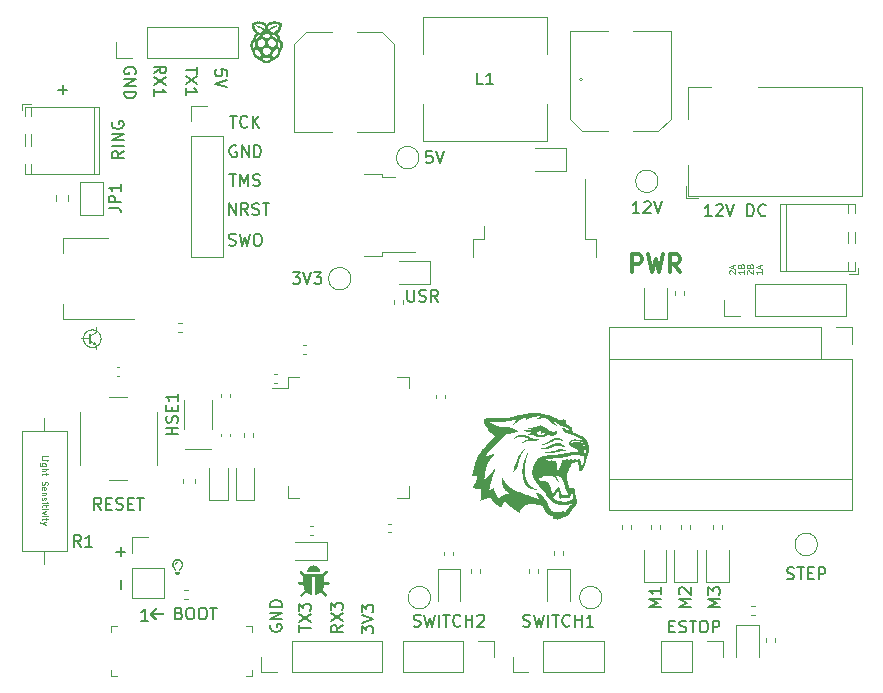
<source format=gbr>
%TF.GenerationSoftware,KiCad,Pcbnew,6.0.10-86aedd382b~118~ubuntu22.10.1*%
%TF.CreationDate,2023-02-12T19:14:21-05:00*%
%TF.ProjectId,WerfenMc,57657266-656e-44d6-932e-6b696361645f,rev?*%
%TF.SameCoordinates,Original*%
%TF.FileFunction,Legend,Top*%
%TF.FilePolarity,Positive*%
%FSLAX46Y46*%
G04 Gerber Fmt 4.6, Leading zero omitted, Abs format (unit mm)*
G04 Created by KiCad (PCBNEW 6.0.10-86aedd382b~118~ubuntu22.10.1) date 2023-02-12 19:14:21*
%MOMM*%
%LPD*%
G01*
G04 APERTURE LIST*
%ADD10C,0.092604*%
%ADD11C,0.000000*%
%ADD12C,0.120000*%
%ADD13C,0.150000*%
%ADD14C,0.125000*%
%ADD15C,0.300000*%
%ADD16C,0.100000*%
G04 APERTURE END LIST*
D10*
X39023339Y-54778364D02*
X39023339Y-54778364D01*
X38336780Y-53728247D02*
X38352441Y-53696263D01*
X38289703Y-54211010D02*
X38282056Y-54175193D01*
X39562653Y-53544156D02*
X39585465Y-53570930D01*
X39707024Y-54289482D02*
X39694056Y-54322805D01*
X39694056Y-53752492D02*
X39707024Y-53785815D01*
X38553740Y-53454047D02*
X38581966Y-53433008D01*
X38948469Y-53299330D02*
X38985680Y-53297202D01*
X38737212Y-53348717D02*
X38770761Y-53336346D01*
X38310036Y-54280563D02*
X38299045Y-54246148D01*
X38825372Y-54434524D02*
X38825372Y-54434524D01*
X38770761Y-54738952D02*
X38737212Y-54726580D01*
X38805036Y-54749725D02*
X38770761Y-54738952D01*
X39736244Y-54185170D02*
X39728163Y-54220619D01*
X39742607Y-53926194D02*
X39747207Y-53962833D01*
X38839990Y-54758857D02*
X38805036Y-54749725D01*
X39607005Y-54476521D02*
X39585466Y-54504367D01*
X39742607Y-54149103D02*
X39736244Y-54185170D01*
X39274348Y-54729956D02*
X39240480Y-54741947D01*
X39627228Y-54447649D02*
X39607005Y-54476521D01*
X38272032Y-53973599D02*
X38276150Y-53936556D01*
X38408024Y-54469427D02*
X38388109Y-54440267D01*
X38805036Y-53325572D02*
X38839990Y-53316440D01*
X39134627Y-53307257D02*
X39170575Y-53314263D01*
X39240480Y-53333350D02*
X39274348Y-53345341D01*
X38704434Y-54712655D02*
X38672475Y-54697220D01*
X38798914Y-54222857D02*
X39354539Y-54593274D01*
X38282056Y-54175193D02*
X38276150Y-54138741D01*
X38336780Y-54347050D02*
X38322630Y-54314211D01*
X38322630Y-53761086D02*
X38336780Y-53728247D01*
X38611194Y-54661993D02*
X38581966Y-54642289D01*
X38911753Y-53303275D02*
X38948469Y-53299330D01*
X39513390Y-53494005D02*
X39538613Y-53518499D01*
X38289703Y-53864287D02*
X38299045Y-53829150D01*
X38553740Y-54621250D02*
X38526563Y-54598920D01*
X38451785Y-53550680D02*
X38475539Y-53524738D01*
X38581966Y-53433008D02*
X38611194Y-53413304D01*
X39098076Y-53302003D02*
X39134627Y-53307257D01*
X39169330Y-54381607D02*
X39275164Y-54540357D01*
X39371081Y-53390557D02*
X39401553Y-53408558D01*
X39728163Y-53854678D02*
X39736244Y-53890127D01*
X39274348Y-53345341D02*
X39307434Y-53358903D01*
X39459571Y-53448685D02*
X39487027Y-53470718D01*
X38641379Y-53394980D02*
X38672475Y-53378078D01*
X39169330Y-54381607D02*
X39169330Y-54381607D01*
X39663543Y-53688290D02*
X39679547Y-53719968D01*
X38798914Y-53878899D02*
X39354539Y-53482024D01*
X38369566Y-53665176D02*
X38388109Y-53635030D01*
D11*
G36*
X44453686Y-76868649D02*
G01*
X44457745Y-76868940D01*
X44461789Y-76869424D01*
X44465811Y-76870103D01*
X44469802Y-76870975D01*
X44473755Y-76872040D01*
X44477663Y-76873300D01*
X44481518Y-76874753D01*
X44485313Y-76876401D01*
X44489040Y-76878242D01*
X44492691Y-76880276D01*
X44496258Y-76882505D01*
X44499736Y-76884927D01*
X44503115Y-76887543D01*
X44506388Y-76890353D01*
X44509548Y-76893357D01*
X44512551Y-76896517D01*
X44515361Y-76899790D01*
X44517977Y-76903169D01*
X44520400Y-76906646D01*
X44522628Y-76910214D01*
X44524663Y-76913865D01*
X44526504Y-76917592D01*
X44528151Y-76921386D01*
X44529604Y-76925241D01*
X44530864Y-76929149D01*
X44531930Y-76933103D01*
X44532802Y-76937094D01*
X44533480Y-76941115D01*
X44533965Y-76945159D01*
X44534255Y-76949218D01*
X44534352Y-76953285D01*
X44534255Y-76957352D01*
X44533965Y-76961411D01*
X44533480Y-76965455D01*
X44532802Y-76969476D01*
X44531930Y-76973468D01*
X44530864Y-76977421D01*
X44529604Y-76981329D01*
X44528151Y-76985184D01*
X44526504Y-76988979D01*
X44524663Y-76992705D01*
X44522628Y-76996356D01*
X44520400Y-76999924D01*
X44517977Y-77003401D01*
X44515361Y-77006780D01*
X44512551Y-77010053D01*
X44509548Y-77013213D01*
X44230941Y-77292084D01*
X45042418Y-77292084D01*
X45046782Y-77292194D01*
X45051087Y-77292520D01*
X45055329Y-77293058D01*
X45059502Y-77293801D01*
X45063602Y-77294745D01*
X45067622Y-77295884D01*
X45071558Y-77297214D01*
X45075404Y-77298728D01*
X45079156Y-77300421D01*
X45082807Y-77302289D01*
X45086353Y-77304325D01*
X45089788Y-77306525D01*
X45093106Y-77308883D01*
X45096304Y-77311395D01*
X45099375Y-77314054D01*
X45102313Y-77316856D01*
X45105115Y-77319794D01*
X45107774Y-77322865D01*
X45110286Y-77326063D01*
X45112644Y-77329381D01*
X45114844Y-77332816D01*
X45116881Y-77336362D01*
X45118748Y-77340013D01*
X45120441Y-77343765D01*
X45121955Y-77347611D01*
X45123285Y-77351547D01*
X45124424Y-77355567D01*
X45125368Y-77359667D01*
X45126111Y-77363840D01*
X45126649Y-77368082D01*
X45126975Y-77372388D01*
X45127085Y-77376751D01*
X45126975Y-77381114D01*
X45126649Y-77385419D01*
X45126111Y-77389661D01*
X45125368Y-77393834D01*
X45124424Y-77397934D01*
X45123285Y-77401954D01*
X45121955Y-77405890D01*
X45120441Y-77409737D01*
X45118748Y-77413488D01*
X45116881Y-77417139D01*
X45114844Y-77420685D01*
X45112644Y-77424120D01*
X45110286Y-77427439D01*
X45107774Y-77430636D01*
X45105115Y-77433707D01*
X45102313Y-77436646D01*
X45099375Y-77439447D01*
X45096304Y-77442107D01*
X45093106Y-77444618D01*
X45089788Y-77446976D01*
X45086353Y-77449176D01*
X45082807Y-77451213D01*
X45079156Y-77453080D01*
X45075404Y-77454774D01*
X45071558Y-77456288D01*
X45067622Y-77457617D01*
X45063602Y-77458756D01*
X45059502Y-77459700D01*
X45055329Y-77460444D01*
X45051087Y-77460981D01*
X45046782Y-77461307D01*
X45042418Y-77461417D01*
X44230677Y-77461417D01*
X44509812Y-77740288D01*
X44512816Y-77743448D01*
X44515626Y-77746721D01*
X44518242Y-77750100D01*
X44520664Y-77753577D01*
X44522893Y-77757145D01*
X44524927Y-77760796D01*
X44526768Y-77764523D01*
X44528416Y-77768317D01*
X44529869Y-77772173D01*
X44531129Y-77776081D01*
X44532194Y-77780034D01*
X44533066Y-77784025D01*
X44533745Y-77788046D01*
X44534229Y-77792090D01*
X44534520Y-77796150D01*
X44534617Y-77800216D01*
X44534520Y-77804283D01*
X44534229Y-77808342D01*
X44533745Y-77812386D01*
X44533066Y-77816408D01*
X44532194Y-77820399D01*
X44531129Y-77824352D01*
X44529869Y-77828260D01*
X44528416Y-77832115D01*
X44526768Y-77835910D01*
X44524927Y-77839636D01*
X44522893Y-77843287D01*
X44520664Y-77846855D01*
X44518242Y-77850333D01*
X44515626Y-77853711D01*
X44512816Y-77856985D01*
X44509812Y-77860144D01*
X44506652Y-77863148D01*
X44503379Y-77865958D01*
X44500000Y-77868574D01*
X44496523Y-77870996D01*
X44492955Y-77873225D01*
X44489304Y-77875260D01*
X44485577Y-77877101D01*
X44481783Y-77878748D01*
X44477928Y-77880201D01*
X44474020Y-77881461D01*
X44470066Y-77882527D01*
X44466075Y-77883399D01*
X44462054Y-77884077D01*
X44458010Y-77884562D01*
X44453951Y-77884852D01*
X44449884Y-77884949D01*
X44445817Y-77884852D01*
X44441758Y-77884562D01*
X44437714Y-77884077D01*
X44433693Y-77883399D01*
X44429702Y-77882527D01*
X44425748Y-77881461D01*
X44421840Y-77880201D01*
X44417985Y-77878748D01*
X44414191Y-77877101D01*
X44410464Y-77875260D01*
X44406813Y-77873225D01*
X44403245Y-77870996D01*
X44399768Y-77868574D01*
X44396389Y-77865958D01*
X44393116Y-77863148D01*
X44389956Y-77860144D01*
X43966623Y-77436811D01*
X43963619Y-77433651D01*
X43960809Y-77430378D01*
X43958193Y-77426999D01*
X43955771Y-77423522D01*
X43953542Y-77419954D01*
X43951507Y-77416303D01*
X43949666Y-77412576D01*
X43948019Y-77408782D01*
X43946566Y-77404927D01*
X43945306Y-77401019D01*
X43944240Y-77397065D01*
X43943368Y-77393074D01*
X43942690Y-77389053D01*
X43942205Y-77385009D01*
X43941915Y-77380950D01*
X43941818Y-77376883D01*
X43941915Y-77372816D01*
X43942205Y-77368757D01*
X43942690Y-77364713D01*
X43943368Y-77360692D01*
X43944240Y-77356701D01*
X43945306Y-77352747D01*
X43946566Y-77348839D01*
X43948019Y-77344984D01*
X43949666Y-77341190D01*
X43951507Y-77337463D01*
X43953542Y-77333812D01*
X43955771Y-77330244D01*
X43958193Y-77326767D01*
X43960809Y-77323388D01*
X43963619Y-77320115D01*
X43966623Y-77316955D01*
X43966358Y-77316690D01*
X44389691Y-76893357D01*
X44392851Y-76890353D01*
X44396124Y-76887543D01*
X44399503Y-76884927D01*
X44402980Y-76882505D01*
X44406548Y-76880276D01*
X44410199Y-76878242D01*
X44413926Y-76876401D01*
X44417721Y-76874753D01*
X44421576Y-76873300D01*
X44425484Y-76872040D01*
X44429437Y-76870975D01*
X44433428Y-76870103D01*
X44437450Y-76869424D01*
X44441494Y-76868940D01*
X44445553Y-76868649D01*
X44449619Y-76868552D01*
X44453686Y-76868649D01*
G37*
D10*
X38322630Y-54314211D02*
X38310036Y-54280563D01*
X39679547Y-54355329D02*
X39663543Y-54387007D01*
D11*
G36*
X75431862Y-62207165D02*
G01*
X75474643Y-62209098D01*
X75517598Y-62212506D01*
X75560437Y-62217378D01*
X75602870Y-62223701D01*
X75644610Y-62231463D01*
X75685365Y-62240651D01*
X75724847Y-62251253D01*
X75762767Y-62263257D01*
X75802548Y-62277533D01*
X75850829Y-62296506D01*
X75905791Y-62319315D01*
X75965614Y-62345101D01*
X76092570Y-62402163D01*
X76217145Y-62460813D01*
X76306971Y-62505753D01*
X76344740Y-62524083D01*
X76378541Y-62539879D01*
X76408968Y-62553310D01*
X76436617Y-62564546D01*
X76462083Y-62573756D01*
X76485962Y-62581110D01*
X76508848Y-62586777D01*
X76531338Y-62590927D01*
X76554026Y-62593729D01*
X76577507Y-62595353D01*
X76602378Y-62595968D01*
X76629233Y-62595744D01*
X76691278Y-62593457D01*
X76730437Y-62591731D01*
X76766949Y-62590767D01*
X76800022Y-62590530D01*
X76815021Y-62590674D01*
X76828862Y-62590987D01*
X76841446Y-62591466D01*
X76852674Y-62592106D01*
X76862447Y-62592903D01*
X76870666Y-62593854D01*
X76877231Y-62594953D01*
X76882043Y-62596196D01*
X76883760Y-62596871D01*
X76885003Y-62597581D01*
X76885757Y-62598324D01*
X76886011Y-62599101D01*
X76885889Y-62599969D01*
X76885524Y-62600979D01*
X76884099Y-62603406D01*
X76881788Y-62606338D01*
X76878647Y-62609729D01*
X76874729Y-62613533D01*
X76870087Y-62617705D01*
X76858848Y-62626971D01*
X76845359Y-62637163D01*
X76830052Y-62647917D01*
X76813356Y-62658870D01*
X76795701Y-62669657D01*
X76780614Y-62678660D01*
X76765759Y-62686651D01*
X76750705Y-62693674D01*
X76735023Y-62699775D01*
X76718283Y-62705000D01*
X76700054Y-62709394D01*
X76679907Y-62713002D01*
X76657412Y-62715871D01*
X76632139Y-62718044D01*
X76603657Y-62719569D01*
X76535351Y-62720853D01*
X76449052Y-62720087D01*
X76341323Y-62717634D01*
X76268483Y-62716586D01*
X76200063Y-62716659D01*
X76135785Y-62717913D01*
X76075372Y-62720413D01*
X76018548Y-62724218D01*
X75965036Y-62729392D01*
X75914558Y-62735996D01*
X75866837Y-62744093D01*
X75821597Y-62753744D01*
X75778560Y-62765011D01*
X75737449Y-62777958D01*
X75697989Y-62792644D01*
X75659900Y-62809133D01*
X75622908Y-62827486D01*
X75586733Y-62847766D01*
X75551101Y-62870035D01*
X75524247Y-62887041D01*
X75500841Y-62901041D01*
X75480891Y-62912073D01*
X75464405Y-62920173D01*
X75457464Y-62923136D01*
X75451393Y-62925380D01*
X75446191Y-62926910D01*
X75441861Y-62927731D01*
X75438403Y-62927846D01*
X75435818Y-62927261D01*
X75434108Y-62925981D01*
X75433273Y-62924010D01*
X75433314Y-62921352D01*
X75434233Y-62918013D01*
X75436031Y-62913997D01*
X75438708Y-62909309D01*
X75442265Y-62903953D01*
X75446705Y-62897934D01*
X75458232Y-62883925D01*
X75473298Y-62867320D01*
X75491911Y-62848157D01*
X75514079Y-62826471D01*
X75539812Y-62802301D01*
X75554148Y-62790041D01*
X75569572Y-62777645D01*
X75585979Y-62765175D01*
X75603268Y-62752692D01*
X75621333Y-62740258D01*
X75640072Y-62727937D01*
X75679159Y-62703876D01*
X75719701Y-62681006D01*
X75760871Y-62659823D01*
X75781434Y-62650019D01*
X75801843Y-62640823D01*
X75821996Y-62632296D01*
X75841790Y-62624501D01*
X76016767Y-62562412D01*
X75915167Y-62508790D01*
X75842494Y-62474918D01*
X75767701Y-62446304D01*
X75691311Y-62422916D01*
X75613851Y-62404721D01*
X75535845Y-62391684D01*
X75457819Y-62383775D01*
X75380296Y-62380958D01*
X75303804Y-62383201D01*
X75228865Y-62390472D01*
X75156006Y-62402736D01*
X75085752Y-62419962D01*
X75018627Y-62442115D01*
X74986402Y-62455029D01*
X74955156Y-62469163D01*
X74924956Y-62484513D01*
X74895866Y-62501073D01*
X74867952Y-62518841D01*
X74841280Y-62537812D01*
X74815915Y-62557981D01*
X74791923Y-62579346D01*
X74774064Y-62595759D01*
X74758591Y-62609050D01*
X74745507Y-62619275D01*
X74734817Y-62626485D01*
X74730371Y-62628977D01*
X74726525Y-62630736D01*
X74723279Y-62631768D01*
X74720634Y-62632080D01*
X74718591Y-62631679D01*
X74717150Y-62630572D01*
X74716311Y-62628765D01*
X74716076Y-62626265D01*
X74716444Y-62623079D01*
X74717416Y-62619213D01*
X74721174Y-62609469D01*
X74727356Y-62597088D01*
X74735963Y-62582124D01*
X74747002Y-62564629D01*
X74760476Y-62544658D01*
X74776389Y-62522264D01*
X74794745Y-62497501D01*
X74811260Y-62474837D01*
X74828044Y-62453371D01*
X74845167Y-62433046D01*
X74862699Y-62413805D01*
X74880711Y-62395588D01*
X74899272Y-62378340D01*
X74918454Y-62362000D01*
X74938326Y-62346512D01*
X74958958Y-62331818D01*
X74980422Y-62317860D01*
X75002787Y-62304580D01*
X75026123Y-62291920D01*
X75050502Y-62279822D01*
X75075992Y-62268229D01*
X75102664Y-62257082D01*
X75130590Y-62246324D01*
X75161564Y-62236003D01*
X75195027Y-62227257D01*
X75230689Y-62220074D01*
X75268261Y-62214441D01*
X75307454Y-62210346D01*
X75347978Y-62207777D01*
X75389544Y-62206721D01*
X75431862Y-62207165D01*
G37*
D10*
X38985680Y-54778095D02*
X38948469Y-54775967D01*
X39750941Y-54037649D02*
X39750941Y-54037649D01*
X38500480Y-53499955D02*
X38526563Y-53476377D01*
X39134627Y-54768041D02*
X39098076Y-54773294D01*
D11*
G36*
X58881509Y-73711307D02*
G01*
X58886853Y-73711683D01*
X58892105Y-73712311D01*
X58897265Y-73713190D01*
X58902333Y-73714319D01*
X58907308Y-73715699D01*
X58912192Y-73717330D01*
X58916982Y-73719211D01*
X58921681Y-73721342D01*
X58926287Y-73723724D01*
X58930801Y-73726355D01*
X58935222Y-73729236D01*
X58939550Y-73732367D01*
X58943786Y-73735747D01*
X58947930Y-73739377D01*
X58951981Y-73743257D01*
X58955863Y-73747307D01*
X58959495Y-73751450D01*
X58962876Y-73755686D01*
X58966007Y-73760015D01*
X58968888Y-73764437D01*
X58971518Y-73768951D01*
X58973898Y-73773557D01*
X58976028Y-73778256D01*
X58977907Y-73783047D01*
X58979535Y-73787931D01*
X58980913Y-73792907D01*
X58982041Y-73797975D01*
X58982918Y-73803135D01*
X58983544Y-73808387D01*
X58983920Y-73813731D01*
X58984045Y-73819167D01*
X58983920Y-73824603D01*
X58983544Y-73829947D01*
X58982918Y-73835198D01*
X58982041Y-73840358D01*
X58980913Y-73845425D01*
X58979535Y-73850400D01*
X58977907Y-73855283D01*
X58976028Y-73860074D01*
X58973898Y-73864772D01*
X58971518Y-73869378D01*
X58968888Y-73873892D01*
X58966007Y-73878314D01*
X58962876Y-73882644D01*
X58959495Y-73886881D01*
X58955863Y-73891027D01*
X58951981Y-73895080D01*
X58660139Y-74186921D01*
X58660139Y-74682877D01*
X59038006Y-74682877D01*
X59043444Y-74683003D01*
X59048790Y-74683378D01*
X59054043Y-74684004D01*
X59059204Y-74684879D01*
X59064272Y-74686006D01*
X59069248Y-74687383D01*
X59074131Y-74689010D01*
X59078921Y-74690887D01*
X59083619Y-74693015D01*
X59088225Y-74695394D01*
X59092738Y-74698023D01*
X59097159Y-74700903D01*
X59101487Y-74704033D01*
X59105722Y-74707414D01*
X59109865Y-74711046D01*
X59113916Y-74714929D01*
X59117798Y-74718979D01*
X59121429Y-74723121D01*
X59124810Y-74727357D01*
X59127941Y-74731685D01*
X59130822Y-74736106D01*
X59133452Y-74740619D01*
X59135831Y-74745225D01*
X59137961Y-74749923D01*
X59139840Y-74754713D01*
X59141468Y-74759595D01*
X59142846Y-74764570D01*
X59143973Y-74769636D01*
X59144850Y-74774795D01*
X59145477Y-74780045D01*
X59145853Y-74785387D01*
X59145978Y-74790820D01*
X59145975Y-74790819D01*
X59145971Y-74790819D01*
X59145968Y-74790818D01*
X59145966Y-74790818D01*
X59145965Y-74790817D01*
X59145840Y-74796256D01*
X59145464Y-74801602D01*
X59144839Y-74806855D01*
X59143963Y-74812016D01*
X59142837Y-74817085D01*
X59141460Y-74822061D01*
X59139833Y-74826945D01*
X59137956Y-74831736D01*
X59135828Y-74836435D01*
X59133449Y-74841042D01*
X59130821Y-74845556D01*
X59127941Y-74849978D01*
X59124812Y-74854308D01*
X59121431Y-74858545D01*
X59117800Y-74862691D01*
X59113919Y-74866744D01*
X59109865Y-74870626D01*
X59105720Y-74874258D01*
X59101482Y-74877639D01*
X59097153Y-74880770D01*
X59092731Y-74883651D01*
X59088217Y-74886281D01*
X59083611Y-74888660D01*
X59078913Y-74890790D01*
X59074123Y-74892668D01*
X59069240Y-74894297D01*
X59064266Y-74895674D01*
X59059199Y-74896802D01*
X59054040Y-74897678D01*
X59048788Y-74898305D01*
X59043445Y-74898680D01*
X59038009Y-74898806D01*
X58660139Y-74898806D01*
X58659698Y-74934524D01*
X58658374Y-74969557D01*
X58656167Y-75003903D01*
X58653077Y-75037564D01*
X58649104Y-75070539D01*
X58644248Y-75102829D01*
X58638509Y-75134433D01*
X58631887Y-75165351D01*
X58624382Y-75195583D01*
X58615993Y-75225130D01*
X58606722Y-75253992D01*
X58596567Y-75282168D01*
X58585528Y-75309658D01*
X58573606Y-75336464D01*
X58560801Y-75362584D01*
X58547112Y-75388018D01*
X58897990Y-75740610D01*
X58901872Y-75744658D01*
X58905504Y-75748799D01*
X58908885Y-75753033D01*
X58912016Y-75757361D01*
X58914896Y-75761781D01*
X58917526Y-75766294D01*
X58919906Y-75770900D01*
X58922035Y-75775598D01*
X58923914Y-75780390D01*
X58925543Y-75785274D01*
X58926921Y-75790251D01*
X58928048Y-75795320D01*
X58928925Y-75800481D01*
X58929551Y-75805735D01*
X58929927Y-75811082D01*
X58930053Y-75816520D01*
X58929927Y-75821956D01*
X58929552Y-75827300D01*
X58928926Y-75832552D01*
X58928050Y-75837711D01*
X58926924Y-75842779D01*
X58925547Y-75847754D01*
X58923919Y-75852637D01*
X58922041Y-75857427D01*
X58919913Y-75862126D01*
X58917533Y-75866732D01*
X58914903Y-75871246D01*
X58912023Y-75875668D01*
X58908891Y-75879997D01*
X58905508Y-75884235D01*
X58901875Y-75888380D01*
X58897990Y-75892433D01*
X58894135Y-75896310D01*
X58890161Y-75899936D01*
X58886069Y-75903314D01*
X58881858Y-75906441D01*
X58877530Y-75909319D01*
X58873082Y-75911946D01*
X58868517Y-75914324D01*
X58863833Y-75916452D01*
X58859030Y-75918330D01*
X58854108Y-75919957D01*
X58849068Y-75921334D01*
X58843908Y-75922461D01*
X58838630Y-75923338D01*
X58833233Y-75923964D01*
X58827716Y-75924340D01*
X58822080Y-75924466D01*
X58816447Y-75924340D01*
X58810932Y-75923964D01*
X58805535Y-75923338D01*
X58800257Y-75922461D01*
X58795097Y-75921334D01*
X58790056Y-75919957D01*
X58785134Y-75918330D01*
X58780330Y-75916452D01*
X58775645Y-75914324D01*
X58771078Y-75911947D01*
X58766630Y-75909319D01*
X58762301Y-75906441D01*
X58758090Y-75903314D01*
X58753998Y-75899937D01*
X58750025Y-75896310D01*
X58746170Y-75892433D01*
X58412149Y-75560099D01*
X58409910Y-75562281D01*
X58407407Y-75564623D01*
X58404641Y-75567125D01*
X58401612Y-75569786D01*
X58398320Y-75572606D01*
X58394763Y-75575585D01*
X58390943Y-75578722D01*
X58386858Y-75582016D01*
X58382054Y-75585718D01*
X58376093Y-75590081D01*
X58368974Y-75595105D01*
X58360697Y-75600787D01*
X58351260Y-75607128D01*
X58340664Y-75614127D01*
X58328907Y-75621783D01*
X58315989Y-75630096D01*
X58302470Y-75638624D01*
X58288897Y-75646915D01*
X58275270Y-75654969D01*
X58261590Y-75662786D01*
X58247858Y-75670365D01*
X58234073Y-75677707D01*
X58220236Y-75684812D01*
X58206347Y-75691680D01*
X58192005Y-75698347D01*
X58176819Y-75704857D01*
X58160789Y-75711210D01*
X58143916Y-75717406D01*
X58126200Y-75723445D01*
X58107641Y-75729325D01*
X58088240Y-75735047D01*
X58067996Y-75740610D01*
X58047357Y-75745744D01*
X58026771Y-75750194D01*
X58006236Y-75753962D01*
X57985755Y-75757046D01*
X57965328Y-75759446D01*
X57944954Y-75761160D01*
X57924635Y-75762189D01*
X57904371Y-75762533D01*
X57904371Y-74251029D01*
X57688440Y-74251029D01*
X57688440Y-75762533D01*
X57666952Y-75762176D01*
X57645486Y-75761107D01*
X57624045Y-75759325D01*
X57602628Y-75756831D01*
X57581238Y-75753625D01*
X57559874Y-75749708D01*
X57538540Y-75745078D01*
X57517234Y-75739738D01*
X57496299Y-75733889D01*
X57476104Y-75727724D01*
X57456649Y-75721240D01*
X57437933Y-75714440D01*
X57419956Y-75707323D01*
X57402717Y-75699889D01*
X57386216Y-75692139D01*
X57370453Y-75684072D01*
X57355241Y-75675848D01*
X57340400Y-75667625D01*
X57325929Y-75659402D01*
X57311828Y-75651180D01*
X57298098Y-75642956D01*
X57284737Y-75634732D01*
X57271745Y-75626506D01*
X57259123Y-75618277D01*
X57247089Y-75610223D01*
X57235873Y-75602513D01*
X57225475Y-75595148D01*
X57215894Y-75588126D01*
X57207130Y-75581447D01*
X57199181Y-75575111D01*
X57192047Y-75569119D01*
X57185728Y-75563469D01*
X57160438Y-75539835D01*
X56851723Y-75889046D01*
X56847454Y-75893334D01*
X56843078Y-75897345D01*
X56838598Y-75901080D01*
X56834012Y-75904538D01*
X56829320Y-75907720D01*
X56824524Y-75910626D01*
X56819621Y-75913255D01*
X56814613Y-75915607D01*
X56809499Y-75917683D01*
X56804280Y-75919482D01*
X56798955Y-75921005D01*
X56793525Y-75922251D01*
X56787988Y-75923220D01*
X56782346Y-75923912D01*
X56776598Y-75924327D01*
X56770745Y-75924466D01*
X56765717Y-75924360D01*
X56760755Y-75924043D01*
X56755860Y-75923516D01*
X56751031Y-75922777D01*
X56746267Y-75921827D01*
X56741570Y-75920667D01*
X56736939Y-75919296D01*
X56732374Y-75917713D01*
X56727875Y-75915920D01*
X56723441Y-75913917D01*
X56719074Y-75911702D01*
X56714772Y-75909277D01*
X56710537Y-75906642D01*
X56706367Y-75903796D01*
X56702263Y-75900739D01*
X56698224Y-75897472D01*
X56694332Y-75893620D01*
X56690670Y-75889655D01*
X56687239Y-75885579D01*
X56684038Y-75881391D01*
X56681068Y-75877091D01*
X56678329Y-75872679D01*
X56675820Y-75868155D01*
X56673542Y-75863520D01*
X56671495Y-75858772D01*
X56669678Y-75853912D01*
X56668091Y-75848941D01*
X56666735Y-75843857D01*
X56665609Y-75838662D01*
X56664714Y-75833354D01*
X56664049Y-75827935D01*
X56663615Y-75822403D01*
X56663422Y-75816859D01*
X56663473Y-75811400D01*
X56663768Y-75806026D01*
X56664306Y-75800738D01*
X56665088Y-75795537D01*
X56666114Y-75790420D01*
X56667383Y-75785390D01*
X56668897Y-75780444D01*
X56670654Y-75775585D01*
X56672656Y-75770811D01*
X56674901Y-75766122D01*
X56677391Y-75761520D01*
X56680124Y-75757002D01*
X56683102Y-75752570D01*
X56686324Y-75748223D01*
X56689791Y-75743962D01*
X57030540Y-75361038D01*
X57018693Y-75336692D01*
X57007610Y-75311740D01*
X56997292Y-75286182D01*
X56987737Y-75260019D01*
X56978946Y-75233249D01*
X56970920Y-75205874D01*
X56963658Y-75177892D01*
X56957160Y-75149305D01*
X56951427Y-75120111D01*
X56946458Y-75090311D01*
X56942253Y-75059905D01*
X56938813Y-75028894D01*
X56936137Y-74997276D01*
X56934226Y-74965051D01*
X56933079Y-74932221D01*
X56932696Y-74898784D01*
X56554830Y-74898784D01*
X56549391Y-74898659D01*
X56544044Y-74898283D01*
X56538791Y-74897657D01*
X56533630Y-74896780D01*
X56528562Y-74895653D01*
X56523587Y-74894275D01*
X56518704Y-74892647D01*
X56513914Y-74890769D01*
X56509217Y-74888640D01*
X56504612Y-74886262D01*
X56500099Y-74883633D01*
X56495679Y-74880754D01*
X56491351Y-74877625D01*
X56487115Y-74874246D01*
X56482971Y-74870617D01*
X56478920Y-74866738D01*
X56475037Y-74862683D01*
X56471405Y-74858536D01*
X56468023Y-74854297D01*
X56464891Y-74849967D01*
X56462010Y-74845545D01*
X56459380Y-74841030D01*
X56457000Y-74836424D01*
X56454870Y-74831725D01*
X56452991Y-74826935D01*
X56451363Y-74822052D01*
X56449984Y-74817077D01*
X56448857Y-74812009D01*
X56447980Y-74806848D01*
X56447353Y-74801596D01*
X56446978Y-74796250D01*
X56446852Y-74790812D01*
X56446978Y-74785375D01*
X56447353Y-74780031D01*
X56447980Y-74774779D01*
X56448857Y-74769619D01*
X56449984Y-74764551D01*
X56451363Y-74759575D01*
X56452991Y-74754692D01*
X56454870Y-74749900D01*
X56457000Y-74745202D01*
X56459380Y-74740596D01*
X56462010Y-74736082D01*
X56464891Y-74731661D01*
X56468023Y-74727333D01*
X56471405Y-74723097D01*
X56475037Y-74718954D01*
X56478920Y-74714904D01*
X56482971Y-74711025D01*
X56487115Y-74707395D01*
X56491351Y-74704016D01*
X56495679Y-74700888D01*
X56500099Y-74698010D01*
X56504612Y-74695382D01*
X56509217Y-74693004D01*
X56513914Y-74690877D01*
X56518704Y-74689000D01*
X56523587Y-74687373D01*
X56528562Y-74685997D01*
X56533630Y-74684871D01*
X56538791Y-74683995D01*
X56544044Y-74683370D01*
X56549391Y-74682994D01*
X56554830Y-74682869D01*
X56932694Y-74682869D01*
X56932694Y-74186921D01*
X56640853Y-73895080D01*
X56636972Y-73891026D01*
X56633341Y-73886881D01*
X56629961Y-73882643D01*
X56626831Y-73878313D01*
X56623952Y-73873891D01*
X56621322Y-73869377D01*
X56618944Y-73864771D01*
X56616815Y-73860073D01*
X56614937Y-73855282D01*
X56613309Y-73850399D01*
X56611932Y-73845425D01*
X56610805Y-73840357D01*
X56609928Y-73835198D01*
X56609302Y-73829947D01*
X56608926Y-73824603D01*
X56608801Y-73819167D01*
X56608927Y-73813731D01*
X56609303Y-73808387D01*
X56609929Y-73803135D01*
X56610807Y-73797975D01*
X56611935Y-73792907D01*
X56613313Y-73787931D01*
X56614941Y-73783047D01*
X56616820Y-73778256D01*
X56618949Y-73773557D01*
X56621328Y-73768951D01*
X56623958Y-73764437D01*
X56626837Y-73760015D01*
X56629966Y-73755686D01*
X56633345Y-73751450D01*
X56636974Y-73747307D01*
X56640853Y-73743257D01*
X56644903Y-73739375D01*
X56649047Y-73735743D01*
X56653283Y-73732361D01*
X56657611Y-73729229D01*
X56662033Y-73726348D01*
X56666546Y-73723716D01*
X56671153Y-73721335D01*
X56675851Y-73719205D01*
X56680643Y-73717325D01*
X56685526Y-73715695D01*
X56690502Y-73714316D01*
X56695570Y-73713188D01*
X56700731Y-73712310D01*
X56705983Y-73711683D01*
X56711328Y-73711306D01*
X56716765Y-73711181D01*
X56722204Y-73711307D01*
X56727550Y-73711683D01*
X56732803Y-73712311D01*
X56737963Y-73713190D01*
X56743030Y-73714319D01*
X56748005Y-73715699D01*
X56752887Y-73717330D01*
X56757677Y-73719211D01*
X56762374Y-73721342D01*
X56766980Y-73723724D01*
X56771493Y-73726355D01*
X56775914Y-73729236D01*
X56780243Y-73732367D01*
X56784481Y-73735747D01*
X56788627Y-73739377D01*
X56792681Y-73743257D01*
X57084522Y-74035098D01*
X58508319Y-74035098D01*
X58800163Y-73743257D01*
X58804213Y-73739375D01*
X58808356Y-73735743D01*
X58812591Y-73732361D01*
X58816918Y-73729229D01*
X58821339Y-73726348D01*
X58825851Y-73723716D01*
X58830457Y-73721335D01*
X58835154Y-73719205D01*
X58839945Y-73717325D01*
X58844828Y-73715695D01*
X58849804Y-73714316D01*
X58854872Y-73713188D01*
X58860033Y-73712310D01*
X58865287Y-73711683D01*
X58870634Y-73711306D01*
X58876073Y-73711181D01*
X58881509Y-73711307D01*
G37*
G36*
X46280784Y-72991899D02*
G01*
X46282926Y-72992064D01*
X46285038Y-72992334D01*
X46287118Y-72992708D01*
X46289161Y-72993183D01*
X46291166Y-72993755D01*
X46293131Y-72994424D01*
X46295051Y-72995184D01*
X46296925Y-72996035D01*
X46298749Y-72996973D01*
X46300522Y-72997995D01*
X46302240Y-72999099D01*
X46303901Y-73000283D01*
X46305501Y-73001542D01*
X46307039Y-73002875D01*
X46308512Y-73004279D01*
X46309916Y-73005752D01*
X46311249Y-73007290D01*
X46312508Y-73008890D01*
X46313692Y-73010551D01*
X46314796Y-73012269D01*
X46315818Y-73014042D01*
X46316756Y-73015866D01*
X46317607Y-73017740D01*
X46318367Y-73019660D01*
X46319035Y-73021625D01*
X46319608Y-73023630D01*
X46320083Y-73025673D01*
X46320457Y-73027753D01*
X46320727Y-73029865D01*
X46320892Y-73032007D01*
X46320947Y-73034177D01*
X46320892Y-73036347D01*
X46320727Y-73038490D01*
X46320457Y-73040602D01*
X46320083Y-73042681D01*
X46319608Y-73044725D01*
X46319035Y-73046730D01*
X46318367Y-73048694D01*
X46317607Y-73050615D01*
X46316756Y-73052488D01*
X46315818Y-73054313D01*
X46314796Y-73056086D01*
X46313692Y-73057804D01*
X46312508Y-73059464D01*
X46311249Y-73061065D01*
X46309916Y-73062603D01*
X46308512Y-73064075D01*
X46307039Y-73065479D01*
X46305501Y-73066813D01*
X46303901Y-73068072D01*
X46302240Y-73069255D01*
X46300522Y-73070359D01*
X46298749Y-73071382D01*
X46296925Y-73072320D01*
X46295051Y-73073170D01*
X46293131Y-73073931D01*
X46291166Y-73074599D01*
X46289161Y-73075172D01*
X46287118Y-73075647D01*
X46285038Y-73076021D01*
X46282926Y-73076291D01*
X46280784Y-73076455D01*
X46278614Y-73076511D01*
X46272081Y-73076676D01*
X46265633Y-73077167D01*
X46259279Y-73077975D01*
X46253026Y-73079092D01*
X46246883Y-73080511D01*
X46240857Y-73082223D01*
X46234957Y-73084220D01*
X46229190Y-73086495D01*
X46223565Y-73089039D01*
X46218089Y-73091844D01*
X46212771Y-73094903D01*
X46207618Y-73098207D01*
X46202639Y-73101749D01*
X46197840Y-73105520D01*
X46193232Y-73109512D01*
X46188821Y-73113718D01*
X46184615Y-73118129D01*
X46180623Y-73122737D01*
X46176852Y-73127536D01*
X46173310Y-73132515D01*
X46170006Y-73137668D01*
X46166947Y-73142986D01*
X46164142Y-73148462D01*
X46161598Y-73154087D01*
X46159323Y-73159854D01*
X46157326Y-73165754D01*
X46155614Y-73171780D01*
X46154195Y-73177923D01*
X46153078Y-73184176D01*
X46152270Y-73190530D01*
X46151779Y-73196978D01*
X46151614Y-73203511D01*
X46151558Y-73205681D01*
X46151394Y-73207823D01*
X46151124Y-73209935D01*
X46150750Y-73212015D01*
X46150275Y-73214058D01*
X46149702Y-73216063D01*
X46149034Y-73218028D01*
X46148273Y-73219948D01*
X46147423Y-73221822D01*
X46146485Y-73223646D01*
X46145462Y-73225419D01*
X46144358Y-73227137D01*
X46143175Y-73228798D01*
X46141916Y-73230398D01*
X46140582Y-73231936D01*
X46139178Y-73233409D01*
X46137706Y-73234813D01*
X46136168Y-73236146D01*
X46134567Y-73237405D01*
X46132907Y-73238589D01*
X46131189Y-73239693D01*
X46129416Y-73240715D01*
X46127591Y-73241653D01*
X46125718Y-73242504D01*
X46123797Y-73243264D01*
X46121833Y-73243932D01*
X46119828Y-73244505D01*
X46117784Y-73244980D01*
X46115705Y-73245354D01*
X46113593Y-73245624D01*
X46111450Y-73245789D01*
X46109280Y-73245844D01*
X46107110Y-73245789D01*
X46104968Y-73245624D01*
X46102856Y-73245354D01*
X46100776Y-73244980D01*
X46098733Y-73244505D01*
X46096728Y-73243932D01*
X46094763Y-73243264D01*
X46092843Y-73242504D01*
X46090969Y-73241653D01*
X46089145Y-73240715D01*
X46087372Y-73239693D01*
X46085654Y-73238589D01*
X46083993Y-73237405D01*
X46082393Y-73236146D01*
X46080855Y-73234813D01*
X46079382Y-73233409D01*
X46077978Y-73231936D01*
X46076645Y-73230398D01*
X46075386Y-73228798D01*
X46074202Y-73227137D01*
X46073098Y-73225419D01*
X46072076Y-73223646D01*
X46071138Y-73221822D01*
X46070287Y-73219948D01*
X46069527Y-73218028D01*
X46068858Y-73216063D01*
X46068286Y-73214058D01*
X46067811Y-73212015D01*
X46067437Y-73209935D01*
X46067167Y-73207823D01*
X46067002Y-73205681D01*
X46066947Y-73203511D01*
X46067222Y-73192614D01*
X46068039Y-73181861D01*
X46069385Y-73171265D01*
X46071245Y-73160839D01*
X46073608Y-73150597D01*
X46076459Y-73140551D01*
X46079786Y-73130714D01*
X46083574Y-73121101D01*
X46087812Y-73111725D01*
X46092485Y-73102598D01*
X46097580Y-73093734D01*
X46103084Y-73085146D01*
X46108984Y-73076848D01*
X46115267Y-73068852D01*
X46121918Y-73061173D01*
X46128926Y-73053823D01*
X46136276Y-73046815D01*
X46143955Y-73040164D01*
X46151951Y-73033881D01*
X46160249Y-73027981D01*
X46168837Y-73022477D01*
X46177701Y-73017382D01*
X46186828Y-73012709D01*
X46196204Y-73008471D01*
X46205817Y-73004683D01*
X46215654Y-73001356D01*
X46225700Y-72998505D01*
X46235942Y-72996142D01*
X46246368Y-72994282D01*
X46256964Y-72992936D01*
X46267717Y-72992119D01*
X46278614Y-72991844D01*
X46280784Y-72991899D01*
G37*
D10*
X38770761Y-53336346D02*
X38805036Y-53325572D01*
X38825372Y-54434524D02*
X38825372Y-53640774D01*
X38282056Y-53900104D02*
X38289703Y-53864287D01*
D11*
G36*
X78514990Y-62919168D02*
G01*
X78556061Y-62921893D01*
X78596405Y-62926304D01*
X78635789Y-62932382D01*
X78673983Y-62940105D01*
X78710754Y-62949453D01*
X78745872Y-62960405D01*
X78779105Y-62972941D01*
X78810221Y-62987039D01*
X78838989Y-63002679D01*
X78862404Y-63017965D01*
X78890710Y-63038850D01*
X78922910Y-63064381D01*
X78958008Y-63093608D01*
X78995007Y-63125579D01*
X79032912Y-63159346D01*
X79107453Y-63228457D01*
X79173659Y-63293335D01*
X79201146Y-63321809D01*
X79223561Y-63346373D01*
X79239906Y-63366075D01*
X79249187Y-63379964D01*
X79250866Y-63384431D01*
X79250406Y-63387090D01*
X79247681Y-63387819D01*
X79242567Y-63386501D01*
X79218799Y-63375389D01*
X79173070Y-63352635D01*
X79111995Y-63321414D01*
X79042189Y-63284901D01*
X78996024Y-63261422D01*
X78950682Y-63239674D01*
X78906191Y-63219671D01*
X78862581Y-63201425D01*
X78819881Y-63184948D01*
X78778118Y-63170254D01*
X78737324Y-63157353D01*
X78697525Y-63146259D01*
X78658752Y-63136984D01*
X78621033Y-63129541D01*
X78584397Y-63123941D01*
X78548874Y-63120198D01*
X78514491Y-63118323D01*
X78481278Y-63118330D01*
X78449264Y-63120229D01*
X78418479Y-63124035D01*
X78402936Y-63126206D01*
X78385025Y-63129497D01*
X78342940Y-63139160D01*
X78293909Y-63152461D01*
X78239620Y-63168837D01*
X78181759Y-63187727D01*
X78122013Y-63208569D01*
X78062068Y-63230799D01*
X78003612Y-63253856D01*
X77866431Y-63306663D01*
X77804548Y-63329188D01*
X77746481Y-63349283D01*
X77691738Y-63367062D01*
X77639826Y-63382643D01*
X77590255Y-63396139D01*
X77542531Y-63407668D01*
X77496164Y-63417344D01*
X77450660Y-63425285D01*
X77405529Y-63431604D01*
X77360277Y-63436419D01*
X77314414Y-63439845D01*
X77267447Y-63441997D01*
X77218884Y-63442992D01*
X77168234Y-63442945D01*
X77103137Y-63441597D01*
X77044470Y-63439699D01*
X76992375Y-63437296D01*
X76946998Y-63434435D01*
X76908484Y-63431160D01*
X76876977Y-63427517D01*
X76852623Y-63423552D01*
X76835565Y-63419309D01*
X76829817Y-63417099D01*
X76825948Y-63414836D01*
X76823975Y-63412526D01*
X76823917Y-63410176D01*
X76825792Y-63407790D01*
X76829618Y-63405375D01*
X76835412Y-63402937D01*
X76843193Y-63400480D01*
X76864789Y-63395535D01*
X76894550Y-63390586D01*
X76932620Y-63385678D01*
X76979145Y-63380857D01*
X77031753Y-63374962D01*
X77083832Y-63367832D01*
X77135514Y-63359419D01*
X77186931Y-63349680D01*
X77238216Y-63338568D01*
X77289501Y-63326038D01*
X77340919Y-63312045D01*
X77392601Y-63296543D01*
X77444679Y-63279486D01*
X77497287Y-63260829D01*
X77550557Y-63240528D01*
X77604620Y-63218535D01*
X77659609Y-63194806D01*
X77715657Y-63169295D01*
X77831456Y-63112745D01*
X77885822Y-63086265D01*
X77942008Y-63060182D01*
X77998392Y-63035156D01*
X78053353Y-63011851D01*
X78105272Y-62990927D01*
X78152528Y-62973046D01*
X78193500Y-62958868D01*
X78226567Y-62949057D01*
X78266249Y-62939396D01*
X78306824Y-62931567D01*
X78348060Y-62925548D01*
X78389727Y-62921319D01*
X78431591Y-62918860D01*
X78473423Y-62918150D01*
X78514990Y-62919168D01*
G37*
D10*
X38737212Y-54726580D02*
X38704434Y-54712655D01*
X38581966Y-54642289D02*
X38553740Y-54621250D01*
X38526563Y-53476377D02*
X38553740Y-53454047D01*
X39060965Y-54776751D02*
X39023339Y-54778364D01*
X39736244Y-53890127D02*
X39742607Y-53926194D01*
X39562653Y-54531141D02*
X39538613Y-54556798D01*
X39431064Y-53427950D02*
X39459571Y-53448685D01*
X38388109Y-54440267D02*
X38369566Y-54410122D01*
X39354539Y-53482024D02*
X39354539Y-53111607D01*
X38641380Y-54680318D02*
X38611194Y-54661993D01*
X39627228Y-53627648D02*
X39646089Y-53657501D01*
D12*
G36*
X53045666Y-30315647D02*
G01*
X53027415Y-30301579D01*
X53009554Y-30287208D01*
X52992047Y-30272535D01*
X52977567Y-30268459D01*
X52959322Y-30261245D01*
X52937893Y-30250854D01*
X52913862Y-30237250D01*
X52887811Y-30220393D01*
X52860323Y-30200247D01*
X52831980Y-30176772D01*
X52803363Y-30149933D01*
X52775055Y-30119690D01*
X52747638Y-30086005D01*
X52721694Y-30048842D01*
X52709457Y-30028944D01*
X52697806Y-30008162D01*
X52686814Y-29986491D01*
X52676555Y-29963927D01*
X52667100Y-29940464D01*
X52658523Y-29916099D01*
X52650896Y-29890826D01*
X52644292Y-29864641D01*
X52638785Y-29837538D01*
X52634446Y-29809514D01*
X52614881Y-29751725D01*
X52608728Y-29733292D01*
X52743870Y-29733292D01*
X52744968Y-29762569D01*
X52748311Y-29793202D01*
X52753981Y-29824994D01*
X52762054Y-29857751D01*
X52772610Y-29891277D01*
X52785728Y-29925377D01*
X52801487Y-29959855D01*
X52819964Y-29994516D01*
X52833767Y-30013839D01*
X52847927Y-30032094D01*
X52862409Y-30049301D01*
X52877179Y-30065479D01*
X52892204Y-30080648D01*
X52907450Y-30094827D01*
X52922881Y-30108035D01*
X52938465Y-30120291D01*
X52954166Y-30131616D01*
X52969952Y-30142029D01*
X52985787Y-30151548D01*
X53001639Y-30160194D01*
X53017472Y-30167986D01*
X53033253Y-30174943D01*
X53048948Y-30181084D01*
X53064523Y-30186429D01*
X53079943Y-30190998D01*
X53095174Y-30194809D01*
X53110183Y-30197883D01*
X53124936Y-30200237D01*
X53139397Y-30201893D01*
X53153534Y-30202870D01*
X53167312Y-30203186D01*
X53180698Y-30202861D01*
X53193656Y-30201914D01*
X53206153Y-30200366D01*
X53218156Y-30198235D01*
X53229629Y-30195540D01*
X53240539Y-30192302D01*
X53250851Y-30188539D01*
X53260533Y-30184271D01*
X53269549Y-30179518D01*
X53277798Y-30171647D01*
X53285214Y-30162896D01*
X53291812Y-30153313D01*
X53297610Y-30142951D01*
X53302624Y-30131861D01*
X53306872Y-30120093D01*
X53310370Y-30107698D01*
X53313135Y-30094728D01*
X53315184Y-30081233D01*
X53316533Y-30067264D01*
X53317202Y-30038111D01*
X53315276Y-30007675D01*
X53310890Y-29976365D01*
X53304178Y-29944588D01*
X53295276Y-29912753D01*
X53284318Y-29881268D01*
X53271438Y-29850541D01*
X53256772Y-29820979D01*
X53240455Y-29792991D01*
X53222620Y-29766985D01*
X53203403Y-29743369D01*
X53180523Y-29716694D01*
X53168091Y-29703578D01*
X53388922Y-29703578D01*
X53389459Y-29722061D01*
X53391051Y-29740289D01*
X53393669Y-29758241D01*
X53397285Y-29775894D01*
X53401868Y-29793227D01*
X53407391Y-29810219D01*
X53413824Y-29826846D01*
X53421139Y-29843088D01*
X53429305Y-29858922D01*
X53438295Y-29874328D01*
X53448080Y-29889283D01*
X53458630Y-29903765D01*
X53469917Y-29917753D01*
X53481911Y-29931225D01*
X53494584Y-29944159D01*
X53507906Y-29956534D01*
X53521850Y-29968327D01*
X53536385Y-29979517D01*
X53551483Y-29990082D01*
X53567114Y-30000000D01*
X53583251Y-30009250D01*
X53599863Y-30017810D01*
X53616923Y-30025658D01*
X53634401Y-30032773D01*
X53652267Y-30039131D01*
X53670494Y-30044713D01*
X53689052Y-30049495D01*
X53707912Y-30053457D01*
X53727046Y-30056577D01*
X53746424Y-30058832D01*
X53766017Y-30060200D01*
X53785796Y-30060662D01*
X53805492Y-30060200D01*
X53824933Y-30058832D01*
X53844095Y-30056577D01*
X53862955Y-30053457D01*
X53881487Y-30049495D01*
X53890670Y-30047080D01*
X54205405Y-30047080D01*
X54206035Y-30062321D01*
X54207444Y-30076980D01*
X54209649Y-30091001D01*
X54212668Y-30104328D01*
X54216518Y-30116906D01*
X54221215Y-30128678D01*
X54226776Y-30139589D01*
X54233219Y-30149583D01*
X54240560Y-30158605D01*
X54248817Y-30166598D01*
X54256650Y-30172600D01*
X54265301Y-30178183D01*
X54284910Y-30187966D01*
X54307353Y-30195695D01*
X54332339Y-30201117D01*
X54359578Y-30203980D01*
X54388780Y-30204032D01*
X54419652Y-30201022D01*
X54451906Y-30194697D01*
X54468459Y-30190213D01*
X54485249Y-30184806D01*
X54502239Y-30178443D01*
X54519392Y-30171095D01*
X54536672Y-30162729D01*
X54554043Y-30153313D01*
X54571469Y-30142817D01*
X54588913Y-30131208D01*
X54606338Y-30118456D01*
X54623709Y-30104528D01*
X54640990Y-30089394D01*
X54658143Y-30073021D01*
X54675133Y-30055378D01*
X54691922Y-30036434D01*
X54708476Y-30016157D01*
X54724757Y-29994516D01*
X54735486Y-29979378D01*
X54745307Y-29963741D01*
X54754243Y-29947652D01*
X54762320Y-29931156D01*
X54769562Y-29914299D01*
X54775993Y-29897129D01*
X54781637Y-29879691D01*
X54786519Y-29862030D01*
X54790662Y-29844195D01*
X54794092Y-29826229D01*
X54798908Y-29790095D01*
X54801160Y-29753997D01*
X54801045Y-29718305D01*
X54798755Y-29683388D01*
X54794485Y-29649616D01*
X54788431Y-29617358D01*
X54780786Y-29586983D01*
X54771745Y-29558860D01*
X54761503Y-29533360D01*
X54750254Y-29510852D01*
X54738193Y-29491704D01*
X54729329Y-29484828D01*
X54720091Y-29479009D01*
X54710497Y-29474224D01*
X54700563Y-29470447D01*
X54690308Y-29467656D01*
X54679747Y-29465826D01*
X54668899Y-29464933D01*
X54657780Y-29464953D01*
X54646407Y-29465864D01*
X54634798Y-29467639D01*
X54622969Y-29470256D01*
X54610939Y-29473691D01*
X54598723Y-29477920D01*
X54586339Y-29482918D01*
X54573805Y-29488662D01*
X54561137Y-29495128D01*
X54535468Y-29510129D01*
X54509469Y-29527731D01*
X54483279Y-29547742D01*
X54457033Y-29569970D01*
X54430869Y-29594223D01*
X54404923Y-29620311D01*
X54379334Y-29648041D01*
X54354237Y-29677223D01*
X54342031Y-29691177D01*
X54330230Y-29705774D01*
X54307910Y-29736678D01*
X54287413Y-29769487D01*
X54268874Y-29803757D01*
X54252431Y-29839041D01*
X54238220Y-29874894D01*
X54226376Y-29910869D01*
X54217036Y-29946521D01*
X54210337Y-29981404D01*
X54206414Y-30015072D01*
X54205537Y-30031311D01*
X54205405Y-30047080D01*
X53890670Y-30047080D01*
X53899667Y-30044713D01*
X53917471Y-30039131D01*
X53934875Y-30032773D01*
X53951854Y-30025658D01*
X53968384Y-30017810D01*
X53984441Y-30009250D01*
X54000000Y-30000000D01*
X54015038Y-29990082D01*
X54029529Y-29979517D01*
X54043449Y-29968327D01*
X54056775Y-29956534D01*
X54069481Y-29944159D01*
X54081544Y-29931225D01*
X54092939Y-29917753D01*
X54103642Y-29903765D01*
X54113628Y-29889283D01*
X54122874Y-29874328D01*
X54131354Y-29858922D01*
X54139045Y-29843088D01*
X54145922Y-29826846D01*
X54151962Y-29810219D01*
X54157138Y-29793227D01*
X54161429Y-29775894D01*
X54164808Y-29758241D01*
X54167251Y-29740289D01*
X54168735Y-29722061D01*
X54169236Y-29703578D01*
X54168735Y-29685094D01*
X54167248Y-29666866D01*
X54164797Y-29648914D01*
X54161402Y-29631261D01*
X54157087Y-29613928D01*
X54151873Y-29596937D01*
X54145782Y-29580309D01*
X54138835Y-29564067D01*
X54131055Y-29548233D01*
X54122464Y-29532827D01*
X54113082Y-29517872D01*
X54102933Y-29503390D01*
X54092038Y-29489402D01*
X54080419Y-29475930D01*
X54068097Y-29462996D01*
X54055095Y-29450621D01*
X54041435Y-29438828D01*
X54027137Y-29427638D01*
X54012225Y-29417073D01*
X53996720Y-29407155D01*
X53980644Y-29397905D01*
X53964018Y-29389345D01*
X53946865Y-29381497D01*
X53929207Y-29374383D01*
X53911064Y-29368024D01*
X53892460Y-29362442D01*
X53873416Y-29357660D01*
X53853954Y-29353698D01*
X53834095Y-29350579D01*
X53813862Y-29348324D01*
X53793277Y-29346955D01*
X53772361Y-29346493D01*
X53752620Y-29346955D01*
X53733139Y-29348324D01*
X53713942Y-29350579D01*
X53695054Y-29353698D01*
X53676498Y-29357660D01*
X53658298Y-29362442D01*
X53640479Y-29368024D01*
X53623064Y-29374383D01*
X53606078Y-29381497D01*
X53589544Y-29389345D01*
X53573487Y-29397905D01*
X53557930Y-29407155D01*
X53542897Y-29417073D01*
X53528414Y-29427638D01*
X53514503Y-29438828D01*
X53501189Y-29450621D01*
X53488495Y-29462996D01*
X53476446Y-29475930D01*
X53465066Y-29489402D01*
X53454379Y-29503390D01*
X53444409Y-29517872D01*
X53435179Y-29532827D01*
X53426715Y-29548233D01*
X53419039Y-29564067D01*
X53412177Y-29580309D01*
X53406151Y-29596937D01*
X53400987Y-29613928D01*
X53396707Y-29631261D01*
X53393337Y-29648914D01*
X53390900Y-29666866D01*
X53389420Y-29685094D01*
X53388922Y-29703578D01*
X53168091Y-29703578D01*
X53156570Y-29691422D01*
X53131720Y-29667705D01*
X53106146Y-29645700D01*
X53080025Y-29625560D01*
X53053530Y-29607439D01*
X53026837Y-29591493D01*
X53000121Y-29577875D01*
X52986809Y-29571987D01*
X52973556Y-29566740D01*
X52960385Y-29562151D01*
X52947317Y-29558242D01*
X52934375Y-29555030D01*
X52921579Y-29552536D01*
X52908953Y-29550778D01*
X52896518Y-29549776D01*
X52884295Y-29549549D01*
X52872307Y-29550116D01*
X52860575Y-29551498D01*
X52849122Y-29553712D01*
X52837969Y-29556779D01*
X52827137Y-29560717D01*
X52816650Y-29565546D01*
X52806528Y-29571286D01*
X52799310Y-29576613D01*
X52792486Y-29582693D01*
X52786066Y-29589503D01*
X52780060Y-29597017D01*
X52769330Y-29614064D01*
X52760375Y-29633637D01*
X52753272Y-29655542D01*
X52748101Y-29679582D01*
X52744941Y-29705564D01*
X52743870Y-29733292D01*
X52608728Y-29733292D01*
X52605478Y-29723555D01*
X52596528Y-29695245D01*
X52588184Y-29666329D01*
X52580597Y-29636342D01*
X52577135Y-29620800D01*
X52573919Y-29604816D01*
X52570967Y-29588331D01*
X52568300Y-29571286D01*
X52544762Y-29542567D01*
X52523704Y-29513518D01*
X52505051Y-29484199D01*
X52488723Y-29454666D01*
X52474644Y-29424978D01*
X52462736Y-29395194D01*
X52452922Y-29365372D01*
X52445124Y-29335569D01*
X52439265Y-29305844D01*
X52435266Y-29276255D01*
X52433052Y-29246861D01*
X52432543Y-29217719D01*
X52433144Y-29202252D01*
X52532062Y-29202252D01*
X52532096Y-29226053D01*
X52533406Y-29249663D01*
X52535947Y-29273006D01*
X52539677Y-29296007D01*
X52544552Y-29318592D01*
X52550528Y-29340684D01*
X52557562Y-29362211D01*
X52565611Y-29383095D01*
X52574631Y-29403262D01*
X52584579Y-29422638D01*
X52595411Y-29441146D01*
X52607084Y-29458713D01*
X52619555Y-29475263D01*
X52632780Y-29490720D01*
X52646715Y-29505011D01*
X52661317Y-29518059D01*
X52674809Y-29520695D01*
X52688026Y-29518823D01*
X52700926Y-29512744D01*
X52713464Y-29502757D01*
X52725598Y-29489164D01*
X52737282Y-29472265D01*
X52748475Y-29452359D01*
X52759131Y-29429749D01*
X52778660Y-29377614D01*
X52795521Y-29318262D01*
X52809362Y-29254098D01*
X52819835Y-29187524D01*
X52826589Y-29120944D01*
X52828292Y-29080255D01*
X52957495Y-29080255D01*
X52957623Y-29099134D01*
X52958569Y-29117804D01*
X52960330Y-29136235D01*
X52962904Y-29154395D01*
X52966289Y-29172252D01*
X52970482Y-29189776D01*
X52975481Y-29206934D01*
X52981283Y-29223695D01*
X52987887Y-29240027D01*
X52995289Y-29255899D01*
X53003488Y-29271280D01*
X53012481Y-29286138D01*
X53022265Y-29300441D01*
X53032839Y-29314158D01*
X53044200Y-29327257D01*
X53056346Y-29339707D01*
X53069274Y-29351477D01*
X53082981Y-29362534D01*
X53097466Y-29372848D01*
X53112612Y-29382277D01*
X53128182Y-29390705D01*
X53144140Y-29398139D01*
X53160450Y-29404586D01*
X53177076Y-29410054D01*
X53193982Y-29414551D01*
X53211133Y-29418083D01*
X53228490Y-29420657D01*
X53246020Y-29422282D01*
X53263686Y-29422964D01*
X53281451Y-29422710D01*
X53299280Y-29421528D01*
X53317137Y-29419426D01*
X53334985Y-29416409D01*
X53352789Y-29412487D01*
X53370512Y-29407665D01*
X53388118Y-29401952D01*
X53405572Y-29395355D01*
X53422838Y-29387880D01*
X53439878Y-29379535D01*
X53456658Y-29370328D01*
X53473141Y-29360265D01*
X53489291Y-29349355D01*
X53505072Y-29337603D01*
X53520449Y-29325019D01*
X53535384Y-29311608D01*
X53549842Y-29297378D01*
X53563787Y-29282337D01*
X53577182Y-29266491D01*
X53589993Y-29249849D01*
X53602182Y-29232417D01*
X53613714Y-29214202D01*
X53624432Y-29195487D01*
X53634301Y-29176571D01*
X53643324Y-29157484D01*
X53651503Y-29138259D01*
X53658841Y-29118926D01*
X53665340Y-29099518D01*
X53671003Y-29080066D01*
X53675831Y-29060602D01*
X53679827Y-29041156D01*
X53682993Y-29021761D01*
X53685333Y-29002447D01*
X53686847Y-28983248D01*
X53687539Y-28964193D01*
X53687487Y-28956530D01*
X53851409Y-28956530D01*
X53851970Y-28975716D01*
X53853421Y-28994979D01*
X53855774Y-29014278D01*
X53859038Y-29033577D01*
X53863222Y-29052834D01*
X53868337Y-29072012D01*
X53874392Y-29091072D01*
X53881396Y-29109974D01*
X53889360Y-29128680D01*
X53898294Y-29147151D01*
X53908206Y-29165349D01*
X53919107Y-29183233D01*
X53931007Y-29200766D01*
X53942539Y-29217760D01*
X53954728Y-29234051D01*
X53967539Y-29249631D01*
X53980935Y-29264492D01*
X53994879Y-29278628D01*
X54009338Y-29292031D01*
X54024273Y-29304694D01*
X54039649Y-29316610D01*
X54055430Y-29327771D01*
X54071580Y-29338170D01*
X54088063Y-29347799D01*
X54104843Y-29356652D01*
X54121884Y-29364721D01*
X54139149Y-29371999D01*
X54156603Y-29378479D01*
X54174209Y-29384153D01*
X54191933Y-29389014D01*
X54209736Y-29393054D01*
X54227585Y-29396267D01*
X54245441Y-29398645D01*
X54263270Y-29400181D01*
X54281035Y-29400868D01*
X54298701Y-29400698D01*
X54316231Y-29399664D01*
X54333589Y-29397758D01*
X54350739Y-29394974D01*
X54367645Y-29391304D01*
X54384271Y-29386742D01*
X54400581Y-29381278D01*
X54416539Y-29374907D01*
X54432109Y-29367621D01*
X54447255Y-29359413D01*
X54461740Y-29349100D01*
X54475448Y-29338047D01*
X54488375Y-29326284D01*
X54500521Y-29313843D01*
X54511882Y-29300756D01*
X54522456Y-29287053D01*
X54532240Y-29272765D01*
X54541233Y-29257925D01*
X54549432Y-29242563D01*
X54556834Y-29226711D01*
X54563438Y-29210400D01*
X54569240Y-29193661D01*
X54574239Y-29176527D01*
X54578432Y-29159027D01*
X54584391Y-29123057D01*
X54587098Y-29086004D01*
X54586606Y-29052926D01*
X54670004Y-29052926D01*
X54673019Y-29117563D01*
X54680315Y-29184294D01*
X54691487Y-29250717D01*
X54706129Y-29314427D01*
X54723836Y-29373021D01*
X54744200Y-29424097D01*
X54755253Y-29446064D01*
X54766818Y-29465250D01*
X54778845Y-29481354D01*
X54791282Y-29494077D01*
X54804081Y-29503117D01*
X54817188Y-29508175D01*
X54830555Y-29508949D01*
X54844130Y-29505140D01*
X54858685Y-29492054D01*
X54872576Y-29477654D01*
X54885760Y-29462022D01*
X54898192Y-29445243D01*
X54909829Y-29427397D01*
X54920628Y-29408567D01*
X54930546Y-29388836D01*
X54939537Y-29368286D01*
X54947560Y-29347000D01*
X54954570Y-29325059D01*
X54960525Y-29302547D01*
X54965379Y-29279545D01*
X54969091Y-29256137D01*
X54971616Y-29232404D01*
X54972912Y-29208429D01*
X54972933Y-29184294D01*
X54971637Y-29160082D01*
X54968981Y-29135875D01*
X54964921Y-29111756D01*
X54959412Y-29087807D01*
X54952413Y-29064111D01*
X54943879Y-29040749D01*
X54933766Y-29017805D01*
X54922032Y-28995360D01*
X54908632Y-28973498D01*
X54893524Y-28952300D01*
X54876663Y-28931848D01*
X54858006Y-28912227D01*
X54837509Y-28893517D01*
X54815130Y-28875801D01*
X54790824Y-28859162D01*
X54764548Y-28843682D01*
X54748086Y-28842266D01*
X54733353Y-28845280D01*
X54720300Y-28852422D01*
X54708875Y-28863392D01*
X54699027Y-28877891D01*
X54690706Y-28895617D01*
X54683862Y-28916270D01*
X54678442Y-28939550D01*
X54674398Y-28965155D01*
X54671677Y-28992787D01*
X54670004Y-29052926D01*
X54586606Y-29052926D01*
X54586534Y-29048118D01*
X54582680Y-29009648D01*
X54575517Y-28970846D01*
X54565027Y-28931963D01*
X54551190Y-28893248D01*
X54533988Y-28854952D01*
X54513401Y-28817327D01*
X54501867Y-28799112D01*
X54489674Y-28781680D01*
X54476857Y-28765037D01*
X54463452Y-28749191D01*
X54449496Y-28734149D01*
X54435026Y-28719917D01*
X54420077Y-28706505D01*
X54404686Y-28693917D01*
X54388890Y-28682162D01*
X54372724Y-28671248D01*
X54356225Y-28661180D01*
X54339429Y-28651966D01*
X54322372Y-28643614D01*
X54305092Y-28636131D01*
X54287624Y-28629523D01*
X54270005Y-28623799D01*
X54252270Y-28618964D01*
X54234457Y-28615027D01*
X54216601Y-28611995D01*
X54198740Y-28609874D01*
X54180908Y-28608673D01*
X54163143Y-28608397D01*
X54145482Y-28609055D01*
X54127959Y-28610653D01*
X54110612Y-28613200D01*
X54093477Y-28616701D01*
X54076590Y-28621164D01*
X54059988Y-28626596D01*
X54043707Y-28633005D01*
X54027783Y-28640398D01*
X54012253Y-28648782D01*
X53997153Y-28658163D01*
X53982630Y-28668515D01*
X53968813Y-28679682D01*
X53955711Y-28691626D01*
X53943336Y-28704306D01*
X53931696Y-28717684D01*
X53920801Y-28731722D01*
X53910661Y-28746381D01*
X53901285Y-28761621D01*
X53892684Y-28777404D01*
X53884867Y-28793691D01*
X53877844Y-28810443D01*
X53871625Y-28827621D01*
X53866219Y-28845186D01*
X53861636Y-28863099D01*
X53857886Y-28881322D01*
X53854978Y-28899815D01*
X53852923Y-28918540D01*
X53851730Y-28937458D01*
X53851409Y-28956530D01*
X53687487Y-28956530D01*
X53687411Y-28945314D01*
X53686466Y-28926644D01*
X53684704Y-28908213D01*
X53682130Y-28890053D01*
X53678746Y-28872195D01*
X53674553Y-28854672D01*
X53669554Y-28837514D01*
X53663751Y-28820753D01*
X53657148Y-28804421D01*
X53649745Y-28788548D01*
X53641547Y-28773168D01*
X53632554Y-28758310D01*
X53622769Y-28744007D01*
X53612195Y-28730290D01*
X53600834Y-28717191D01*
X53588689Y-28704740D01*
X53575761Y-28692971D01*
X53562053Y-28681913D01*
X53547568Y-28671599D01*
X53532505Y-28662209D01*
X53517080Y-28653891D01*
X53501323Y-28646630D01*
X53485263Y-28640413D01*
X53468929Y-28635224D01*
X53452351Y-28631048D01*
X53435558Y-28627872D01*
X53418579Y-28625680D01*
X53401443Y-28624458D01*
X53384180Y-28624190D01*
X53366818Y-28624863D01*
X53349388Y-28626462D01*
X53331918Y-28628972D01*
X53314437Y-28632378D01*
X53296975Y-28636666D01*
X53279561Y-28641821D01*
X53262225Y-28647828D01*
X53244994Y-28654673D01*
X53227900Y-28662341D01*
X53210970Y-28670817D01*
X53194234Y-28680087D01*
X53177722Y-28690136D01*
X53161463Y-28700949D01*
X53145485Y-28712512D01*
X53129819Y-28724811D01*
X53114493Y-28737829D01*
X53099536Y-28751553D01*
X53084978Y-28765968D01*
X53070849Y-28781060D01*
X53057176Y-28796813D01*
X53043991Y-28813213D01*
X53031321Y-28830246D01*
X53020603Y-28848961D01*
X53010734Y-28867877D01*
X53001711Y-28886964D01*
X52993531Y-28906189D01*
X52986193Y-28925521D01*
X52979694Y-28944929D01*
X52974032Y-28964381D01*
X52969204Y-28983846D01*
X52965208Y-29003292D01*
X52962041Y-29022687D01*
X52959702Y-29042000D01*
X52958187Y-29061200D01*
X52957495Y-29080255D01*
X52828292Y-29080255D01*
X52829276Y-29056761D01*
X52827545Y-28997379D01*
X52821046Y-28945202D01*
X52815900Y-28922566D01*
X52809430Y-28902632D01*
X52801594Y-28885701D01*
X52792347Y-28872073D01*
X52781647Y-28862048D01*
X52769448Y-28855928D01*
X52755708Y-28854012D01*
X52740382Y-28856601D01*
X52714106Y-28873263D01*
X52689801Y-28890934D01*
X52667421Y-28909539D01*
X52646926Y-28929003D01*
X52628270Y-28949251D01*
X52611410Y-28970208D01*
X52596303Y-28991798D01*
X52582906Y-29013948D01*
X52571175Y-29036580D01*
X52561067Y-29059622D01*
X52552538Y-29082997D01*
X52545545Y-29106631D01*
X52540044Y-29130448D01*
X52535992Y-29154374D01*
X52533346Y-29178334D01*
X52532062Y-29202252D01*
X52433144Y-29202252D01*
X52433663Y-29188888D01*
X52436335Y-29160426D01*
X52440479Y-29132391D01*
X52446020Y-29104842D01*
X52452880Y-29077835D01*
X52460981Y-29051431D01*
X52470246Y-29025686D01*
X52480596Y-29000660D01*
X52491956Y-28976410D01*
X52504246Y-28952994D01*
X52517390Y-28930471D01*
X52531311Y-28908899D01*
X52545930Y-28888336D01*
X52561170Y-28868840D01*
X52576954Y-28850470D01*
X52593204Y-28833283D01*
X52609843Y-28817338D01*
X52626793Y-28802693D01*
X52643977Y-28789406D01*
X52661317Y-28777536D01*
X52687672Y-28737745D01*
X52688057Y-28709710D01*
X52689200Y-28682659D01*
X52689248Y-28681988D01*
X52793118Y-28681988D01*
X52793609Y-28711390D01*
X52796601Y-28721776D01*
X52802990Y-28728284D01*
X52812525Y-28731143D01*
X52824956Y-28730583D01*
X52840035Y-28726835D01*
X52857511Y-28720129D01*
X52877135Y-28710694D01*
X52898658Y-28698762D01*
X52946399Y-28668323D01*
X52998738Y-28630654D01*
X53053678Y-28587595D01*
X53109223Y-28540987D01*
X53163374Y-28492672D01*
X53214136Y-28444489D01*
X53250934Y-28407016D01*
X53415276Y-28407016D01*
X53415699Y-28415724D01*
X53416959Y-28424488D01*
X53419040Y-28433288D01*
X53421930Y-28442100D01*
X53425612Y-28450904D01*
X53430074Y-28459678D01*
X53441276Y-28477046D01*
X53455422Y-28494029D01*
X53472395Y-28510453D01*
X53492082Y-28526142D01*
X53514366Y-28540922D01*
X53539133Y-28554619D01*
X53566269Y-28567056D01*
X53595657Y-28578060D01*
X53627182Y-28587455D01*
X53660730Y-28595067D01*
X53696186Y-28600721D01*
X53733435Y-28604241D01*
X53772361Y-28605453D01*
X53792026Y-28605222D01*
X53811286Y-28604534D01*
X53830128Y-28603399D01*
X53848535Y-28601828D01*
X53866494Y-28599830D01*
X53883991Y-28597414D01*
X53901011Y-28594592D01*
X53917539Y-28591372D01*
X53933562Y-28587764D01*
X53949065Y-28583779D01*
X53964033Y-28579425D01*
X53978453Y-28574714D01*
X53992309Y-28569655D01*
X54005588Y-28564257D01*
X54018275Y-28558530D01*
X54030355Y-28552485D01*
X54041815Y-28546131D01*
X54052640Y-28539478D01*
X54062815Y-28532536D01*
X54072326Y-28525315D01*
X54081159Y-28517824D01*
X54089300Y-28510073D01*
X54096733Y-28502073D01*
X54103445Y-28493832D01*
X54109421Y-28485362D01*
X54114647Y-28476671D01*
X54119109Y-28467770D01*
X54122791Y-28458668D01*
X54125681Y-28449376D01*
X54127762Y-28439902D01*
X54129022Y-28430258D01*
X54129445Y-28420452D01*
X54128871Y-28409266D01*
X54127177Y-28398105D01*
X54124409Y-28386990D01*
X54120608Y-28375943D01*
X54115820Y-28364985D01*
X54110086Y-28354139D01*
X54103452Y-28343427D01*
X54095960Y-28332868D01*
X54087655Y-28322487D01*
X54078579Y-28312303D01*
X54058292Y-28292616D01*
X54047044Y-28283441D01*
X54157724Y-28283441D01*
X54157857Y-28292102D01*
X54161584Y-28303326D01*
X54168655Y-28316882D01*
X54178820Y-28332540D01*
X54207436Y-28369244D01*
X54245435Y-28411597D01*
X54290821Y-28457762D01*
X54341599Y-28505897D01*
X54395772Y-28554165D01*
X54451344Y-28600724D01*
X54506318Y-28643736D01*
X54558699Y-28681362D01*
X54606491Y-28711762D01*
X54628042Y-28723677D01*
X54647697Y-28733096D01*
X54665206Y-28739788D01*
X54680320Y-28743525D01*
X54692790Y-28744075D01*
X54702366Y-28741209D01*
X54708799Y-28734697D01*
X54711838Y-28724309D01*
X54712282Y-28693772D01*
X54711217Y-28664179D01*
X54708683Y-28635542D01*
X54704716Y-28607874D01*
X54699357Y-28581186D01*
X54692644Y-28555490D01*
X54684615Y-28530799D01*
X54675309Y-28507123D01*
X54664765Y-28484475D01*
X54653021Y-28462868D01*
X54640115Y-28442312D01*
X54626087Y-28422820D01*
X54610975Y-28404403D01*
X54594818Y-28387074D01*
X54577654Y-28370845D01*
X54559522Y-28355727D01*
X54540460Y-28341733D01*
X54520507Y-28328873D01*
X54499702Y-28317161D01*
X54478083Y-28306608D01*
X54455689Y-28297226D01*
X54432558Y-28289027D01*
X54408730Y-28282023D01*
X54384242Y-28276226D01*
X54359133Y-28271648D01*
X54333442Y-28268300D01*
X54307208Y-28266195D01*
X54280469Y-28265344D01*
X54253264Y-28265760D01*
X54225630Y-28267454D01*
X54197608Y-28270438D01*
X54169236Y-28274724D01*
X54161433Y-28277572D01*
X54157724Y-28283441D01*
X54047044Y-28283441D01*
X54035448Y-28273982D01*
X54010395Y-28256573D01*
X53983484Y-28240563D01*
X53955062Y-28226125D01*
X53925479Y-28213433D01*
X53895084Y-28202660D01*
X53864226Y-28193979D01*
X53833253Y-28187564D01*
X53802515Y-28183587D01*
X53772361Y-28182224D01*
X53755059Y-28182606D01*
X53737863Y-28183732D01*
X53720801Y-28185570D01*
X53703901Y-28188089D01*
X53687194Y-28191256D01*
X53670709Y-28195042D01*
X53654474Y-28199413D01*
X53638519Y-28204339D01*
X53622872Y-28209789D01*
X53607564Y-28215729D01*
X53592622Y-28222130D01*
X53578077Y-28228959D01*
X53563958Y-28236186D01*
X53550293Y-28243778D01*
X53537111Y-28251704D01*
X53524443Y-28259932D01*
X53512316Y-28268431D01*
X53500761Y-28277170D01*
X53489806Y-28286117D01*
X53479480Y-28295240D01*
X53469813Y-28304509D01*
X53460834Y-28313891D01*
X53452571Y-28323354D01*
X53445055Y-28332868D01*
X53438314Y-28342401D01*
X53432377Y-28351922D01*
X53427273Y-28361398D01*
X53423032Y-28370799D01*
X53419683Y-28380093D01*
X53417254Y-28389248D01*
X53415776Y-28398233D01*
X53415276Y-28407016D01*
X53250934Y-28407016D01*
X53259511Y-28398281D01*
X53297503Y-28355889D01*
X53326114Y-28319152D01*
X53336277Y-28303480D01*
X53343347Y-28289912D01*
X53347074Y-28278679D01*
X53347207Y-28270011D01*
X53343497Y-28264137D01*
X53335695Y-28261288D01*
X53307322Y-28257040D01*
X53279300Y-28254165D01*
X53251667Y-28252645D01*
X53224462Y-28252460D01*
X53197724Y-28253591D01*
X53171491Y-28256019D01*
X53145803Y-28259724D01*
X53120697Y-28264688D01*
X53096212Y-28270891D01*
X53072388Y-28278314D01*
X53049262Y-28286937D01*
X53026875Y-28296742D01*
X53005263Y-28307710D01*
X52984467Y-28319820D01*
X52964524Y-28333055D01*
X52945473Y-28347394D01*
X52927354Y-28362819D01*
X52910204Y-28379310D01*
X52894063Y-28396848D01*
X52878969Y-28415414D01*
X52864961Y-28434989D01*
X52852077Y-28455553D01*
X52840357Y-28477088D01*
X52829839Y-28499573D01*
X52820562Y-28522991D01*
X52812563Y-28547321D01*
X52805883Y-28572544D01*
X52800560Y-28598642D01*
X52796632Y-28625594D01*
X52794139Y-28653383D01*
X52793118Y-28681988D01*
X52689248Y-28681988D01*
X52691084Y-28656568D01*
X52693693Y-28631413D01*
X52697009Y-28607169D01*
X52701015Y-28583812D01*
X52705695Y-28561318D01*
X52711032Y-28539663D01*
X52717008Y-28518822D01*
X52723607Y-28498772D01*
X52730811Y-28479488D01*
X52738605Y-28460945D01*
X52746970Y-28443120D01*
X52755891Y-28425989D01*
X52765349Y-28409527D01*
X52775328Y-28393709D01*
X52785812Y-28378513D01*
X52796783Y-28363913D01*
X52808224Y-28349885D01*
X52820118Y-28336405D01*
X52832449Y-28323449D01*
X52845199Y-28310993D01*
X52871891Y-28287482D01*
X52900057Y-28265679D01*
X52929561Y-28245390D01*
X52960270Y-28226421D01*
X52992047Y-28208579D01*
X52972186Y-28203459D01*
X52962416Y-28200721D01*
X52952829Y-28197759D01*
X52943481Y-28194494D01*
X52934428Y-28190847D01*
X52925729Y-28186740D01*
X52921529Y-28184490D01*
X52917439Y-28182094D01*
X52913465Y-28179545D01*
X52909615Y-28176831D01*
X52905896Y-28173943D01*
X52902314Y-28170871D01*
X52898878Y-28167605D01*
X52895593Y-28164136D01*
X52892468Y-28160453D01*
X52889509Y-28156547D01*
X52886723Y-28152407D01*
X52884118Y-28148025D01*
X52881701Y-28143390D01*
X52879478Y-28138492D01*
X52877456Y-28133322D01*
X52875644Y-28127869D01*
X52874047Y-28122124D01*
X52872674Y-28116078D01*
X52864231Y-28113568D01*
X52856237Y-28110982D01*
X52848678Y-28108322D01*
X52841539Y-28105591D01*
X52834805Y-28102791D01*
X52828463Y-28099924D01*
X52822498Y-28096994D01*
X52816896Y-28094002D01*
X52811641Y-28090951D01*
X52806721Y-28087844D01*
X52802120Y-28084682D01*
X52797824Y-28081469D01*
X52793819Y-28078206D01*
X52790090Y-28074897D01*
X52786623Y-28071543D01*
X52783403Y-28068148D01*
X52780417Y-28064713D01*
X52777649Y-28061241D01*
X52775086Y-28057735D01*
X52772712Y-28054197D01*
X52768478Y-28047035D01*
X52764832Y-28039774D01*
X52761657Y-28032435D01*
X52758840Y-28025036D01*
X52753818Y-28010141D01*
X52752371Y-28007630D01*
X52750568Y-28005039D01*
X52746011Y-27999603D01*
X52740378Y-27993814D01*
X52733899Y-27987654D01*
X52719327Y-27974142D01*
X52711697Y-27966753D01*
X52704144Y-27958917D01*
X52696901Y-27950614D01*
X52690197Y-27941826D01*
X52687119Y-27937244D01*
X52684263Y-27932534D01*
X52681658Y-27927693D01*
X52679331Y-27922719D01*
X52677313Y-27917609D01*
X52675632Y-27912362D01*
X52674317Y-27906974D01*
X52673396Y-27901444D01*
X52672898Y-27895769D01*
X52672854Y-27889946D01*
X52673290Y-27883974D01*
X52674236Y-27877849D01*
X52664811Y-27870385D01*
X52656287Y-27862903D01*
X52648648Y-27855382D01*
X52641874Y-27847804D01*
X52635948Y-27840151D01*
X52633298Y-27836290D01*
X52630852Y-27832403D01*
X52628610Y-27828488D01*
X52626568Y-27824542D01*
X52624724Y-27820563D01*
X52623077Y-27816548D01*
X52621623Y-27812496D01*
X52620361Y-27808403D01*
X52619288Y-27804268D01*
X52618402Y-27800087D01*
X52617700Y-27795860D01*
X52617181Y-27791583D01*
X52616682Y-27782870D01*
X52616885Y-27773930D01*
X52617772Y-27764744D01*
X52619325Y-27755293D01*
X52621526Y-27745558D01*
X52616655Y-27741791D01*
X52612019Y-27737955D01*
X52607618Y-27734058D01*
X52603454Y-27730107D01*
X52599525Y-27726109D01*
X52595831Y-27722072D01*
X52592372Y-27718001D01*
X52589148Y-27713906D01*
X52586159Y-27709792D01*
X52583404Y-27705667D01*
X52580883Y-27701539D01*
X52578597Y-27697414D01*
X52576544Y-27693299D01*
X52574725Y-27689203D01*
X52573140Y-27685131D01*
X52571788Y-27681091D01*
X52570669Y-27677091D01*
X52569783Y-27673137D01*
X52569130Y-27669238D01*
X52568710Y-27665399D01*
X52568521Y-27661628D01*
X52568565Y-27657932D01*
X52568842Y-27654319D01*
X52569349Y-27650796D01*
X52570089Y-27647370D01*
X52571060Y-27644047D01*
X52572262Y-27640836D01*
X52573695Y-27637744D01*
X52575360Y-27634777D01*
X52577255Y-27631943D01*
X52579380Y-27629249D01*
X52581736Y-27626702D01*
X52576985Y-27619395D01*
X52572609Y-27612388D01*
X52568598Y-27605668D01*
X52564944Y-27599224D01*
X52561636Y-27593042D01*
X52558664Y-27587111D01*
X52556020Y-27581420D01*
X52553693Y-27575954D01*
X52551675Y-27570703D01*
X52549955Y-27565653D01*
X52548524Y-27560794D01*
X52547372Y-27556112D01*
X52546490Y-27551596D01*
X52545869Y-27547232D01*
X52545859Y-27547120D01*
X52634446Y-27547120D01*
X52637077Y-27553169D01*
X52639922Y-27558921D01*
X52642963Y-27564388D01*
X52646183Y-27569582D01*
X52649565Y-27574516D01*
X52653093Y-27579201D01*
X52656750Y-27583649D01*
X52660518Y-27587872D01*
X52664381Y-27591882D01*
X52668321Y-27595692D01*
X52672322Y-27599314D01*
X52676367Y-27602758D01*
X52684521Y-27609165D01*
X52692646Y-27615010D01*
X52722158Y-27634687D01*
X52728111Y-27639162D01*
X52730781Y-27641399D01*
X52733223Y-27643651D01*
X52735422Y-27645931D01*
X52737359Y-27648251D01*
X52739018Y-27650622D01*
X52740382Y-27653057D01*
X52735441Y-27655328D01*
X52730499Y-27657296D01*
X52725558Y-27658961D01*
X52720616Y-27660324D01*
X52715674Y-27661384D01*
X52710733Y-27662141D01*
X52705791Y-27662595D01*
X52700850Y-27662746D01*
X52695908Y-27662595D01*
X52690967Y-27662141D01*
X52686025Y-27661384D01*
X52681084Y-27660324D01*
X52676142Y-27658961D01*
X52671200Y-27657296D01*
X52666259Y-27655328D01*
X52661317Y-27653057D01*
X52666413Y-27662644D01*
X52671803Y-27671692D01*
X52677467Y-27680277D01*
X52683385Y-27688479D01*
X52689536Y-27696376D01*
X52695899Y-27704044D01*
X52702455Y-27711562D01*
X52709183Y-27719009D01*
X52737403Y-27749635D01*
X52744683Y-27757892D01*
X52752013Y-27766544D01*
X52759371Y-27775670D01*
X52766737Y-27785348D01*
X52700591Y-27785348D01*
X52819964Y-27877849D01*
X52818667Y-27879070D01*
X52817296Y-27880214D01*
X52814345Y-27882284D01*
X52811129Y-27884079D01*
X52807667Y-27885617D01*
X52803977Y-27886919D01*
X52800080Y-27888005D01*
X52795993Y-27888894D01*
X52791736Y-27889606D01*
X52787327Y-27890160D01*
X52782786Y-27890577D01*
X52773383Y-27891075D01*
X52763676Y-27891259D01*
X52753818Y-27891285D01*
X52763707Y-27898507D01*
X52773607Y-27905455D01*
X52793431Y-27918601D01*
X52813280Y-27930863D01*
X52833142Y-27942380D01*
X52853003Y-27953292D01*
X52872852Y-27963737D01*
X52912465Y-27983786D01*
X52907668Y-27986060D01*
X52903137Y-27988050D01*
X52898832Y-27989776D01*
X52894717Y-27991255D01*
X52890753Y-27992507D01*
X52886903Y-27993551D01*
X52883129Y-27994406D01*
X52879392Y-27995090D01*
X52875655Y-27995623D01*
X52871881Y-27996024D01*
X52868030Y-27996311D01*
X52864067Y-27996503D01*
X52855647Y-27996680D01*
X52846319Y-27996705D01*
X52854082Y-28003867D01*
X52862424Y-28010468D01*
X52871307Y-28016567D01*
X52880692Y-28022220D01*
X52890540Y-28027486D01*
X52900812Y-28032422D01*
X52911471Y-28037086D01*
X52922477Y-28041534D01*
X53018402Y-28076287D01*
X53013359Y-28081277D01*
X53010803Y-28083708D01*
X53008195Y-28086073D01*
X53005515Y-28088353D01*
X53002741Y-28090530D01*
X52999852Y-28092586D01*
X52996827Y-28094503D01*
X52993644Y-28096262D01*
X52990282Y-28097846D01*
X52986721Y-28099235D01*
X52982939Y-28100413D01*
X52978914Y-28101361D01*
X52974626Y-28102060D01*
X52970053Y-28102493D01*
X52965175Y-28102642D01*
X52971413Y-28104999D01*
X52977715Y-28107139D01*
X52984067Y-28109072D01*
X52990454Y-28110811D01*
X53003274Y-28113754D01*
X53016060Y-28116062D01*
X53028694Y-28117831D01*
X53041060Y-28119156D01*
X53053042Y-28120133D01*
X53064523Y-28120858D01*
X53085514Y-28121930D01*
X53094792Y-28122468D01*
X53103102Y-28123135D01*
X53110329Y-28124026D01*
X53116355Y-28125236D01*
X53118881Y-28125991D01*
X53121063Y-28126861D01*
X53122887Y-28127859D01*
X53124338Y-28128997D01*
X53124181Y-28131516D01*
X53123709Y-28134034D01*
X53122925Y-28136551D01*
X53121827Y-28139066D01*
X53120418Y-28141577D01*
X53118697Y-28144085D01*
X53116666Y-28146588D01*
X53114326Y-28149086D01*
X53111677Y-28151578D01*
X53108719Y-28154063D01*
X53105454Y-28156540D01*
X53101883Y-28159009D01*
X53098006Y-28161469D01*
X53093824Y-28163920D01*
X53089337Y-28166359D01*
X53084547Y-28168788D01*
X53106324Y-28170950D01*
X53131543Y-28172232D01*
X53159622Y-28172384D01*
X53189983Y-28171153D01*
X53222046Y-28168291D01*
X53255231Y-28163546D01*
X53288958Y-28156668D01*
X53322646Y-28147406D01*
X53339295Y-28141803D01*
X53355718Y-28135510D01*
X53371840Y-28128496D01*
X53387591Y-28120730D01*
X53402898Y-28112179D01*
X53417687Y-28102813D01*
X53431888Y-28092601D01*
X53445426Y-28081511D01*
X53458231Y-28069512D01*
X53470228Y-28056572D01*
X53481347Y-28042661D01*
X53491513Y-28027746D01*
X53500656Y-28011797D01*
X53508702Y-27994783D01*
X53515578Y-27976671D01*
X53521213Y-27957431D01*
X53500401Y-27934891D01*
X53477628Y-27912008D01*
X53452798Y-27888744D01*
X53425814Y-27865059D01*
X53396580Y-27840914D01*
X53365000Y-27816270D01*
X53294418Y-27765324D01*
X53213299Y-27711907D01*
X53120874Y-27655705D01*
X53016374Y-27596403D01*
X52899029Y-27533684D01*
X52946049Y-27549066D01*
X52992696Y-27565370D01*
X53038911Y-27582598D01*
X53084636Y-27600751D01*
X53129814Y-27619830D01*
X53174385Y-27639837D01*
X53218291Y-27660774D01*
X53261474Y-27682642D01*
X53303877Y-27705442D01*
X53345440Y-27729177D01*
X53386105Y-27753847D01*
X53425814Y-27779454D01*
X53464508Y-27806000D01*
X53502130Y-27833486D01*
X53538621Y-27861914D01*
X53573923Y-27891285D01*
X53593887Y-27880899D01*
X53611685Y-27869640D01*
X53627395Y-27857569D01*
X53641098Y-27844742D01*
X53652874Y-27831218D01*
X53662803Y-27817055D01*
X53670964Y-27802311D01*
X53677437Y-27787044D01*
X53682303Y-27771312D01*
X53685641Y-27755174D01*
X53687530Y-27738687D01*
X53688051Y-27721910D01*
X53849847Y-27721910D01*
X53850268Y-27738687D01*
X53852008Y-27755174D01*
X53855138Y-27771312D01*
X53859726Y-27787044D01*
X53865844Y-27802311D01*
X53873560Y-27817055D01*
X53882946Y-27831218D01*
X53894071Y-27844742D01*
X53907005Y-27857569D01*
X53921818Y-27869640D01*
X53938581Y-27880899D01*
X53957362Y-27891285D01*
X53992755Y-27862062D01*
X54029325Y-27834037D01*
X54067013Y-27807152D01*
X54105762Y-27781344D01*
X54145514Y-27756553D01*
X54186209Y-27732719D01*
X54227790Y-27709782D01*
X54270198Y-27687680D01*
X54357264Y-27645741D01*
X54446940Y-27606419D01*
X54538759Y-27569228D01*
X54632256Y-27533684D01*
X54571936Y-27565490D01*
X54514934Y-27596403D01*
X54461152Y-27626461D01*
X54410492Y-27655705D01*
X54362857Y-27684174D01*
X54318149Y-27711907D01*
X54276271Y-27738944D01*
X54237125Y-27765324D01*
X54200614Y-27791086D01*
X54166639Y-27816270D01*
X54135102Y-27840914D01*
X54105908Y-27865059D01*
X54078957Y-27888744D01*
X54054152Y-27912008D01*
X54031395Y-27934891D01*
X54010589Y-27957431D01*
X54016178Y-27976633D01*
X54023015Y-27994635D01*
X54031027Y-28011476D01*
X54040140Y-28027195D01*
X54050283Y-28041830D01*
X54061382Y-28055421D01*
X54073364Y-28068005D01*
X54086158Y-28079622D01*
X54099689Y-28090309D01*
X54113886Y-28100107D01*
X54128675Y-28109053D01*
X54143984Y-28117187D01*
X54159740Y-28124546D01*
X54175870Y-28131171D01*
X54208962Y-28142368D01*
X54242678Y-28151089D01*
X54276435Y-28157642D01*
X54309652Y-28162337D01*
X54341746Y-28165485D01*
X54372136Y-28167394D01*
X54400238Y-28168375D01*
X54447255Y-28168788D01*
X54444594Y-28166359D01*
X54441687Y-28163920D01*
X54438593Y-28161469D01*
X54435369Y-28159009D01*
X54428760Y-28154063D01*
X54425491Y-28151578D01*
X54422321Y-28149086D01*
X54419309Y-28146588D01*
X54416511Y-28144085D01*
X54415211Y-28142832D01*
X54413987Y-28141577D01*
X54412844Y-28140322D01*
X54411792Y-28139066D01*
X54410836Y-28137809D01*
X54409985Y-28136551D01*
X54409244Y-28135293D01*
X54408623Y-28134034D01*
X54408127Y-28132775D01*
X54407763Y-28131516D01*
X54407540Y-28130256D01*
X54407464Y-28128997D01*
X54410126Y-28126677D01*
X54413158Y-28124644D01*
X54416544Y-28122877D01*
X54420267Y-28121353D01*
X54428655Y-28118951D01*
X54438187Y-28117265D01*
X54448728Y-28116120D01*
X54460141Y-28115344D01*
X54485043Y-28114204D01*
X54511811Y-28112459D01*
X54525556Y-28110926D01*
X54539360Y-28108722D01*
X54553089Y-28105673D01*
X54566606Y-28101605D01*
X54573243Y-28099136D01*
X54579777Y-28096346D01*
X54586190Y-28093216D01*
X54592466Y-28089723D01*
X54590032Y-28089684D01*
X54587672Y-28089569D01*
X54585384Y-28089380D01*
X54583164Y-28089119D01*
X54581011Y-28088790D01*
X54578922Y-28088394D01*
X54576895Y-28087935D01*
X54574928Y-28087413D01*
X54573018Y-28086833D01*
X54571164Y-28086196D01*
X54569363Y-28085506D01*
X54567612Y-28084763D01*
X54565910Y-28083971D01*
X54564254Y-28083133D01*
X54562642Y-28082250D01*
X54561072Y-28081325D01*
X54558047Y-28079360D01*
X54555162Y-28077258D01*
X54552397Y-28075037D01*
X54549736Y-28072718D01*
X54547159Y-28070320D01*
X54544649Y-28067863D01*
X54539756Y-28062851D01*
X54549786Y-28060274D01*
X54560074Y-28057402D01*
X54581186Y-28050844D01*
X54602624Y-28043330D01*
X54623924Y-28035010D01*
X54634375Y-28030596D01*
X54644617Y-28026037D01*
X54654591Y-28021352D01*
X54664239Y-28016560D01*
X54673503Y-28011681D01*
X54682323Y-28006733D01*
X54690642Y-28001734D01*
X54698402Y-27996705D01*
X54695738Y-27996850D01*
X54692810Y-27997231D01*
X54686315Y-27998393D01*
X54682826Y-27999017D01*
X54679226Y-27999567D01*
X54675556Y-27999963D01*
X54671854Y-28000129D01*
X54670002Y-28000101D01*
X54668157Y-27999985D01*
X54666323Y-27999774D01*
X54664505Y-27999455D01*
X54662708Y-27999021D01*
X54660936Y-27998461D01*
X54659195Y-27997765D01*
X54657489Y-27996923D01*
X54655823Y-27995926D01*
X54654203Y-27994765D01*
X54652632Y-27993429D01*
X54651115Y-27991908D01*
X54649658Y-27990193D01*
X54648266Y-27988274D01*
X54646942Y-27986142D01*
X54645692Y-27983786D01*
X54687122Y-27963737D01*
X54708561Y-27953292D01*
X54729860Y-27942380D01*
X54740312Y-27936706D01*
X54750554Y-27930863D01*
X54760528Y-27924834D01*
X54770176Y-27918601D01*
X54779439Y-27912147D01*
X54788260Y-27905455D01*
X54796579Y-27898507D01*
X54804339Y-27891285D01*
X54794460Y-27891259D01*
X54784702Y-27891075D01*
X54779921Y-27890875D01*
X54775235Y-27890577D01*
X54770663Y-27890160D01*
X54766228Y-27889606D01*
X54761950Y-27888894D01*
X54757850Y-27888005D01*
X54753951Y-27886919D01*
X54750272Y-27885617D01*
X54748523Y-27884878D01*
X54746836Y-27884079D01*
X54745216Y-27883215D01*
X54743663Y-27882284D01*
X54742183Y-27881285D01*
X54740775Y-27880214D01*
X54739445Y-27879070D01*
X54738193Y-27877849D01*
X54857049Y-27771913D01*
X54849896Y-27774274D01*
X54843333Y-27776321D01*
X54837320Y-27778053D01*
X54831816Y-27779470D01*
X54829243Y-27780061D01*
X54826782Y-27780572D01*
X54824428Y-27781005D01*
X54822176Y-27781360D01*
X54820022Y-27781635D01*
X54817960Y-27781832D01*
X54815985Y-27781950D01*
X54814093Y-27781990D01*
X54812278Y-27781950D01*
X54810534Y-27781832D01*
X54808859Y-27781635D01*
X54807245Y-27781360D01*
X54805688Y-27781005D01*
X54804184Y-27780572D01*
X54802726Y-27780061D01*
X54801311Y-27779470D01*
X54799933Y-27778801D01*
X54798587Y-27778053D01*
X54797268Y-27777227D01*
X54795971Y-27776321D01*
X54794691Y-27775337D01*
X54793423Y-27774274D01*
X54792162Y-27773133D01*
X54790903Y-27771913D01*
X54848910Y-27717329D01*
X54855659Y-27710437D01*
X54862231Y-27703335D01*
X54868606Y-27695966D01*
X54874764Y-27688269D01*
X54880686Y-27680189D01*
X54886353Y-27671665D01*
X54891744Y-27662641D01*
X54896840Y-27653057D01*
X54889536Y-27655328D01*
X54882547Y-27657296D01*
X54875871Y-27658961D01*
X54869508Y-27660324D01*
X54863456Y-27661384D01*
X54857716Y-27662141D01*
X54852286Y-27662595D01*
X54847166Y-27662746D01*
X54842354Y-27662595D01*
X54840064Y-27662406D01*
X54837851Y-27662141D01*
X54835714Y-27661800D01*
X54833655Y-27661384D01*
X54831672Y-27660892D01*
X54829765Y-27660324D01*
X54827935Y-27659680D01*
X54826182Y-27658961D01*
X54824504Y-27658166D01*
X54822903Y-27657296D01*
X54821378Y-27656350D01*
X54819929Y-27655328D01*
X54818556Y-27654230D01*
X54817258Y-27653057D01*
X54818631Y-27650621D01*
X54820222Y-27648247D01*
X54824010Y-27643625D01*
X54828529Y-27639073D01*
X54833681Y-27634478D01*
X54845508Y-27624688D01*
X54851992Y-27619263D01*
X54858728Y-27613331D01*
X54865622Y-27606774D01*
X54872578Y-27599478D01*
X54879501Y-27591326D01*
X54882920Y-27586894D01*
X54886294Y-27582204D01*
X54889613Y-27577242D01*
X54892864Y-27571994D01*
X54896035Y-27566445D01*
X54899115Y-27560581D01*
X54902090Y-27554388D01*
X54904950Y-27547850D01*
X54907683Y-27540954D01*
X54910276Y-27533684D01*
X54844130Y-27533684D01*
X54846706Y-27524100D01*
X54849579Y-27515076D01*
X54852729Y-27506552D01*
X54856136Y-27498472D01*
X54859783Y-27490776D01*
X54863651Y-27483406D01*
X54867719Y-27476304D01*
X54871970Y-27469412D01*
X54876385Y-27462671D01*
X54880944Y-27456023D01*
X54890420Y-27442774D01*
X54900248Y-27429198D01*
X54910276Y-27414828D01*
X54751112Y-27414828D01*
X54790903Y-27375038D01*
X54784741Y-27372719D01*
X54778655Y-27370698D01*
X54772642Y-27368961D01*
X54766701Y-27367497D01*
X54760828Y-27366294D01*
X54755021Y-27365340D01*
X54749278Y-27364622D01*
X54743595Y-27364129D01*
X54732402Y-27363769D01*
X54721421Y-27364164D01*
X54710633Y-27365218D01*
X54700017Y-27366834D01*
X54689552Y-27368916D01*
X54679218Y-27371369D01*
X54658862Y-27377000D01*
X54638784Y-27382958D01*
X54618821Y-27388473D01*
X54616503Y-27387215D01*
X54614484Y-27385957D01*
X54612755Y-27384696D01*
X54611306Y-27383431D01*
X54610128Y-27382158D01*
X54609211Y-27380875D01*
X54608545Y-27379579D01*
X54608122Y-27378267D01*
X54607931Y-27376938D01*
X54607962Y-27375587D01*
X54608207Y-27374213D01*
X54608656Y-27372813D01*
X54609299Y-27371384D01*
X54610126Y-27369924D01*
X54611128Y-27368430D01*
X54612296Y-27366899D01*
X54615090Y-27363716D01*
X54618432Y-27360354D01*
X54626451Y-27353011D01*
X54635741Y-27344698D01*
X54640673Y-27340125D01*
X54645692Y-27335247D01*
X54606063Y-27345316D01*
X54567790Y-27355336D01*
X54532036Y-27365260D01*
X54515468Y-27370170D01*
X54499965Y-27375038D01*
X54498859Y-27372604D01*
X54498050Y-27370241D01*
X54497524Y-27367945D01*
X54497266Y-27365710D01*
X54497261Y-27363531D01*
X54497496Y-27361405D01*
X54497955Y-27359326D01*
X54498624Y-27357290D01*
X54499489Y-27355292D01*
X54500534Y-27353326D01*
X54501745Y-27351389D01*
X54503108Y-27349476D01*
X54506230Y-27345701D01*
X54509783Y-27341965D01*
X54525981Y-27326639D01*
X54529943Y-27322524D01*
X54533637Y-27318220D01*
X54535347Y-27315985D01*
X54536947Y-27313688D01*
X54538421Y-27311326D01*
X54539756Y-27308892D01*
X54523162Y-27313688D01*
X54507992Y-27318220D01*
X54494131Y-27322524D01*
X54481466Y-27326639D01*
X54469882Y-27330603D01*
X54459264Y-27334453D01*
X54449499Y-27338228D01*
X54440472Y-27341965D01*
X54432069Y-27345701D01*
X54424175Y-27349476D01*
X54416676Y-27353326D01*
X54409458Y-27357290D01*
X54402407Y-27361405D01*
X54395408Y-27365710D01*
X54381109Y-27375038D01*
X54378745Y-27372604D01*
X54376684Y-27370241D01*
X54374913Y-27367945D01*
X54373419Y-27365710D01*
X54372191Y-27363531D01*
X54371216Y-27361405D01*
X54370481Y-27359326D01*
X54369974Y-27357290D01*
X54369683Y-27355292D01*
X54369596Y-27353326D01*
X54369699Y-27351389D01*
X54369981Y-27349476D01*
X54370430Y-27347582D01*
X54371031Y-27345701D01*
X54371775Y-27343831D01*
X54372647Y-27341965D01*
X54373636Y-27340099D01*
X54374729Y-27338228D01*
X54377178Y-27334453D01*
X54382780Y-27326639D01*
X54385736Y-27322524D01*
X54388662Y-27318220D01*
X54391459Y-27313688D01*
X54392778Y-27311326D01*
X54394028Y-27308892D01*
X54382079Y-27313839D01*
X54370985Y-27318797D01*
X54360667Y-27323764D01*
X54351048Y-27328739D01*
X54342049Y-27333719D01*
X54333594Y-27338705D01*
X54325603Y-27343693D01*
X54317999Y-27348683D01*
X54261736Y-27388473D01*
X54259167Y-27385954D01*
X54256370Y-27383406D01*
X54250489Y-27378066D01*
X54247603Y-27375193D01*
X54244886Y-27372132D01*
X54242437Y-27368842D01*
X54241344Y-27367099D01*
X54240355Y-27365284D01*
X54239483Y-27363391D01*
X54238740Y-27361416D01*
X54238138Y-27359354D01*
X54237690Y-27357200D01*
X54237408Y-27354949D01*
X54237304Y-27352595D01*
X54237392Y-27350134D01*
X54237683Y-27347560D01*
X54238189Y-27344870D01*
X54238924Y-27342056D01*
X54239899Y-27339116D01*
X54241127Y-27336043D01*
X54242621Y-27332833D01*
X54244392Y-27329480D01*
X54246453Y-27325980D01*
X54248817Y-27322328D01*
X54239146Y-27327272D01*
X54230064Y-27332237D01*
X54221534Y-27337241D01*
X54213516Y-27342304D01*
X54205970Y-27347445D01*
X54198857Y-27352686D01*
X54192137Y-27358044D01*
X54185772Y-27363540D01*
X54179722Y-27369193D01*
X54173947Y-27375024D01*
X54168408Y-27381051D01*
X54163067Y-27387295D01*
X54157882Y-27393775D01*
X54152816Y-27400510D01*
X54147829Y-27407522D01*
X54142881Y-27414828D01*
X54140523Y-27412395D01*
X54138387Y-27410032D01*
X54136461Y-27407735D01*
X54134737Y-27405500D01*
X54133204Y-27403322D01*
X54131854Y-27401196D01*
X54130677Y-27399117D01*
X54129663Y-27397081D01*
X54128802Y-27395082D01*
X54128086Y-27393117D01*
X54127504Y-27391180D01*
X54127048Y-27389267D01*
X54126706Y-27387372D01*
X54126471Y-27385492D01*
X54126332Y-27383622D01*
X54126280Y-27381756D01*
X54126397Y-27378019D01*
X54126747Y-27374244D01*
X54127838Y-27366430D01*
X54128426Y-27362315D01*
X54128941Y-27358011D01*
X54129306Y-27353479D01*
X54129445Y-27348683D01*
X54122135Y-27356143D01*
X54115100Y-27363603D01*
X54101701Y-27378518D01*
X54088931Y-27393420D01*
X54076476Y-27408304D01*
X54064022Y-27423164D01*
X54051252Y-27437994D01*
X54037852Y-27452787D01*
X54030818Y-27460169D01*
X54023508Y-27467538D01*
X54023363Y-27465107D01*
X54022953Y-27462645D01*
X54022316Y-27460135D01*
X54021489Y-27457558D01*
X54019420Y-27452132D01*
X54017048Y-27446222D01*
X54015844Y-27443040D01*
X54014677Y-27439682D01*
X54013585Y-27436130D01*
X54012607Y-27432366D01*
X54011781Y-27428372D01*
X54011144Y-27424130D01*
X54010734Y-27419622D01*
X54010589Y-27414828D01*
X53987997Y-27436473D01*
X53965360Y-27461372D01*
X53943237Y-27489059D01*
X53922190Y-27519069D01*
X53902777Y-27550940D01*
X53885560Y-27584204D01*
X53877950Y-27601214D01*
X53871098Y-27618398D01*
X53865076Y-27635698D01*
X53859952Y-27653057D01*
X53855797Y-27670415D01*
X53852682Y-27687716D01*
X53850675Y-27704900D01*
X53849847Y-27721910D01*
X53688051Y-27721910D01*
X53687284Y-27704900D01*
X53685308Y-27687716D01*
X53682204Y-27670415D01*
X53678051Y-27653057D01*
X53672929Y-27635698D01*
X53666918Y-27618398D01*
X53652548Y-27584204D01*
X53635580Y-27550940D01*
X53616653Y-27519069D01*
X53596406Y-27489059D01*
X53575477Y-27461372D01*
X53554507Y-27436473D01*
X53534132Y-27414828D01*
X53534107Y-27424660D01*
X53534047Y-27429479D01*
X53533930Y-27434183D01*
X53533738Y-27438732D01*
X53533451Y-27443088D01*
X53533050Y-27447212D01*
X53532517Y-27451067D01*
X53532195Y-27452880D01*
X53531833Y-27454612D01*
X53531428Y-27456257D01*
X53530978Y-27457810D01*
X53530481Y-27459266D01*
X53529934Y-27460622D01*
X53529335Y-27461871D01*
X53528682Y-27463009D01*
X53527972Y-27464031D01*
X53527203Y-27464933D01*
X53526372Y-27465709D01*
X53525478Y-27466355D01*
X53524517Y-27466865D01*
X53523487Y-27467236D01*
X53522387Y-27467462D01*
X53521213Y-27467538D01*
X53516032Y-27460169D01*
X53510578Y-27452787D01*
X53504868Y-27445396D01*
X53498920Y-27437994D01*
X53486377Y-27423164D01*
X53473090Y-27408304D01*
X53459196Y-27393420D01*
X53444837Y-27378518D01*
X53415276Y-27348683D01*
X53418442Y-27386600D01*
X53418389Y-27388749D01*
X53418250Y-27390857D01*
X53418015Y-27392923D01*
X53417674Y-27394944D01*
X53417217Y-27396918D01*
X53416635Y-27398842D01*
X53415919Y-27400714D01*
X53415058Y-27402531D01*
X53414044Y-27404292D01*
X53412867Y-27405993D01*
X53411517Y-27407633D01*
X53409985Y-27409210D01*
X53408260Y-27410720D01*
X53406335Y-27412161D01*
X53404198Y-27413531D01*
X53401841Y-27414828D01*
X53396748Y-27407522D01*
X53391380Y-27400510D01*
X53385776Y-27393775D01*
X53379975Y-27387295D01*
X53374017Y-27381051D01*
X53367940Y-27375024D01*
X53361785Y-27369193D01*
X53355590Y-27363540D01*
X53343240Y-27352686D01*
X53331205Y-27342304D01*
X53319800Y-27332237D01*
X53314432Y-27327272D01*
X53309340Y-27322328D01*
X53310521Y-27325980D01*
X53311551Y-27329480D01*
X53312432Y-27332833D01*
X53313171Y-27336043D01*
X53313772Y-27339116D01*
X53314241Y-27342056D01*
X53314581Y-27344870D01*
X53314798Y-27347560D01*
X53314897Y-27350134D01*
X53314883Y-27352595D01*
X53314761Y-27354949D01*
X53314536Y-27357200D01*
X53314212Y-27359354D01*
X53313794Y-27361416D01*
X53313288Y-27363391D01*
X53312699Y-27365284D01*
X53312030Y-27367099D01*
X53311288Y-27368842D01*
X53310477Y-27370518D01*
X53309602Y-27372132D01*
X53308668Y-27373688D01*
X53307680Y-27375193D01*
X53306643Y-27376650D01*
X53305561Y-27378066D01*
X53303284Y-27380790D01*
X53300890Y-27383406D01*
X53295904Y-27388473D01*
X53239835Y-27348683D01*
X53232204Y-27343693D01*
X53224183Y-27338705D01*
X53215695Y-27333719D01*
X53206665Y-27328739D01*
X53197018Y-27323764D01*
X53186677Y-27318797D01*
X53175567Y-27313839D01*
X53163612Y-27308892D01*
X53164908Y-27311326D01*
X53166267Y-27313688D01*
X53169128Y-27318220D01*
X53172100Y-27322524D01*
X53175086Y-27326639D01*
X53180717Y-27334453D01*
X53183169Y-27338228D01*
X53184263Y-27340099D01*
X53185252Y-27341965D01*
X53186124Y-27343831D01*
X53186868Y-27345701D01*
X53187471Y-27347582D01*
X53187921Y-27349476D01*
X53188207Y-27351389D01*
X53188316Y-27353326D01*
X53188237Y-27355292D01*
X53187957Y-27357290D01*
X53187464Y-27359326D01*
X53186746Y-27361405D01*
X53185792Y-27363531D01*
X53184589Y-27365710D01*
X53183125Y-27367945D01*
X53181388Y-27370241D01*
X53179366Y-27372604D01*
X53177048Y-27375038D01*
X53148481Y-27355473D01*
X53133755Y-27346070D01*
X53125874Y-27341529D01*
X53117491Y-27337120D01*
X53108491Y-27332863D01*
X53098756Y-27328776D01*
X53088171Y-27324879D01*
X53076618Y-27321189D01*
X53063981Y-27317727D01*
X53050144Y-27314511D01*
X53034990Y-27311559D01*
X53018402Y-27308892D01*
X53020909Y-27311326D01*
X53023481Y-27313688D01*
X53028759Y-27318220D01*
X53034119Y-27322524D01*
X53039444Y-27326639D01*
X53049522Y-27334453D01*
X53054043Y-27338228D01*
X53056123Y-27340099D01*
X53058063Y-27341965D01*
X53059849Y-27343831D01*
X53061465Y-27345701D01*
X53062898Y-27347582D01*
X53064133Y-27349476D01*
X53065155Y-27351389D01*
X53065950Y-27353326D01*
X53066503Y-27355292D01*
X53066800Y-27357290D01*
X53066825Y-27359326D01*
X53066565Y-27361405D01*
X53066005Y-27363531D01*
X53065130Y-27365710D01*
X53063926Y-27367945D01*
X53062378Y-27370241D01*
X53060472Y-27372604D01*
X53058192Y-27375038D01*
X53042668Y-27370170D01*
X53026048Y-27365260D01*
X52990173Y-27355336D01*
X52951876Y-27345316D01*
X52912465Y-27335247D01*
X52917393Y-27337911D01*
X52922245Y-27340840D01*
X52926942Y-27343997D01*
X52931407Y-27347342D01*
X52933529Y-27349074D01*
X52935564Y-27350839D01*
X52937502Y-27352633D01*
X52939335Y-27354450D01*
X52941051Y-27356286D01*
X52942642Y-27358136D01*
X52944098Y-27359996D01*
X52945409Y-27361860D01*
X52946565Y-27363725D01*
X52947558Y-27365584D01*
X52948376Y-27367434D01*
X52949012Y-27369270D01*
X52949454Y-27371088D01*
X52949694Y-27372881D01*
X52949721Y-27374646D01*
X52949527Y-27376378D01*
X52949100Y-27378072D01*
X52948433Y-27379724D01*
X52947514Y-27381328D01*
X52946335Y-27382880D01*
X52944886Y-27384375D01*
X52943157Y-27385809D01*
X52941138Y-27387177D01*
X52938820Y-27388473D01*
X52922714Y-27383509D01*
X52904447Y-27378889D01*
X52894599Y-27376802D01*
X52884326Y-27374912D01*
X52873668Y-27373256D01*
X52862662Y-27371872D01*
X52851347Y-27370798D01*
X52839762Y-27370069D01*
X52827945Y-27369723D01*
X52815935Y-27369797D01*
X52803771Y-27370329D01*
X52791491Y-27371355D01*
X52779133Y-27372912D01*
X52766737Y-27375038D01*
X52806528Y-27428264D01*
X52647881Y-27428264D01*
X52653474Y-27438776D01*
X52659969Y-27450542D01*
X52667057Y-27463555D01*
X52674430Y-27477809D01*
X52681779Y-27493299D01*
X52685348Y-27501505D01*
X52688795Y-27510018D01*
X52692081Y-27518837D01*
X52695168Y-27527961D01*
X52698018Y-27537389D01*
X52700591Y-27547120D01*
X52634446Y-27547120D01*
X52545859Y-27547120D01*
X52545498Y-27543010D01*
X52545368Y-27538916D01*
X52545471Y-27534940D01*
X52545795Y-27531067D01*
X52546331Y-27527287D01*
X52547071Y-27523586D01*
X52548004Y-27519953D01*
X52549121Y-27516376D01*
X52550412Y-27512842D01*
X52551868Y-27509340D01*
X52553479Y-27505856D01*
X52555236Y-27502379D01*
X52559148Y-27495396D01*
X52563528Y-27488294D01*
X52568300Y-27480974D01*
X52564848Y-27473518D01*
X52561857Y-27466081D01*
X52559326Y-27458681D01*
X52557257Y-27451334D01*
X52555649Y-27444057D01*
X52554503Y-27436867D01*
X52553818Y-27429780D01*
X52553596Y-27422814D01*
X52553837Y-27415985D01*
X52554540Y-27409309D01*
X52555706Y-27402804D01*
X52557336Y-27396486D01*
X52559429Y-27390373D01*
X52561986Y-27384480D01*
X52565008Y-27378824D01*
X52568494Y-27373423D01*
X52572444Y-27368292D01*
X52576860Y-27363450D01*
X52581741Y-27358912D01*
X52587088Y-27354695D01*
X52592901Y-27350816D01*
X52599180Y-27347292D01*
X52605925Y-27344140D01*
X52613137Y-27341375D01*
X52620816Y-27339016D01*
X52628963Y-27337078D01*
X52637577Y-27335579D01*
X52646659Y-27334535D01*
X52656209Y-27333963D01*
X52666228Y-27333880D01*
X52676716Y-27334302D01*
X52687672Y-27335247D01*
X52691590Y-27329276D01*
X52695864Y-27323754D01*
X52700464Y-27318665D01*
X52705362Y-27313991D01*
X52710530Y-27309715D01*
X52715938Y-27305820D01*
X52721557Y-27302289D01*
X52727358Y-27299106D01*
X52733313Y-27296252D01*
X52739394Y-27293711D01*
X52745570Y-27291467D01*
X52751813Y-27289501D01*
X52758094Y-27287797D01*
X52764385Y-27286338D01*
X52776879Y-27284087D01*
X52789064Y-27282611D01*
X52800710Y-27281774D01*
X52811584Y-27281439D01*
X52821458Y-27281471D01*
X52846319Y-27282537D01*
X52852015Y-27276996D01*
X52855416Y-27273964D01*
X52859238Y-27270861D01*
X52863520Y-27267764D01*
X52868302Y-27264751D01*
X52873622Y-27261898D01*
X52879521Y-27259282D01*
X52886038Y-27256982D01*
X52893211Y-27255074D01*
X52901081Y-27253635D01*
X52909687Y-27252742D01*
X52919068Y-27252473D01*
X52929264Y-27252906D01*
X52940313Y-27254116D01*
X52952256Y-27256182D01*
X52956023Y-27252568D01*
X52959865Y-27249184D01*
X52963777Y-27246029D01*
X52967758Y-27243099D01*
X52971805Y-27240393D01*
X52975915Y-27237908D01*
X52980088Y-27235641D01*
X52984319Y-27233590D01*
X52988608Y-27231752D01*
X52992950Y-27230125D01*
X52997345Y-27228707D01*
X53001789Y-27227495D01*
X53010818Y-27225680D01*
X53020016Y-27224659D01*
X53029366Y-27224414D01*
X53038849Y-27224924D01*
X53048445Y-27226169D01*
X53058136Y-27228131D01*
X53067902Y-27230789D01*
X53077725Y-27234124D01*
X53087586Y-27238117D01*
X53097466Y-27242746D01*
X53102345Y-27240321D01*
X53106918Y-27237904D01*
X53111206Y-27235516D01*
X53115230Y-27233178D01*
X53129118Y-27224724D01*
X53132144Y-27222938D01*
X53135033Y-27221323D01*
X53137807Y-27219901D01*
X53140487Y-27218692D01*
X53143095Y-27217716D01*
X53144378Y-27217322D01*
X53145651Y-27216994D01*
X53146916Y-27216734D01*
X53148176Y-27216545D01*
X53149435Y-27216430D01*
X53150693Y-27216391D01*
X53158000Y-27216545D01*
X53165011Y-27216994D01*
X53171747Y-27217716D01*
X53178227Y-27218692D01*
X53184471Y-27219901D01*
X53190498Y-27221323D01*
X53196329Y-27222938D01*
X53201982Y-27224724D01*
X53207478Y-27226661D01*
X53212836Y-27228730D01*
X53218076Y-27230909D01*
X53223218Y-27233178D01*
X53233285Y-27237904D01*
X53243194Y-27242746D01*
X53250462Y-27240466D01*
X53257357Y-27238557D01*
X53263896Y-27237001D01*
X53270095Y-27235782D01*
X53275972Y-27234882D01*
X53281544Y-27234284D01*
X53286829Y-27233972D01*
X53291843Y-27233929D01*
X53296603Y-27234136D01*
X53301126Y-27234578D01*
X53305431Y-27235237D01*
X53309533Y-27236097D01*
X53313450Y-27237139D01*
X53317199Y-27238348D01*
X53320797Y-27239706D01*
X53324261Y-27241196D01*
X53327609Y-27242801D01*
X53330858Y-27244504D01*
X53337125Y-27248136D01*
X53349219Y-27255827D01*
X53355321Y-27259613D01*
X53361641Y-27263178D01*
X53364926Y-27264836D01*
X53368317Y-27266386D01*
X53371831Y-27267814D01*
X53375486Y-27269101D01*
X53382792Y-27268043D01*
X53389800Y-27267283D01*
X53396519Y-27266813D01*
X53402964Y-27266623D01*
X53409145Y-27266703D01*
X53415076Y-27267042D01*
X53420768Y-27267632D01*
X53426234Y-27268463D01*
X53431485Y-27269525D01*
X53436534Y-27270807D01*
X53441394Y-27272301D01*
X53446075Y-27273997D01*
X53450592Y-27275885D01*
X53454955Y-27277954D01*
X53459178Y-27280197D01*
X53463271Y-27282601D01*
X53467248Y-27285159D01*
X53471121Y-27287860D01*
X53478601Y-27293652D01*
X53485811Y-27299900D01*
X53492848Y-27306526D01*
X53521213Y-27335247D01*
X53560487Y-27335247D01*
X53572660Y-27341677D01*
X53584378Y-27348546D01*
X53595653Y-27355829D01*
X53606493Y-27363497D01*
X53616907Y-27371526D01*
X53626907Y-27379887D01*
X53636500Y-27388554D01*
X53645697Y-27397501D01*
X53662940Y-27416126D01*
X53678712Y-27435550D01*
X53693090Y-27455557D01*
X53706150Y-27475936D01*
X53717969Y-27496472D01*
X53728622Y-27516952D01*
X53738187Y-27537163D01*
X53746740Y-27556890D01*
X53754358Y-27575921D01*
X53761116Y-27594043D01*
X53772361Y-27626702D01*
X53784135Y-27597900D01*
X53799798Y-27562559D01*
X53809136Y-27543116D01*
X53819505Y-27522856D01*
X53830925Y-27502052D01*
X53843416Y-27480974D01*
X53856996Y-27459897D01*
X53871686Y-27439092D01*
X53887506Y-27418832D01*
X53904475Y-27399390D01*
X53922612Y-27381038D01*
X53932125Y-27372356D01*
X53941938Y-27364048D01*
X53952053Y-27356150D01*
X53962472Y-27348694D01*
X53973198Y-27341715D01*
X53984234Y-27335247D01*
X54023508Y-27335247D01*
X54051874Y-27306526D01*
X54058910Y-27299900D01*
X54066120Y-27293652D01*
X54073601Y-27287860D01*
X54081450Y-27282601D01*
X54089766Y-27277954D01*
X54094129Y-27275885D01*
X54098646Y-27273997D01*
X54103328Y-27272301D01*
X54108187Y-27270807D01*
X54113236Y-27269525D01*
X54118488Y-27268463D01*
X54123953Y-27267632D01*
X54129645Y-27267042D01*
X54135576Y-27266703D01*
X54141757Y-27266623D01*
X54148202Y-27266813D01*
X54154921Y-27267283D01*
X54161929Y-27268043D01*
X54169236Y-27269101D01*
X54176404Y-27266386D01*
X54183080Y-27263178D01*
X54189400Y-27259613D01*
X54195502Y-27255827D01*
X54207596Y-27248136D01*
X54213863Y-27244504D01*
X54220460Y-27241196D01*
X54227523Y-27238348D01*
X54231272Y-27237139D01*
X54235189Y-27236097D01*
X54239291Y-27235237D01*
X54243595Y-27234578D01*
X54248119Y-27234136D01*
X54252879Y-27233929D01*
X54257892Y-27233972D01*
X54263177Y-27234284D01*
X54268749Y-27234882D01*
X54274626Y-27235782D01*
X54280825Y-27237001D01*
X54287364Y-27238557D01*
X54294259Y-27240466D01*
X54301527Y-27242746D01*
X54308994Y-27240038D01*
X54316500Y-27236875D01*
X54331782Y-27229883D01*
X54339635Y-27226405D01*
X54347682Y-27223171D01*
X54355960Y-27220356D01*
X54364508Y-27218135D01*
X54368895Y-27217302D01*
X54373365Y-27216684D01*
X54377921Y-27216301D01*
X54382569Y-27216176D01*
X54387314Y-27216331D01*
X54392160Y-27216787D01*
X54397112Y-27217567D01*
X54402175Y-27218692D01*
X54407354Y-27220184D01*
X54412654Y-27222066D01*
X54418079Y-27224358D01*
X54423634Y-27227083D01*
X54429324Y-27230262D01*
X54435155Y-27233918D01*
X54441130Y-27238072D01*
X54447255Y-27242746D01*
X54457141Y-27238117D01*
X54467047Y-27234124D01*
X54476993Y-27230789D01*
X54486997Y-27228131D01*
X54497080Y-27226169D01*
X54507262Y-27224924D01*
X54517562Y-27224414D01*
X54527999Y-27224659D01*
X54538594Y-27225680D01*
X54549366Y-27227495D01*
X54560335Y-27230125D01*
X54571520Y-27233590D01*
X54582942Y-27237908D01*
X54594619Y-27243099D01*
X54606572Y-27249184D01*
X54618821Y-27256182D01*
X54624907Y-27255000D01*
X54630769Y-27253974D01*
X54636409Y-27253100D01*
X54641834Y-27252376D01*
X54647046Y-27251799D01*
X54652052Y-27251366D01*
X54656856Y-27251076D01*
X54661462Y-27250925D01*
X54665875Y-27250912D01*
X54670099Y-27251032D01*
X54674140Y-27251285D01*
X54678001Y-27251667D01*
X54681688Y-27252176D01*
X54685205Y-27252809D01*
X54688557Y-27253564D01*
X54691749Y-27254438D01*
X54694784Y-27255428D01*
X54697669Y-27256533D01*
X54700406Y-27257749D01*
X54703002Y-27259073D01*
X54705460Y-27260505D01*
X54707785Y-27262040D01*
X54709982Y-27263676D01*
X54712056Y-27265411D01*
X54714011Y-27267242D01*
X54715852Y-27269167D01*
X54717583Y-27271182D01*
X54719209Y-27273287D01*
X54720735Y-27275477D01*
X54722165Y-27277750D01*
X54723504Y-27280104D01*
X54724757Y-27282537D01*
X54749691Y-27281471D01*
X54759596Y-27281439D01*
X54770503Y-27281774D01*
X54782179Y-27282611D01*
X54794391Y-27284087D01*
X54806906Y-27286338D01*
X54819491Y-27289501D01*
X54831912Y-27293711D01*
X54837988Y-27296252D01*
X54843936Y-27299106D01*
X54849726Y-27302289D01*
X54855330Y-27305820D01*
X54860719Y-27309715D01*
X54865862Y-27313991D01*
X54870731Y-27318665D01*
X54875297Y-27323754D01*
X54879531Y-27329276D01*
X54883404Y-27335247D01*
X54893141Y-27334302D01*
X54902488Y-27333880D01*
X54911443Y-27333963D01*
X54920003Y-27334535D01*
X54928166Y-27335579D01*
X54935928Y-27337078D01*
X54943289Y-27339016D01*
X54950244Y-27341375D01*
X54956792Y-27344140D01*
X54962931Y-27347292D01*
X54968657Y-27350816D01*
X54973969Y-27354695D01*
X54978863Y-27358912D01*
X54983338Y-27363450D01*
X54987391Y-27368292D01*
X54991020Y-27373423D01*
X54994222Y-27378824D01*
X54996994Y-27384480D01*
X54999334Y-27390373D01*
X55001240Y-27396486D01*
X55002709Y-27402804D01*
X55003739Y-27409309D01*
X55004328Y-27415985D01*
X55004472Y-27422814D01*
X55004170Y-27429780D01*
X55003418Y-27436867D01*
X55002215Y-27444057D01*
X55000558Y-27451334D01*
X54998444Y-27458681D01*
X54995872Y-27466081D01*
X54992838Y-27473518D01*
X54989341Y-27480974D01*
X55000402Y-27511229D01*
X55002914Y-27519082D01*
X55005055Y-27527129D01*
X55006691Y-27535407D01*
X55007686Y-27543955D01*
X55007901Y-27548342D01*
X55007905Y-27552812D01*
X55007682Y-27557368D01*
X55007215Y-27562016D01*
X55006487Y-27566761D01*
X55005480Y-27571607D01*
X55004179Y-27576559D01*
X55002566Y-27581622D01*
X55000625Y-27586801D01*
X54998338Y-27592101D01*
X54995689Y-27597526D01*
X54992661Y-27603081D01*
X54989237Y-27608772D01*
X54985400Y-27614602D01*
X54981134Y-27620577D01*
X54976421Y-27626702D01*
X54978541Y-27634075D01*
X54980053Y-27641479D01*
X54980956Y-27648933D01*
X54981250Y-27656456D01*
X54980932Y-27664067D01*
X54980000Y-27671785D01*
X54978454Y-27679628D01*
X54976292Y-27687615D01*
X54973512Y-27695767D01*
X54970113Y-27704100D01*
X54966093Y-27712636D01*
X54961451Y-27721391D01*
X54956186Y-27730385D01*
X54950295Y-27739638D01*
X54943777Y-27749168D01*
X54936631Y-27758994D01*
X54937727Y-27763897D01*
X54938599Y-27768725D01*
X54939250Y-27773477D01*
X54939685Y-27778153D01*
X54939908Y-27782753D01*
X54939926Y-27787277D01*
X54939741Y-27791724D01*
X54939360Y-27796096D01*
X54938786Y-27800390D01*
X54938025Y-27804608D01*
X54937081Y-27808750D01*
X54935958Y-27812815D01*
X54934663Y-27816803D01*
X54933199Y-27820714D01*
X54931571Y-27824548D01*
X54929783Y-27828304D01*
X54927842Y-27831984D01*
X54925750Y-27835586D01*
X54923514Y-27839111D01*
X54921138Y-27842559D01*
X54918626Y-27845929D01*
X54915983Y-27849221D01*
X54913214Y-27852435D01*
X54910324Y-27855572D01*
X54907317Y-27858630D01*
X54904199Y-27861611D01*
X54897645Y-27867337D01*
X54890701Y-27872750D01*
X54883404Y-27877849D01*
X54883213Y-27885192D01*
X54882654Y-27892302D01*
X54881747Y-27899181D01*
X54880510Y-27905831D01*
X54878963Y-27912256D01*
X54877126Y-27918458D01*
X54875017Y-27924440D01*
X54872657Y-27930204D01*
X54870064Y-27935753D01*
X54867258Y-27941090D01*
X54864259Y-27946217D01*
X54861085Y-27951137D01*
X54857757Y-27955853D01*
X54854293Y-27960367D01*
X54850713Y-27964681D01*
X54847036Y-27968800D01*
X54839471Y-27976458D01*
X54831753Y-27983362D01*
X54824035Y-27989534D01*
X54816475Y-27994993D01*
X54809226Y-27999763D01*
X54802444Y-28003863D01*
X54790903Y-28010141D01*
X54785881Y-28025036D01*
X54783064Y-28032435D01*
X54779890Y-28039774D01*
X54776243Y-28047035D01*
X54772009Y-28054197D01*
X54767072Y-28061241D01*
X54761318Y-28068148D01*
X54754632Y-28074897D01*
X54750903Y-28078206D01*
X54746897Y-28081469D01*
X54742601Y-28084682D01*
X54738000Y-28087844D01*
X54733080Y-28090951D01*
X54727825Y-28094002D01*
X54722223Y-28096994D01*
X54716258Y-28099924D01*
X54709916Y-28102791D01*
X54703182Y-28105591D01*
X54688484Y-28110982D01*
X54672047Y-28116078D01*
X54670674Y-28122124D01*
X54669077Y-28127869D01*
X54667265Y-28133322D01*
X54665243Y-28138492D01*
X54663020Y-28143390D01*
X54660603Y-28148025D01*
X54657998Y-28152407D01*
X54655212Y-28156547D01*
X54652253Y-28160453D01*
X54649128Y-28164136D01*
X54645843Y-28167605D01*
X54642407Y-28170871D01*
X54638826Y-28173943D01*
X54635106Y-28176831D01*
X54627283Y-28182094D01*
X54618993Y-28186740D01*
X54610293Y-28190847D01*
X54601241Y-28194494D01*
X54591892Y-28197759D01*
X54582305Y-28200721D01*
X54572535Y-28203459D01*
X54552675Y-28208579D01*
X54582322Y-28226279D01*
X54611451Y-28244860D01*
X54639867Y-28264572D01*
X54667380Y-28285665D01*
X54693797Y-28308391D01*
X54718925Y-28332999D01*
X54742573Y-28359740D01*
X54764548Y-28388865D01*
X54784658Y-28420624D01*
X54802710Y-28455268D01*
X54818512Y-28493047D01*
X54825510Y-28513191D01*
X54831873Y-28534213D01*
X54837577Y-28556143D01*
X54842599Y-28579015D01*
X54846914Y-28602858D01*
X54850498Y-28627704D01*
X54853328Y-28653584D01*
X54855379Y-28680530D01*
X54857049Y-28737745D01*
X54883404Y-28777536D01*
X54920195Y-28802693D01*
X54955729Y-28833283D01*
X54989367Y-28868840D01*
X55020467Y-28908899D01*
X55048392Y-28952994D01*
X55072500Y-29000660D01*
X55082923Y-29025686D01*
X55092153Y-29051431D01*
X55100109Y-29077835D01*
X55106710Y-29104842D01*
X55111879Y-29132391D01*
X55115533Y-29160426D01*
X55117594Y-29188888D01*
X55117981Y-29217719D01*
X55116615Y-29246861D01*
X55113415Y-29276255D01*
X55108302Y-29305844D01*
X55101196Y-29335569D01*
X55092016Y-29365372D01*
X55080682Y-29395194D01*
X55067116Y-29424978D01*
X55051236Y-29454666D01*
X55032963Y-29484199D01*
X55012217Y-29513518D01*
X54988918Y-29542567D01*
X54962986Y-29571286D01*
X54953101Y-29604816D01*
X54943211Y-29636342D01*
X54933309Y-29666329D01*
X54923388Y-29695245D01*
X54903469Y-29751725D01*
X54883404Y-29809514D01*
X54879112Y-29837538D01*
X54873648Y-29864641D01*
X54867086Y-29890826D01*
X54859497Y-29916099D01*
X54850956Y-29940464D01*
X54841534Y-29963927D01*
X54831306Y-29986491D01*
X54820342Y-30008162D01*
X54808717Y-30028944D01*
X54796504Y-30048842D01*
X54783774Y-30067861D01*
X54770602Y-30086005D01*
X54757059Y-30103280D01*
X54743219Y-30119690D01*
X54729155Y-30135239D01*
X54714939Y-30149933D01*
X54686343Y-30176772D01*
X54658016Y-30200247D01*
X54630539Y-30220393D01*
X54604496Y-30237250D01*
X54580470Y-30250854D01*
X54559043Y-30261245D01*
X54540799Y-30268459D01*
X54526320Y-30272535D01*
X54490952Y-30301579D01*
X54454021Y-30329411D01*
X54434875Y-30342874D01*
X54415225Y-30356033D01*
X54395034Y-30368889D01*
X54374262Y-30381443D01*
X54352872Y-30393694D01*
X54330827Y-30405642D01*
X54308089Y-30417288D01*
X54284619Y-30428630D01*
X54260381Y-30439670D01*
X54235335Y-30450407D01*
X54209444Y-30460841D01*
X54182671Y-30470973D01*
X54157713Y-30494851D01*
X54132458Y-30516904D01*
X54106929Y-30537170D01*
X54081143Y-30555690D01*
X54055122Y-30572501D01*
X54028884Y-30587644D01*
X54002449Y-30601158D01*
X53975837Y-30613083D01*
X53949067Y-30623457D01*
X53922160Y-30632320D01*
X53895134Y-30639712D01*
X53868010Y-30645671D01*
X53840808Y-30650238D01*
X53813546Y-30653451D01*
X53786245Y-30655350D01*
X53758925Y-30655974D01*
X53731695Y-30655350D01*
X53704474Y-30653451D01*
X53677281Y-30650238D01*
X53650138Y-30645671D01*
X53623064Y-30639712D01*
X53596080Y-30632320D01*
X53569207Y-30623457D01*
X53542465Y-30613083D01*
X53515874Y-30601158D01*
X53489455Y-30587644D01*
X53463229Y-30572501D01*
X53437215Y-30555690D01*
X53411434Y-30537170D01*
X53385907Y-30516904D01*
X53360653Y-30494851D01*
X53335695Y-30470973D01*
X53308922Y-30460841D01*
X53283031Y-30450407D01*
X53257986Y-30439670D01*
X53233747Y-30428630D01*
X53210277Y-30417288D01*
X53187539Y-30405642D01*
X53165494Y-30393694D01*
X53144104Y-30381443D01*
X53123333Y-30368889D01*
X53103141Y-30356033D01*
X53083491Y-30342874D01*
X53077528Y-30338681D01*
X53388922Y-30338681D01*
X53389458Y-30343963D01*
X53391048Y-30349888D01*
X53397258Y-30363447D01*
X53407302Y-30378910D01*
X53420929Y-30395832D01*
X53437885Y-30413764D01*
X53457922Y-30432262D01*
X53480786Y-30450877D01*
X53506227Y-30469164D01*
X53533993Y-30486675D01*
X53563834Y-30502965D01*
X53595497Y-30517587D01*
X53628732Y-30530094D01*
X53663287Y-30540039D01*
X53680982Y-30543911D01*
X53698911Y-30546975D01*
X53717046Y-30549176D01*
X53735353Y-30550457D01*
X53753802Y-30550763D01*
X53772361Y-30550038D01*
X53789737Y-30549542D01*
X53807154Y-30548092D01*
X53824572Y-30545740D01*
X53841952Y-30542540D01*
X53859256Y-30538546D01*
X53876444Y-30533809D01*
X53893479Y-30528385D01*
X53910321Y-30522326D01*
X53926931Y-30515686D01*
X53943270Y-30508517D01*
X53959300Y-30500874D01*
X53974983Y-30492810D01*
X53990278Y-30484378D01*
X54005148Y-30475631D01*
X54033456Y-30457408D01*
X54059596Y-30438566D01*
X54083257Y-30419534D01*
X54104130Y-30400739D01*
X54121903Y-30382606D01*
X54129531Y-30373922D01*
X54136267Y-30365563D01*
X54142074Y-30357584D01*
X54146912Y-30350038D01*
X54150742Y-30342977D01*
X54153526Y-30336456D01*
X54155225Y-30330527D01*
X54155800Y-30325245D01*
X54155189Y-30317826D01*
X54153387Y-30310497D01*
X54150444Y-30303271D01*
X54146408Y-30296161D01*
X54141327Y-30289177D01*
X54135249Y-30282333D01*
X54120296Y-30269111D01*
X54101938Y-30256592D01*
X54080559Y-30244872D01*
X54056548Y-30234048D01*
X54030291Y-30224218D01*
X54002174Y-30215477D01*
X53972586Y-30207923D01*
X53941911Y-30201654D01*
X53910538Y-30196764D01*
X53878854Y-30193353D01*
X53847244Y-30191516D01*
X53816096Y-30191350D01*
X53785796Y-30192953D01*
X53755110Y-30193715D01*
X53723046Y-30195951D01*
X53690067Y-30199582D01*
X53656638Y-30204532D01*
X53623220Y-30210723D01*
X53590278Y-30218079D01*
X53558274Y-30226521D01*
X53527673Y-30235974D01*
X53498936Y-30246359D01*
X53472528Y-30257599D01*
X53460342Y-30263516D01*
X53448912Y-30269618D01*
X53438296Y-30275895D01*
X53428551Y-30282337D01*
X53419736Y-30288936D01*
X53411908Y-30295681D01*
X53405126Y-30302562D01*
X53399447Y-30309570D01*
X53394929Y-30316696D01*
X53391630Y-30323930D01*
X53389608Y-30331261D01*
X53388922Y-30338681D01*
X53077528Y-30338681D01*
X53064345Y-30329411D01*
X53045666Y-30315647D01*
G37*
X53045666Y-30315647D02*
X53027415Y-30301579D01*
X53009554Y-30287208D01*
X52992047Y-30272535D01*
X52977567Y-30268459D01*
X52959322Y-30261245D01*
X52937893Y-30250854D01*
X52913862Y-30237250D01*
X52887811Y-30220393D01*
X52860323Y-30200247D01*
X52831980Y-30176772D01*
X52803363Y-30149933D01*
X52775055Y-30119690D01*
X52747638Y-30086005D01*
X52721694Y-30048842D01*
X52709457Y-30028944D01*
X52697806Y-30008162D01*
X52686814Y-29986491D01*
X52676555Y-29963927D01*
X52667100Y-29940464D01*
X52658523Y-29916099D01*
X52650896Y-29890826D01*
X52644292Y-29864641D01*
X52638785Y-29837538D01*
X52634446Y-29809514D01*
X52614881Y-29751725D01*
X52608728Y-29733292D01*
X52743870Y-29733292D01*
X52744968Y-29762569D01*
X52748311Y-29793202D01*
X52753981Y-29824994D01*
X52762054Y-29857751D01*
X52772610Y-29891277D01*
X52785728Y-29925377D01*
X52801487Y-29959855D01*
X52819964Y-29994516D01*
X52833767Y-30013839D01*
X52847927Y-30032094D01*
X52862409Y-30049301D01*
X52877179Y-30065479D01*
X52892204Y-30080648D01*
X52907450Y-30094827D01*
X52922881Y-30108035D01*
X52938465Y-30120291D01*
X52954166Y-30131616D01*
X52969952Y-30142029D01*
X52985787Y-30151548D01*
X53001639Y-30160194D01*
X53017472Y-30167986D01*
X53033253Y-30174943D01*
X53048948Y-30181084D01*
X53064523Y-30186429D01*
X53079943Y-30190998D01*
X53095174Y-30194809D01*
X53110183Y-30197883D01*
X53124936Y-30200237D01*
X53139397Y-30201893D01*
X53153534Y-30202870D01*
X53167312Y-30203186D01*
X53180698Y-30202861D01*
X53193656Y-30201914D01*
X53206153Y-30200366D01*
X53218156Y-30198235D01*
X53229629Y-30195540D01*
X53240539Y-30192302D01*
X53250851Y-30188539D01*
X53260533Y-30184271D01*
X53269549Y-30179518D01*
X53277798Y-30171647D01*
X53285214Y-30162896D01*
X53291812Y-30153313D01*
X53297610Y-30142951D01*
X53302624Y-30131861D01*
X53306872Y-30120093D01*
X53310370Y-30107698D01*
X53313135Y-30094728D01*
X53315184Y-30081233D01*
X53316533Y-30067264D01*
X53317202Y-30038111D01*
X53315276Y-30007675D01*
X53310890Y-29976365D01*
X53304178Y-29944588D01*
X53295276Y-29912753D01*
X53284318Y-29881268D01*
X53271438Y-29850541D01*
X53256772Y-29820979D01*
X53240455Y-29792991D01*
X53222620Y-29766985D01*
X53203403Y-29743369D01*
X53180523Y-29716694D01*
X53168091Y-29703578D01*
X53388922Y-29703578D01*
X53389459Y-29722061D01*
X53391051Y-29740289D01*
X53393669Y-29758241D01*
X53397285Y-29775894D01*
X53401868Y-29793227D01*
X53407391Y-29810219D01*
X53413824Y-29826846D01*
X53421139Y-29843088D01*
X53429305Y-29858922D01*
X53438295Y-29874328D01*
X53448080Y-29889283D01*
X53458630Y-29903765D01*
X53469917Y-29917753D01*
X53481911Y-29931225D01*
X53494584Y-29944159D01*
X53507906Y-29956534D01*
X53521850Y-29968327D01*
X53536385Y-29979517D01*
X53551483Y-29990082D01*
X53567114Y-30000000D01*
X53583251Y-30009250D01*
X53599863Y-30017810D01*
X53616923Y-30025658D01*
X53634401Y-30032773D01*
X53652267Y-30039131D01*
X53670494Y-30044713D01*
X53689052Y-30049495D01*
X53707912Y-30053457D01*
X53727046Y-30056577D01*
X53746424Y-30058832D01*
X53766017Y-30060200D01*
X53785796Y-30060662D01*
X53805492Y-30060200D01*
X53824933Y-30058832D01*
X53844095Y-30056577D01*
X53862955Y-30053457D01*
X53881487Y-30049495D01*
X53890670Y-30047080D01*
X54205405Y-30047080D01*
X54206035Y-30062321D01*
X54207444Y-30076980D01*
X54209649Y-30091001D01*
X54212668Y-30104328D01*
X54216518Y-30116906D01*
X54221215Y-30128678D01*
X54226776Y-30139589D01*
X54233219Y-30149583D01*
X54240560Y-30158605D01*
X54248817Y-30166598D01*
X54256650Y-30172600D01*
X54265301Y-30178183D01*
X54284910Y-30187966D01*
X54307353Y-30195695D01*
X54332339Y-30201117D01*
X54359578Y-30203980D01*
X54388780Y-30204032D01*
X54419652Y-30201022D01*
X54451906Y-30194697D01*
X54468459Y-30190213D01*
X54485249Y-30184806D01*
X54502239Y-30178443D01*
X54519392Y-30171095D01*
X54536672Y-30162729D01*
X54554043Y-30153313D01*
X54571469Y-30142817D01*
X54588913Y-30131208D01*
X54606338Y-30118456D01*
X54623709Y-30104528D01*
X54640990Y-30089394D01*
X54658143Y-30073021D01*
X54675133Y-30055378D01*
X54691922Y-30036434D01*
X54708476Y-30016157D01*
X54724757Y-29994516D01*
X54735486Y-29979378D01*
X54745307Y-29963741D01*
X54754243Y-29947652D01*
X54762320Y-29931156D01*
X54769562Y-29914299D01*
X54775993Y-29897129D01*
X54781637Y-29879691D01*
X54786519Y-29862030D01*
X54790662Y-29844195D01*
X54794092Y-29826229D01*
X54798908Y-29790095D01*
X54801160Y-29753997D01*
X54801045Y-29718305D01*
X54798755Y-29683388D01*
X54794485Y-29649616D01*
X54788431Y-29617358D01*
X54780786Y-29586983D01*
X54771745Y-29558860D01*
X54761503Y-29533360D01*
X54750254Y-29510852D01*
X54738193Y-29491704D01*
X54729329Y-29484828D01*
X54720091Y-29479009D01*
X54710497Y-29474224D01*
X54700563Y-29470447D01*
X54690308Y-29467656D01*
X54679747Y-29465826D01*
X54668899Y-29464933D01*
X54657780Y-29464953D01*
X54646407Y-29465864D01*
X54634798Y-29467639D01*
X54622969Y-29470256D01*
X54610939Y-29473691D01*
X54598723Y-29477920D01*
X54586339Y-29482918D01*
X54573805Y-29488662D01*
X54561137Y-29495128D01*
X54535468Y-29510129D01*
X54509469Y-29527731D01*
X54483279Y-29547742D01*
X54457033Y-29569970D01*
X54430869Y-29594223D01*
X54404923Y-29620311D01*
X54379334Y-29648041D01*
X54354237Y-29677223D01*
X54342031Y-29691177D01*
X54330230Y-29705774D01*
X54307910Y-29736678D01*
X54287413Y-29769487D01*
X54268874Y-29803757D01*
X54252431Y-29839041D01*
X54238220Y-29874894D01*
X54226376Y-29910869D01*
X54217036Y-29946521D01*
X54210337Y-29981404D01*
X54206414Y-30015072D01*
X54205537Y-30031311D01*
X54205405Y-30047080D01*
X53890670Y-30047080D01*
X53899667Y-30044713D01*
X53917471Y-30039131D01*
X53934875Y-30032773D01*
X53951854Y-30025658D01*
X53968384Y-30017810D01*
X53984441Y-30009250D01*
X54000000Y-30000000D01*
X54015038Y-29990082D01*
X54029529Y-29979517D01*
X54043449Y-29968327D01*
X54056775Y-29956534D01*
X54069481Y-29944159D01*
X54081544Y-29931225D01*
X54092939Y-29917753D01*
X54103642Y-29903765D01*
X54113628Y-29889283D01*
X54122874Y-29874328D01*
X54131354Y-29858922D01*
X54139045Y-29843088D01*
X54145922Y-29826846D01*
X54151962Y-29810219D01*
X54157138Y-29793227D01*
X54161429Y-29775894D01*
X54164808Y-29758241D01*
X54167251Y-29740289D01*
X54168735Y-29722061D01*
X54169236Y-29703578D01*
X54168735Y-29685094D01*
X54167248Y-29666866D01*
X54164797Y-29648914D01*
X54161402Y-29631261D01*
X54157087Y-29613928D01*
X54151873Y-29596937D01*
X54145782Y-29580309D01*
X54138835Y-29564067D01*
X54131055Y-29548233D01*
X54122464Y-29532827D01*
X54113082Y-29517872D01*
X54102933Y-29503390D01*
X54092038Y-29489402D01*
X54080419Y-29475930D01*
X54068097Y-29462996D01*
X54055095Y-29450621D01*
X54041435Y-29438828D01*
X54027137Y-29427638D01*
X54012225Y-29417073D01*
X53996720Y-29407155D01*
X53980644Y-29397905D01*
X53964018Y-29389345D01*
X53946865Y-29381497D01*
X53929207Y-29374383D01*
X53911064Y-29368024D01*
X53892460Y-29362442D01*
X53873416Y-29357660D01*
X53853954Y-29353698D01*
X53834095Y-29350579D01*
X53813862Y-29348324D01*
X53793277Y-29346955D01*
X53772361Y-29346493D01*
X53752620Y-29346955D01*
X53733139Y-29348324D01*
X53713942Y-29350579D01*
X53695054Y-29353698D01*
X53676498Y-29357660D01*
X53658298Y-29362442D01*
X53640479Y-29368024D01*
X53623064Y-29374383D01*
X53606078Y-29381497D01*
X53589544Y-29389345D01*
X53573487Y-29397905D01*
X53557930Y-29407155D01*
X53542897Y-29417073D01*
X53528414Y-29427638D01*
X53514503Y-29438828D01*
X53501189Y-29450621D01*
X53488495Y-29462996D01*
X53476446Y-29475930D01*
X53465066Y-29489402D01*
X53454379Y-29503390D01*
X53444409Y-29517872D01*
X53435179Y-29532827D01*
X53426715Y-29548233D01*
X53419039Y-29564067D01*
X53412177Y-29580309D01*
X53406151Y-29596937D01*
X53400987Y-29613928D01*
X53396707Y-29631261D01*
X53393337Y-29648914D01*
X53390900Y-29666866D01*
X53389420Y-29685094D01*
X53388922Y-29703578D01*
X53168091Y-29703578D01*
X53156570Y-29691422D01*
X53131720Y-29667705D01*
X53106146Y-29645700D01*
X53080025Y-29625560D01*
X53053530Y-29607439D01*
X53026837Y-29591493D01*
X53000121Y-29577875D01*
X52986809Y-29571987D01*
X52973556Y-29566740D01*
X52960385Y-29562151D01*
X52947317Y-29558242D01*
X52934375Y-29555030D01*
X52921579Y-29552536D01*
X52908953Y-29550778D01*
X52896518Y-29549776D01*
X52884295Y-29549549D01*
X52872307Y-29550116D01*
X52860575Y-29551498D01*
X52849122Y-29553712D01*
X52837969Y-29556779D01*
X52827137Y-29560717D01*
X52816650Y-29565546D01*
X52806528Y-29571286D01*
X52799310Y-29576613D01*
X52792486Y-29582693D01*
X52786066Y-29589503D01*
X52780060Y-29597017D01*
X52769330Y-29614064D01*
X52760375Y-29633637D01*
X52753272Y-29655542D01*
X52748101Y-29679582D01*
X52744941Y-29705564D01*
X52743870Y-29733292D01*
X52608728Y-29733292D01*
X52605478Y-29723555D01*
X52596528Y-29695245D01*
X52588184Y-29666329D01*
X52580597Y-29636342D01*
X52577135Y-29620800D01*
X52573919Y-29604816D01*
X52570967Y-29588331D01*
X52568300Y-29571286D01*
X52544762Y-29542567D01*
X52523704Y-29513518D01*
X52505051Y-29484199D01*
X52488723Y-29454666D01*
X52474644Y-29424978D01*
X52462736Y-29395194D01*
X52452922Y-29365372D01*
X52445124Y-29335569D01*
X52439265Y-29305844D01*
X52435266Y-29276255D01*
X52433052Y-29246861D01*
X52432543Y-29217719D01*
X52433144Y-29202252D01*
X52532062Y-29202252D01*
X52532096Y-29226053D01*
X52533406Y-29249663D01*
X52535947Y-29273006D01*
X52539677Y-29296007D01*
X52544552Y-29318592D01*
X52550528Y-29340684D01*
X52557562Y-29362211D01*
X52565611Y-29383095D01*
X52574631Y-29403262D01*
X52584579Y-29422638D01*
X52595411Y-29441146D01*
X52607084Y-29458713D01*
X52619555Y-29475263D01*
X52632780Y-29490720D01*
X52646715Y-29505011D01*
X52661317Y-29518059D01*
X52674809Y-29520695D01*
X52688026Y-29518823D01*
X52700926Y-29512744D01*
X52713464Y-29502757D01*
X52725598Y-29489164D01*
X52737282Y-29472265D01*
X52748475Y-29452359D01*
X52759131Y-29429749D01*
X52778660Y-29377614D01*
X52795521Y-29318262D01*
X52809362Y-29254098D01*
X52819835Y-29187524D01*
X52826589Y-29120944D01*
X52828292Y-29080255D01*
X52957495Y-29080255D01*
X52957623Y-29099134D01*
X52958569Y-29117804D01*
X52960330Y-29136235D01*
X52962904Y-29154395D01*
X52966289Y-29172252D01*
X52970482Y-29189776D01*
X52975481Y-29206934D01*
X52981283Y-29223695D01*
X52987887Y-29240027D01*
X52995289Y-29255899D01*
X53003488Y-29271280D01*
X53012481Y-29286138D01*
X53022265Y-29300441D01*
X53032839Y-29314158D01*
X53044200Y-29327257D01*
X53056346Y-29339707D01*
X53069274Y-29351477D01*
X53082981Y-29362534D01*
X53097466Y-29372848D01*
X53112612Y-29382277D01*
X53128182Y-29390705D01*
X53144140Y-29398139D01*
X53160450Y-29404586D01*
X53177076Y-29410054D01*
X53193982Y-29414551D01*
X53211133Y-29418083D01*
X53228490Y-29420657D01*
X53246020Y-29422282D01*
X53263686Y-29422964D01*
X53281451Y-29422710D01*
X53299280Y-29421528D01*
X53317137Y-29419426D01*
X53334985Y-29416409D01*
X53352789Y-29412487D01*
X53370512Y-29407665D01*
X53388118Y-29401952D01*
X53405572Y-29395355D01*
X53422838Y-29387880D01*
X53439878Y-29379535D01*
X53456658Y-29370328D01*
X53473141Y-29360265D01*
X53489291Y-29349355D01*
X53505072Y-29337603D01*
X53520449Y-29325019D01*
X53535384Y-29311608D01*
X53549842Y-29297378D01*
X53563787Y-29282337D01*
X53577182Y-29266491D01*
X53589993Y-29249849D01*
X53602182Y-29232417D01*
X53613714Y-29214202D01*
X53624432Y-29195487D01*
X53634301Y-29176571D01*
X53643324Y-29157484D01*
X53651503Y-29138259D01*
X53658841Y-29118926D01*
X53665340Y-29099518D01*
X53671003Y-29080066D01*
X53675831Y-29060602D01*
X53679827Y-29041156D01*
X53682993Y-29021761D01*
X53685333Y-29002447D01*
X53686847Y-28983248D01*
X53687539Y-28964193D01*
X53687487Y-28956530D01*
X53851409Y-28956530D01*
X53851970Y-28975716D01*
X53853421Y-28994979D01*
X53855774Y-29014278D01*
X53859038Y-29033577D01*
X53863222Y-29052834D01*
X53868337Y-29072012D01*
X53874392Y-29091072D01*
X53881396Y-29109974D01*
X53889360Y-29128680D01*
X53898294Y-29147151D01*
X53908206Y-29165349D01*
X53919107Y-29183233D01*
X53931007Y-29200766D01*
X53942539Y-29217760D01*
X53954728Y-29234051D01*
X53967539Y-29249631D01*
X53980935Y-29264492D01*
X53994879Y-29278628D01*
X54009338Y-29292031D01*
X54024273Y-29304694D01*
X54039649Y-29316610D01*
X54055430Y-29327771D01*
X54071580Y-29338170D01*
X54088063Y-29347799D01*
X54104843Y-29356652D01*
X54121884Y-29364721D01*
X54139149Y-29371999D01*
X54156603Y-29378479D01*
X54174209Y-29384153D01*
X54191933Y-29389014D01*
X54209736Y-29393054D01*
X54227585Y-29396267D01*
X54245441Y-29398645D01*
X54263270Y-29400181D01*
X54281035Y-29400868D01*
X54298701Y-29400698D01*
X54316231Y-29399664D01*
X54333589Y-29397758D01*
X54350739Y-29394974D01*
X54367645Y-29391304D01*
X54384271Y-29386742D01*
X54400581Y-29381278D01*
X54416539Y-29374907D01*
X54432109Y-29367621D01*
X54447255Y-29359413D01*
X54461740Y-29349100D01*
X54475448Y-29338047D01*
X54488375Y-29326284D01*
X54500521Y-29313843D01*
X54511882Y-29300756D01*
X54522456Y-29287053D01*
X54532240Y-29272765D01*
X54541233Y-29257925D01*
X54549432Y-29242563D01*
X54556834Y-29226711D01*
X54563438Y-29210400D01*
X54569240Y-29193661D01*
X54574239Y-29176527D01*
X54578432Y-29159027D01*
X54584391Y-29123057D01*
X54587098Y-29086004D01*
X54586606Y-29052926D01*
X54670004Y-29052926D01*
X54673019Y-29117563D01*
X54680315Y-29184294D01*
X54691487Y-29250717D01*
X54706129Y-29314427D01*
X54723836Y-29373021D01*
X54744200Y-29424097D01*
X54755253Y-29446064D01*
X54766818Y-29465250D01*
X54778845Y-29481354D01*
X54791282Y-29494077D01*
X54804081Y-29503117D01*
X54817188Y-29508175D01*
X54830555Y-29508949D01*
X54844130Y-29505140D01*
X54858685Y-29492054D01*
X54872576Y-29477654D01*
X54885760Y-29462022D01*
X54898192Y-29445243D01*
X54909829Y-29427397D01*
X54920628Y-29408567D01*
X54930546Y-29388836D01*
X54939537Y-29368286D01*
X54947560Y-29347000D01*
X54954570Y-29325059D01*
X54960525Y-29302547D01*
X54965379Y-29279545D01*
X54969091Y-29256137D01*
X54971616Y-29232404D01*
X54972912Y-29208429D01*
X54972933Y-29184294D01*
X54971637Y-29160082D01*
X54968981Y-29135875D01*
X54964921Y-29111756D01*
X54959412Y-29087807D01*
X54952413Y-29064111D01*
X54943879Y-29040749D01*
X54933766Y-29017805D01*
X54922032Y-28995360D01*
X54908632Y-28973498D01*
X54893524Y-28952300D01*
X54876663Y-28931848D01*
X54858006Y-28912227D01*
X54837509Y-28893517D01*
X54815130Y-28875801D01*
X54790824Y-28859162D01*
X54764548Y-28843682D01*
X54748086Y-28842266D01*
X54733353Y-28845280D01*
X54720300Y-28852422D01*
X54708875Y-28863392D01*
X54699027Y-28877891D01*
X54690706Y-28895617D01*
X54683862Y-28916270D01*
X54678442Y-28939550D01*
X54674398Y-28965155D01*
X54671677Y-28992787D01*
X54670004Y-29052926D01*
X54586606Y-29052926D01*
X54586534Y-29048118D01*
X54582680Y-29009648D01*
X54575517Y-28970846D01*
X54565027Y-28931963D01*
X54551190Y-28893248D01*
X54533988Y-28854952D01*
X54513401Y-28817327D01*
X54501867Y-28799112D01*
X54489674Y-28781680D01*
X54476857Y-28765037D01*
X54463452Y-28749191D01*
X54449496Y-28734149D01*
X54435026Y-28719917D01*
X54420077Y-28706505D01*
X54404686Y-28693917D01*
X54388890Y-28682162D01*
X54372724Y-28671248D01*
X54356225Y-28661180D01*
X54339429Y-28651966D01*
X54322372Y-28643614D01*
X54305092Y-28636131D01*
X54287624Y-28629523D01*
X54270005Y-28623799D01*
X54252270Y-28618964D01*
X54234457Y-28615027D01*
X54216601Y-28611995D01*
X54198740Y-28609874D01*
X54180908Y-28608673D01*
X54163143Y-28608397D01*
X54145482Y-28609055D01*
X54127959Y-28610653D01*
X54110612Y-28613200D01*
X54093477Y-28616701D01*
X54076590Y-28621164D01*
X54059988Y-28626596D01*
X54043707Y-28633005D01*
X54027783Y-28640398D01*
X54012253Y-28648782D01*
X53997153Y-28658163D01*
X53982630Y-28668515D01*
X53968813Y-28679682D01*
X53955711Y-28691626D01*
X53943336Y-28704306D01*
X53931696Y-28717684D01*
X53920801Y-28731722D01*
X53910661Y-28746381D01*
X53901285Y-28761621D01*
X53892684Y-28777404D01*
X53884867Y-28793691D01*
X53877844Y-28810443D01*
X53871625Y-28827621D01*
X53866219Y-28845186D01*
X53861636Y-28863099D01*
X53857886Y-28881322D01*
X53854978Y-28899815D01*
X53852923Y-28918540D01*
X53851730Y-28937458D01*
X53851409Y-28956530D01*
X53687487Y-28956530D01*
X53687411Y-28945314D01*
X53686466Y-28926644D01*
X53684704Y-28908213D01*
X53682130Y-28890053D01*
X53678746Y-28872195D01*
X53674553Y-28854672D01*
X53669554Y-28837514D01*
X53663751Y-28820753D01*
X53657148Y-28804421D01*
X53649745Y-28788548D01*
X53641547Y-28773168D01*
X53632554Y-28758310D01*
X53622769Y-28744007D01*
X53612195Y-28730290D01*
X53600834Y-28717191D01*
X53588689Y-28704740D01*
X53575761Y-28692971D01*
X53562053Y-28681913D01*
X53547568Y-28671599D01*
X53532505Y-28662209D01*
X53517080Y-28653891D01*
X53501323Y-28646630D01*
X53485263Y-28640413D01*
X53468929Y-28635224D01*
X53452351Y-28631048D01*
X53435558Y-28627872D01*
X53418579Y-28625680D01*
X53401443Y-28624458D01*
X53384180Y-28624190D01*
X53366818Y-28624863D01*
X53349388Y-28626462D01*
X53331918Y-28628972D01*
X53314437Y-28632378D01*
X53296975Y-28636666D01*
X53279561Y-28641821D01*
X53262225Y-28647828D01*
X53244994Y-28654673D01*
X53227900Y-28662341D01*
X53210970Y-28670817D01*
X53194234Y-28680087D01*
X53177722Y-28690136D01*
X53161463Y-28700949D01*
X53145485Y-28712512D01*
X53129819Y-28724811D01*
X53114493Y-28737829D01*
X53099536Y-28751553D01*
X53084978Y-28765968D01*
X53070849Y-28781060D01*
X53057176Y-28796813D01*
X53043991Y-28813213D01*
X53031321Y-28830246D01*
X53020603Y-28848961D01*
X53010734Y-28867877D01*
X53001711Y-28886964D01*
X52993531Y-28906189D01*
X52986193Y-28925521D01*
X52979694Y-28944929D01*
X52974032Y-28964381D01*
X52969204Y-28983846D01*
X52965208Y-29003292D01*
X52962041Y-29022687D01*
X52959702Y-29042000D01*
X52958187Y-29061200D01*
X52957495Y-29080255D01*
X52828292Y-29080255D01*
X52829276Y-29056761D01*
X52827545Y-28997379D01*
X52821046Y-28945202D01*
X52815900Y-28922566D01*
X52809430Y-28902632D01*
X52801594Y-28885701D01*
X52792347Y-28872073D01*
X52781647Y-28862048D01*
X52769448Y-28855928D01*
X52755708Y-28854012D01*
X52740382Y-28856601D01*
X52714106Y-28873263D01*
X52689801Y-28890934D01*
X52667421Y-28909539D01*
X52646926Y-28929003D01*
X52628270Y-28949251D01*
X52611410Y-28970208D01*
X52596303Y-28991798D01*
X52582906Y-29013948D01*
X52571175Y-29036580D01*
X52561067Y-29059622D01*
X52552538Y-29082997D01*
X52545545Y-29106631D01*
X52540044Y-29130448D01*
X52535992Y-29154374D01*
X52533346Y-29178334D01*
X52532062Y-29202252D01*
X52433144Y-29202252D01*
X52433663Y-29188888D01*
X52436335Y-29160426D01*
X52440479Y-29132391D01*
X52446020Y-29104842D01*
X52452880Y-29077835D01*
X52460981Y-29051431D01*
X52470246Y-29025686D01*
X52480596Y-29000660D01*
X52491956Y-28976410D01*
X52504246Y-28952994D01*
X52517390Y-28930471D01*
X52531311Y-28908899D01*
X52545930Y-28888336D01*
X52561170Y-28868840D01*
X52576954Y-28850470D01*
X52593204Y-28833283D01*
X52609843Y-28817338D01*
X52626793Y-28802693D01*
X52643977Y-28789406D01*
X52661317Y-28777536D01*
X52687672Y-28737745D01*
X52688057Y-28709710D01*
X52689200Y-28682659D01*
X52689248Y-28681988D01*
X52793118Y-28681988D01*
X52793609Y-28711390D01*
X52796601Y-28721776D01*
X52802990Y-28728284D01*
X52812525Y-28731143D01*
X52824956Y-28730583D01*
X52840035Y-28726835D01*
X52857511Y-28720129D01*
X52877135Y-28710694D01*
X52898658Y-28698762D01*
X52946399Y-28668323D01*
X52998738Y-28630654D01*
X53053678Y-28587595D01*
X53109223Y-28540987D01*
X53163374Y-28492672D01*
X53214136Y-28444489D01*
X53250934Y-28407016D01*
X53415276Y-28407016D01*
X53415699Y-28415724D01*
X53416959Y-28424488D01*
X53419040Y-28433288D01*
X53421930Y-28442100D01*
X53425612Y-28450904D01*
X53430074Y-28459678D01*
X53441276Y-28477046D01*
X53455422Y-28494029D01*
X53472395Y-28510453D01*
X53492082Y-28526142D01*
X53514366Y-28540922D01*
X53539133Y-28554619D01*
X53566269Y-28567056D01*
X53595657Y-28578060D01*
X53627182Y-28587455D01*
X53660730Y-28595067D01*
X53696186Y-28600721D01*
X53733435Y-28604241D01*
X53772361Y-28605453D01*
X53792026Y-28605222D01*
X53811286Y-28604534D01*
X53830128Y-28603399D01*
X53848535Y-28601828D01*
X53866494Y-28599830D01*
X53883991Y-28597414D01*
X53901011Y-28594592D01*
X53917539Y-28591372D01*
X53933562Y-28587764D01*
X53949065Y-28583779D01*
X53964033Y-28579425D01*
X53978453Y-28574714D01*
X53992309Y-28569655D01*
X54005588Y-28564257D01*
X54018275Y-28558530D01*
X54030355Y-28552485D01*
X54041815Y-28546131D01*
X54052640Y-28539478D01*
X54062815Y-28532536D01*
X54072326Y-28525315D01*
X54081159Y-28517824D01*
X54089300Y-28510073D01*
X54096733Y-28502073D01*
X54103445Y-28493832D01*
X54109421Y-28485362D01*
X54114647Y-28476671D01*
X54119109Y-28467770D01*
X54122791Y-28458668D01*
X54125681Y-28449376D01*
X54127762Y-28439902D01*
X54129022Y-28430258D01*
X54129445Y-28420452D01*
X54128871Y-28409266D01*
X54127177Y-28398105D01*
X54124409Y-28386990D01*
X54120608Y-28375943D01*
X54115820Y-28364985D01*
X54110086Y-28354139D01*
X54103452Y-28343427D01*
X54095960Y-28332868D01*
X54087655Y-28322487D01*
X54078579Y-28312303D01*
X54058292Y-28292616D01*
X54047044Y-28283441D01*
X54157724Y-28283441D01*
X54157857Y-28292102D01*
X54161584Y-28303326D01*
X54168655Y-28316882D01*
X54178820Y-28332540D01*
X54207436Y-28369244D01*
X54245435Y-28411597D01*
X54290821Y-28457762D01*
X54341599Y-28505897D01*
X54395772Y-28554165D01*
X54451344Y-28600724D01*
X54506318Y-28643736D01*
X54558699Y-28681362D01*
X54606491Y-28711762D01*
X54628042Y-28723677D01*
X54647697Y-28733096D01*
X54665206Y-28739788D01*
X54680320Y-28743525D01*
X54692790Y-28744075D01*
X54702366Y-28741209D01*
X54708799Y-28734697D01*
X54711838Y-28724309D01*
X54712282Y-28693772D01*
X54711217Y-28664179D01*
X54708683Y-28635542D01*
X54704716Y-28607874D01*
X54699357Y-28581186D01*
X54692644Y-28555490D01*
X54684615Y-28530799D01*
X54675309Y-28507123D01*
X54664765Y-28484475D01*
X54653021Y-28462868D01*
X54640115Y-28442312D01*
X54626087Y-28422820D01*
X54610975Y-28404403D01*
X54594818Y-28387074D01*
X54577654Y-28370845D01*
X54559522Y-28355727D01*
X54540460Y-28341733D01*
X54520507Y-28328873D01*
X54499702Y-28317161D01*
X54478083Y-28306608D01*
X54455689Y-28297226D01*
X54432558Y-28289027D01*
X54408730Y-28282023D01*
X54384242Y-28276226D01*
X54359133Y-28271648D01*
X54333442Y-28268300D01*
X54307208Y-28266195D01*
X54280469Y-28265344D01*
X54253264Y-28265760D01*
X54225630Y-28267454D01*
X54197608Y-28270438D01*
X54169236Y-28274724D01*
X54161433Y-28277572D01*
X54157724Y-28283441D01*
X54047044Y-28283441D01*
X54035448Y-28273982D01*
X54010395Y-28256573D01*
X53983484Y-28240563D01*
X53955062Y-28226125D01*
X53925479Y-28213433D01*
X53895084Y-28202660D01*
X53864226Y-28193979D01*
X53833253Y-28187564D01*
X53802515Y-28183587D01*
X53772361Y-28182224D01*
X53755059Y-28182606D01*
X53737863Y-28183732D01*
X53720801Y-28185570D01*
X53703901Y-28188089D01*
X53687194Y-28191256D01*
X53670709Y-28195042D01*
X53654474Y-28199413D01*
X53638519Y-28204339D01*
X53622872Y-28209789D01*
X53607564Y-28215729D01*
X53592622Y-28222130D01*
X53578077Y-28228959D01*
X53563958Y-28236186D01*
X53550293Y-28243778D01*
X53537111Y-28251704D01*
X53524443Y-28259932D01*
X53512316Y-28268431D01*
X53500761Y-28277170D01*
X53489806Y-28286117D01*
X53479480Y-28295240D01*
X53469813Y-28304509D01*
X53460834Y-28313891D01*
X53452571Y-28323354D01*
X53445055Y-28332868D01*
X53438314Y-28342401D01*
X53432377Y-28351922D01*
X53427273Y-28361398D01*
X53423032Y-28370799D01*
X53419683Y-28380093D01*
X53417254Y-28389248D01*
X53415776Y-28398233D01*
X53415276Y-28407016D01*
X53250934Y-28407016D01*
X53259511Y-28398281D01*
X53297503Y-28355889D01*
X53326114Y-28319152D01*
X53336277Y-28303480D01*
X53343347Y-28289912D01*
X53347074Y-28278679D01*
X53347207Y-28270011D01*
X53343497Y-28264137D01*
X53335695Y-28261288D01*
X53307322Y-28257040D01*
X53279300Y-28254165D01*
X53251667Y-28252645D01*
X53224462Y-28252460D01*
X53197724Y-28253591D01*
X53171491Y-28256019D01*
X53145803Y-28259724D01*
X53120697Y-28264688D01*
X53096212Y-28270891D01*
X53072388Y-28278314D01*
X53049262Y-28286937D01*
X53026875Y-28296742D01*
X53005263Y-28307710D01*
X52984467Y-28319820D01*
X52964524Y-28333055D01*
X52945473Y-28347394D01*
X52927354Y-28362819D01*
X52910204Y-28379310D01*
X52894063Y-28396848D01*
X52878969Y-28415414D01*
X52864961Y-28434989D01*
X52852077Y-28455553D01*
X52840357Y-28477088D01*
X52829839Y-28499573D01*
X52820562Y-28522991D01*
X52812563Y-28547321D01*
X52805883Y-28572544D01*
X52800560Y-28598642D01*
X52796632Y-28625594D01*
X52794139Y-28653383D01*
X52793118Y-28681988D01*
X52689248Y-28681988D01*
X52691084Y-28656568D01*
X52693693Y-28631413D01*
X52697009Y-28607169D01*
X52701015Y-28583812D01*
X52705695Y-28561318D01*
X52711032Y-28539663D01*
X52717008Y-28518822D01*
X52723607Y-28498772D01*
X52730811Y-28479488D01*
X52738605Y-28460945D01*
X52746970Y-28443120D01*
X52755891Y-28425989D01*
X52765349Y-28409527D01*
X52775328Y-28393709D01*
X52785812Y-28378513D01*
X52796783Y-28363913D01*
X52808224Y-28349885D01*
X52820118Y-28336405D01*
X52832449Y-28323449D01*
X52845199Y-28310993D01*
X52871891Y-28287482D01*
X52900057Y-28265679D01*
X52929561Y-28245390D01*
X52960270Y-28226421D01*
X52992047Y-28208579D01*
X52972186Y-28203459D01*
X52962416Y-28200721D01*
X52952829Y-28197759D01*
X52943481Y-28194494D01*
X52934428Y-28190847D01*
X52925729Y-28186740D01*
X52921529Y-28184490D01*
X52917439Y-28182094D01*
X52913465Y-28179545D01*
X52909615Y-28176831D01*
X52905896Y-28173943D01*
X52902314Y-28170871D01*
X52898878Y-28167605D01*
X52895593Y-28164136D01*
X52892468Y-28160453D01*
X52889509Y-28156547D01*
X52886723Y-28152407D01*
X52884118Y-28148025D01*
X52881701Y-28143390D01*
X52879478Y-28138492D01*
X52877456Y-28133322D01*
X52875644Y-28127869D01*
X52874047Y-28122124D01*
X52872674Y-28116078D01*
X52864231Y-28113568D01*
X52856237Y-28110982D01*
X52848678Y-28108322D01*
X52841539Y-28105591D01*
X52834805Y-28102791D01*
X52828463Y-28099924D01*
X52822498Y-28096994D01*
X52816896Y-28094002D01*
X52811641Y-28090951D01*
X52806721Y-28087844D01*
X52802120Y-28084682D01*
X52797824Y-28081469D01*
X52793819Y-28078206D01*
X52790090Y-28074897D01*
X52786623Y-28071543D01*
X52783403Y-28068148D01*
X52780417Y-28064713D01*
X52777649Y-28061241D01*
X52775086Y-28057735D01*
X52772712Y-28054197D01*
X52768478Y-28047035D01*
X52764832Y-28039774D01*
X52761657Y-28032435D01*
X52758840Y-28025036D01*
X52753818Y-28010141D01*
X52752371Y-28007630D01*
X52750568Y-28005039D01*
X52746011Y-27999603D01*
X52740378Y-27993814D01*
X52733899Y-27987654D01*
X52719327Y-27974142D01*
X52711697Y-27966753D01*
X52704144Y-27958917D01*
X52696901Y-27950614D01*
X52690197Y-27941826D01*
X52687119Y-27937244D01*
X52684263Y-27932534D01*
X52681658Y-27927693D01*
X52679331Y-27922719D01*
X52677313Y-27917609D01*
X52675632Y-27912362D01*
X52674317Y-27906974D01*
X52673396Y-27901444D01*
X52672898Y-27895769D01*
X52672854Y-27889946D01*
X52673290Y-27883974D01*
X52674236Y-27877849D01*
X52664811Y-27870385D01*
X52656287Y-27862903D01*
X52648648Y-27855382D01*
X52641874Y-27847804D01*
X52635948Y-27840151D01*
X52633298Y-27836290D01*
X52630852Y-27832403D01*
X52628610Y-27828488D01*
X52626568Y-27824542D01*
X52624724Y-27820563D01*
X52623077Y-27816548D01*
X52621623Y-27812496D01*
X52620361Y-27808403D01*
X52619288Y-27804268D01*
X52618402Y-27800087D01*
X52617700Y-27795860D01*
X52617181Y-27791583D01*
X52616682Y-27782870D01*
X52616885Y-27773930D01*
X52617772Y-27764744D01*
X52619325Y-27755293D01*
X52621526Y-27745558D01*
X52616655Y-27741791D01*
X52612019Y-27737955D01*
X52607618Y-27734058D01*
X52603454Y-27730107D01*
X52599525Y-27726109D01*
X52595831Y-27722072D01*
X52592372Y-27718001D01*
X52589148Y-27713906D01*
X52586159Y-27709792D01*
X52583404Y-27705667D01*
X52580883Y-27701539D01*
X52578597Y-27697414D01*
X52576544Y-27693299D01*
X52574725Y-27689203D01*
X52573140Y-27685131D01*
X52571788Y-27681091D01*
X52570669Y-27677091D01*
X52569783Y-27673137D01*
X52569130Y-27669238D01*
X52568710Y-27665399D01*
X52568521Y-27661628D01*
X52568565Y-27657932D01*
X52568842Y-27654319D01*
X52569349Y-27650796D01*
X52570089Y-27647370D01*
X52571060Y-27644047D01*
X52572262Y-27640836D01*
X52573695Y-27637744D01*
X52575360Y-27634777D01*
X52577255Y-27631943D01*
X52579380Y-27629249D01*
X52581736Y-27626702D01*
X52576985Y-27619395D01*
X52572609Y-27612388D01*
X52568598Y-27605668D01*
X52564944Y-27599224D01*
X52561636Y-27593042D01*
X52558664Y-27587111D01*
X52556020Y-27581420D01*
X52553693Y-27575954D01*
X52551675Y-27570703D01*
X52549955Y-27565653D01*
X52548524Y-27560794D01*
X52547372Y-27556112D01*
X52546490Y-27551596D01*
X52545869Y-27547232D01*
X52545859Y-27547120D01*
X52634446Y-27547120D01*
X52637077Y-27553169D01*
X52639922Y-27558921D01*
X52642963Y-27564388D01*
X52646183Y-27569582D01*
X52649565Y-27574516D01*
X52653093Y-27579201D01*
X52656750Y-27583649D01*
X52660518Y-27587872D01*
X52664381Y-27591882D01*
X52668321Y-27595692D01*
X52672322Y-27599314D01*
X52676367Y-27602758D01*
X52684521Y-27609165D01*
X52692646Y-27615010D01*
X52722158Y-27634687D01*
X52728111Y-27639162D01*
X52730781Y-27641399D01*
X52733223Y-27643651D01*
X52735422Y-27645931D01*
X52737359Y-27648251D01*
X52739018Y-27650622D01*
X52740382Y-27653057D01*
X52735441Y-27655328D01*
X52730499Y-27657296D01*
X52725558Y-27658961D01*
X52720616Y-27660324D01*
X52715674Y-27661384D01*
X52710733Y-27662141D01*
X52705791Y-27662595D01*
X52700850Y-27662746D01*
X52695908Y-27662595D01*
X52690967Y-27662141D01*
X52686025Y-27661384D01*
X52681084Y-27660324D01*
X52676142Y-27658961D01*
X52671200Y-27657296D01*
X52666259Y-27655328D01*
X52661317Y-27653057D01*
X52666413Y-27662644D01*
X52671803Y-27671692D01*
X52677467Y-27680277D01*
X52683385Y-27688479D01*
X52689536Y-27696376D01*
X52695899Y-27704044D01*
X52702455Y-27711562D01*
X52709183Y-27719009D01*
X52737403Y-27749635D01*
X52744683Y-27757892D01*
X52752013Y-27766544D01*
X52759371Y-27775670D01*
X52766737Y-27785348D01*
X52700591Y-27785348D01*
X52819964Y-27877849D01*
X52818667Y-27879070D01*
X52817296Y-27880214D01*
X52814345Y-27882284D01*
X52811129Y-27884079D01*
X52807667Y-27885617D01*
X52803977Y-27886919D01*
X52800080Y-27888005D01*
X52795993Y-27888894D01*
X52791736Y-27889606D01*
X52787327Y-27890160D01*
X52782786Y-27890577D01*
X52773383Y-27891075D01*
X52763676Y-27891259D01*
X52753818Y-27891285D01*
X52763707Y-27898507D01*
X52773607Y-27905455D01*
X52793431Y-27918601D01*
X52813280Y-27930863D01*
X52833142Y-27942380D01*
X52853003Y-27953292D01*
X52872852Y-27963737D01*
X52912465Y-27983786D01*
X52907668Y-27986060D01*
X52903137Y-27988050D01*
X52898832Y-27989776D01*
X52894717Y-27991255D01*
X52890753Y-27992507D01*
X52886903Y-27993551D01*
X52883129Y-27994406D01*
X52879392Y-27995090D01*
X52875655Y-27995623D01*
X52871881Y-27996024D01*
X52868030Y-27996311D01*
X52864067Y-27996503D01*
X52855647Y-27996680D01*
X52846319Y-27996705D01*
X52854082Y-28003867D01*
X52862424Y-28010468D01*
X52871307Y-28016567D01*
X52880692Y-28022220D01*
X52890540Y-28027486D01*
X52900812Y-28032422D01*
X52911471Y-28037086D01*
X52922477Y-28041534D01*
X53018402Y-28076287D01*
X53013359Y-28081277D01*
X53010803Y-28083708D01*
X53008195Y-28086073D01*
X53005515Y-28088353D01*
X53002741Y-28090530D01*
X52999852Y-28092586D01*
X52996827Y-28094503D01*
X52993644Y-28096262D01*
X52990282Y-28097846D01*
X52986721Y-28099235D01*
X52982939Y-28100413D01*
X52978914Y-28101361D01*
X52974626Y-28102060D01*
X52970053Y-28102493D01*
X52965175Y-28102642D01*
X52971413Y-28104999D01*
X52977715Y-28107139D01*
X52984067Y-28109072D01*
X52990454Y-28110811D01*
X53003274Y-28113754D01*
X53016060Y-28116062D01*
X53028694Y-28117831D01*
X53041060Y-28119156D01*
X53053042Y-28120133D01*
X53064523Y-28120858D01*
X53085514Y-28121930D01*
X53094792Y-28122468D01*
X53103102Y-28123135D01*
X53110329Y-28124026D01*
X53116355Y-28125236D01*
X53118881Y-28125991D01*
X53121063Y-28126861D01*
X53122887Y-28127859D01*
X53124338Y-28128997D01*
X53124181Y-28131516D01*
X53123709Y-28134034D01*
X53122925Y-28136551D01*
X53121827Y-28139066D01*
X53120418Y-28141577D01*
X53118697Y-28144085D01*
X53116666Y-28146588D01*
X53114326Y-28149086D01*
X53111677Y-28151578D01*
X53108719Y-28154063D01*
X53105454Y-28156540D01*
X53101883Y-28159009D01*
X53098006Y-28161469D01*
X53093824Y-28163920D01*
X53089337Y-28166359D01*
X53084547Y-28168788D01*
X53106324Y-28170950D01*
X53131543Y-28172232D01*
X53159622Y-28172384D01*
X53189983Y-28171153D01*
X53222046Y-28168291D01*
X53255231Y-28163546D01*
X53288958Y-28156668D01*
X53322646Y-28147406D01*
X53339295Y-28141803D01*
X53355718Y-28135510D01*
X53371840Y-28128496D01*
X53387591Y-28120730D01*
X53402898Y-28112179D01*
X53417687Y-28102813D01*
X53431888Y-28092601D01*
X53445426Y-28081511D01*
X53458231Y-28069512D01*
X53470228Y-28056572D01*
X53481347Y-28042661D01*
X53491513Y-28027746D01*
X53500656Y-28011797D01*
X53508702Y-27994783D01*
X53515578Y-27976671D01*
X53521213Y-27957431D01*
X53500401Y-27934891D01*
X53477628Y-27912008D01*
X53452798Y-27888744D01*
X53425814Y-27865059D01*
X53396580Y-27840914D01*
X53365000Y-27816270D01*
X53294418Y-27765324D01*
X53213299Y-27711907D01*
X53120874Y-27655705D01*
X53016374Y-27596403D01*
X52899029Y-27533684D01*
X52946049Y-27549066D01*
X52992696Y-27565370D01*
X53038911Y-27582598D01*
X53084636Y-27600751D01*
X53129814Y-27619830D01*
X53174385Y-27639837D01*
X53218291Y-27660774D01*
X53261474Y-27682642D01*
X53303877Y-27705442D01*
X53345440Y-27729177D01*
X53386105Y-27753847D01*
X53425814Y-27779454D01*
X53464508Y-27806000D01*
X53502130Y-27833486D01*
X53538621Y-27861914D01*
X53573923Y-27891285D01*
X53593887Y-27880899D01*
X53611685Y-27869640D01*
X53627395Y-27857569D01*
X53641098Y-27844742D01*
X53652874Y-27831218D01*
X53662803Y-27817055D01*
X53670964Y-27802311D01*
X53677437Y-27787044D01*
X53682303Y-27771312D01*
X53685641Y-27755174D01*
X53687530Y-27738687D01*
X53688051Y-27721910D01*
X53849847Y-27721910D01*
X53850268Y-27738687D01*
X53852008Y-27755174D01*
X53855138Y-27771312D01*
X53859726Y-27787044D01*
X53865844Y-27802311D01*
X53873560Y-27817055D01*
X53882946Y-27831218D01*
X53894071Y-27844742D01*
X53907005Y-27857569D01*
X53921818Y-27869640D01*
X53938581Y-27880899D01*
X53957362Y-27891285D01*
X53992755Y-27862062D01*
X54029325Y-27834037D01*
X54067013Y-27807152D01*
X54105762Y-27781344D01*
X54145514Y-27756553D01*
X54186209Y-27732719D01*
X54227790Y-27709782D01*
X54270198Y-27687680D01*
X54357264Y-27645741D01*
X54446940Y-27606419D01*
X54538759Y-27569228D01*
X54632256Y-27533684D01*
X54571936Y-27565490D01*
X54514934Y-27596403D01*
X54461152Y-27626461D01*
X54410492Y-27655705D01*
X54362857Y-27684174D01*
X54318149Y-27711907D01*
X54276271Y-27738944D01*
X54237125Y-27765324D01*
X54200614Y-27791086D01*
X54166639Y-27816270D01*
X54135102Y-27840914D01*
X54105908Y-27865059D01*
X54078957Y-27888744D01*
X54054152Y-27912008D01*
X54031395Y-27934891D01*
X54010589Y-27957431D01*
X54016178Y-27976633D01*
X54023015Y-27994635D01*
X54031027Y-28011476D01*
X54040140Y-28027195D01*
X54050283Y-28041830D01*
X54061382Y-28055421D01*
X54073364Y-28068005D01*
X54086158Y-28079622D01*
X54099689Y-28090309D01*
X54113886Y-28100107D01*
X54128675Y-28109053D01*
X54143984Y-28117187D01*
X54159740Y-28124546D01*
X54175870Y-28131171D01*
X54208962Y-28142368D01*
X54242678Y-28151089D01*
X54276435Y-28157642D01*
X54309652Y-28162337D01*
X54341746Y-28165485D01*
X54372136Y-28167394D01*
X54400238Y-28168375D01*
X54447255Y-28168788D01*
X54444594Y-28166359D01*
X54441687Y-28163920D01*
X54438593Y-28161469D01*
X54435369Y-28159009D01*
X54428760Y-28154063D01*
X54425491Y-28151578D01*
X54422321Y-28149086D01*
X54419309Y-28146588D01*
X54416511Y-28144085D01*
X54415211Y-28142832D01*
X54413987Y-28141577D01*
X54412844Y-28140322D01*
X54411792Y-28139066D01*
X54410836Y-28137809D01*
X54409985Y-28136551D01*
X54409244Y-28135293D01*
X54408623Y-28134034D01*
X54408127Y-28132775D01*
X54407763Y-28131516D01*
X54407540Y-28130256D01*
X54407464Y-28128997D01*
X54410126Y-28126677D01*
X54413158Y-28124644D01*
X54416544Y-28122877D01*
X54420267Y-28121353D01*
X54428655Y-28118951D01*
X54438187Y-28117265D01*
X54448728Y-28116120D01*
X54460141Y-28115344D01*
X54485043Y-28114204D01*
X54511811Y-28112459D01*
X54525556Y-28110926D01*
X54539360Y-28108722D01*
X54553089Y-28105673D01*
X54566606Y-28101605D01*
X54573243Y-28099136D01*
X54579777Y-28096346D01*
X54586190Y-28093216D01*
X54592466Y-28089723D01*
X54590032Y-28089684D01*
X54587672Y-28089569D01*
X54585384Y-28089380D01*
X54583164Y-28089119D01*
X54581011Y-28088790D01*
X54578922Y-28088394D01*
X54576895Y-28087935D01*
X54574928Y-28087413D01*
X54573018Y-28086833D01*
X54571164Y-28086196D01*
X54569363Y-28085506D01*
X54567612Y-28084763D01*
X54565910Y-28083971D01*
X54564254Y-28083133D01*
X54562642Y-28082250D01*
X54561072Y-28081325D01*
X54558047Y-28079360D01*
X54555162Y-28077258D01*
X54552397Y-28075037D01*
X54549736Y-28072718D01*
X54547159Y-28070320D01*
X54544649Y-28067863D01*
X54539756Y-28062851D01*
X54549786Y-28060274D01*
X54560074Y-28057402D01*
X54581186Y-28050844D01*
X54602624Y-28043330D01*
X54623924Y-28035010D01*
X54634375Y-28030596D01*
X54644617Y-28026037D01*
X54654591Y-28021352D01*
X54664239Y-28016560D01*
X54673503Y-28011681D01*
X54682323Y-28006733D01*
X54690642Y-28001734D01*
X54698402Y-27996705D01*
X54695738Y-27996850D01*
X54692810Y-27997231D01*
X54686315Y-27998393D01*
X54682826Y-27999017D01*
X54679226Y-27999567D01*
X54675556Y-27999963D01*
X54671854Y-28000129D01*
X54670002Y-28000101D01*
X54668157Y-27999985D01*
X54666323Y-27999774D01*
X54664505Y-27999455D01*
X54662708Y-27999021D01*
X54660936Y-27998461D01*
X54659195Y-27997765D01*
X54657489Y-27996923D01*
X54655823Y-27995926D01*
X54654203Y-27994765D01*
X54652632Y-27993429D01*
X54651115Y-27991908D01*
X54649658Y-27990193D01*
X54648266Y-27988274D01*
X54646942Y-27986142D01*
X54645692Y-27983786D01*
X54687122Y-27963737D01*
X54708561Y-27953292D01*
X54729860Y-27942380D01*
X54740312Y-27936706D01*
X54750554Y-27930863D01*
X54760528Y-27924834D01*
X54770176Y-27918601D01*
X54779439Y-27912147D01*
X54788260Y-27905455D01*
X54796579Y-27898507D01*
X54804339Y-27891285D01*
X54794460Y-27891259D01*
X54784702Y-27891075D01*
X54779921Y-27890875D01*
X54775235Y-27890577D01*
X54770663Y-27890160D01*
X54766228Y-27889606D01*
X54761950Y-27888894D01*
X54757850Y-27888005D01*
X54753951Y-27886919D01*
X54750272Y-27885617D01*
X54748523Y-27884878D01*
X54746836Y-27884079D01*
X54745216Y-27883215D01*
X54743663Y-27882284D01*
X54742183Y-27881285D01*
X54740775Y-27880214D01*
X54739445Y-27879070D01*
X54738193Y-27877849D01*
X54857049Y-27771913D01*
X54849896Y-27774274D01*
X54843333Y-27776321D01*
X54837320Y-27778053D01*
X54831816Y-27779470D01*
X54829243Y-27780061D01*
X54826782Y-27780572D01*
X54824428Y-27781005D01*
X54822176Y-27781360D01*
X54820022Y-27781635D01*
X54817960Y-27781832D01*
X54815985Y-27781950D01*
X54814093Y-27781990D01*
X54812278Y-27781950D01*
X54810534Y-27781832D01*
X54808859Y-27781635D01*
X54807245Y-27781360D01*
X54805688Y-27781005D01*
X54804184Y-27780572D01*
X54802726Y-27780061D01*
X54801311Y-27779470D01*
X54799933Y-27778801D01*
X54798587Y-27778053D01*
X54797268Y-27777227D01*
X54795971Y-27776321D01*
X54794691Y-27775337D01*
X54793423Y-27774274D01*
X54792162Y-27773133D01*
X54790903Y-27771913D01*
X54848910Y-27717329D01*
X54855659Y-27710437D01*
X54862231Y-27703335D01*
X54868606Y-27695966D01*
X54874764Y-27688269D01*
X54880686Y-27680189D01*
X54886353Y-27671665D01*
X54891744Y-27662641D01*
X54896840Y-27653057D01*
X54889536Y-27655328D01*
X54882547Y-27657296D01*
X54875871Y-27658961D01*
X54869508Y-27660324D01*
X54863456Y-27661384D01*
X54857716Y-27662141D01*
X54852286Y-27662595D01*
X54847166Y-27662746D01*
X54842354Y-27662595D01*
X54840064Y-27662406D01*
X54837851Y-27662141D01*
X54835714Y-27661800D01*
X54833655Y-27661384D01*
X54831672Y-27660892D01*
X54829765Y-27660324D01*
X54827935Y-27659680D01*
X54826182Y-27658961D01*
X54824504Y-27658166D01*
X54822903Y-27657296D01*
X54821378Y-27656350D01*
X54819929Y-27655328D01*
X54818556Y-27654230D01*
X54817258Y-27653057D01*
X54818631Y-27650621D01*
X54820222Y-27648247D01*
X54824010Y-27643625D01*
X54828529Y-27639073D01*
X54833681Y-27634478D01*
X54845508Y-27624688D01*
X54851992Y-27619263D01*
X54858728Y-27613331D01*
X54865622Y-27606774D01*
X54872578Y-27599478D01*
X54879501Y-27591326D01*
X54882920Y-27586894D01*
X54886294Y-27582204D01*
X54889613Y-27577242D01*
X54892864Y-27571994D01*
X54896035Y-27566445D01*
X54899115Y-27560581D01*
X54902090Y-27554388D01*
X54904950Y-27547850D01*
X54907683Y-27540954D01*
X54910276Y-27533684D01*
X54844130Y-27533684D01*
X54846706Y-27524100D01*
X54849579Y-27515076D01*
X54852729Y-27506552D01*
X54856136Y-27498472D01*
X54859783Y-27490776D01*
X54863651Y-27483406D01*
X54867719Y-27476304D01*
X54871970Y-27469412D01*
X54876385Y-27462671D01*
X54880944Y-27456023D01*
X54890420Y-27442774D01*
X54900248Y-27429198D01*
X54910276Y-27414828D01*
X54751112Y-27414828D01*
X54790903Y-27375038D01*
X54784741Y-27372719D01*
X54778655Y-27370698D01*
X54772642Y-27368961D01*
X54766701Y-27367497D01*
X54760828Y-27366294D01*
X54755021Y-27365340D01*
X54749278Y-27364622D01*
X54743595Y-27364129D01*
X54732402Y-27363769D01*
X54721421Y-27364164D01*
X54710633Y-27365218D01*
X54700017Y-27366834D01*
X54689552Y-27368916D01*
X54679218Y-27371369D01*
X54658862Y-27377000D01*
X54638784Y-27382958D01*
X54618821Y-27388473D01*
X54616503Y-27387215D01*
X54614484Y-27385957D01*
X54612755Y-27384696D01*
X54611306Y-27383431D01*
X54610128Y-27382158D01*
X54609211Y-27380875D01*
X54608545Y-27379579D01*
X54608122Y-27378267D01*
X54607931Y-27376938D01*
X54607962Y-27375587D01*
X54608207Y-27374213D01*
X54608656Y-27372813D01*
X54609299Y-27371384D01*
X54610126Y-27369924D01*
X54611128Y-27368430D01*
X54612296Y-27366899D01*
X54615090Y-27363716D01*
X54618432Y-27360354D01*
X54626451Y-27353011D01*
X54635741Y-27344698D01*
X54640673Y-27340125D01*
X54645692Y-27335247D01*
X54606063Y-27345316D01*
X54567790Y-27355336D01*
X54532036Y-27365260D01*
X54515468Y-27370170D01*
X54499965Y-27375038D01*
X54498859Y-27372604D01*
X54498050Y-27370241D01*
X54497524Y-27367945D01*
X54497266Y-27365710D01*
X54497261Y-27363531D01*
X54497496Y-27361405D01*
X54497955Y-27359326D01*
X54498624Y-27357290D01*
X54499489Y-27355292D01*
X54500534Y-27353326D01*
X54501745Y-27351389D01*
X54503108Y-27349476D01*
X54506230Y-27345701D01*
X54509783Y-27341965D01*
X54525981Y-27326639D01*
X54529943Y-27322524D01*
X54533637Y-27318220D01*
X54535347Y-27315985D01*
X54536947Y-27313688D01*
X54538421Y-27311326D01*
X54539756Y-27308892D01*
X54523162Y-27313688D01*
X54507992Y-27318220D01*
X54494131Y-27322524D01*
X54481466Y-27326639D01*
X54469882Y-27330603D01*
X54459264Y-27334453D01*
X54449499Y-27338228D01*
X54440472Y-27341965D01*
X54432069Y-27345701D01*
X54424175Y-27349476D01*
X54416676Y-27353326D01*
X54409458Y-27357290D01*
X54402407Y-27361405D01*
X54395408Y-27365710D01*
X54381109Y-27375038D01*
X54378745Y-27372604D01*
X54376684Y-27370241D01*
X54374913Y-27367945D01*
X54373419Y-27365710D01*
X54372191Y-27363531D01*
X54371216Y-27361405D01*
X54370481Y-27359326D01*
X54369974Y-27357290D01*
X54369683Y-27355292D01*
X54369596Y-27353326D01*
X54369699Y-27351389D01*
X54369981Y-27349476D01*
X54370430Y-27347582D01*
X54371031Y-27345701D01*
X54371775Y-27343831D01*
X54372647Y-27341965D01*
X54373636Y-27340099D01*
X54374729Y-27338228D01*
X54377178Y-27334453D01*
X54382780Y-27326639D01*
X54385736Y-27322524D01*
X54388662Y-27318220D01*
X54391459Y-27313688D01*
X54392778Y-27311326D01*
X54394028Y-27308892D01*
X54382079Y-27313839D01*
X54370985Y-27318797D01*
X54360667Y-27323764D01*
X54351048Y-27328739D01*
X54342049Y-27333719D01*
X54333594Y-27338705D01*
X54325603Y-27343693D01*
X54317999Y-27348683D01*
X54261736Y-27388473D01*
X54259167Y-27385954D01*
X54256370Y-27383406D01*
X54250489Y-27378066D01*
X54247603Y-27375193D01*
X54244886Y-27372132D01*
X54242437Y-27368842D01*
X54241344Y-27367099D01*
X54240355Y-27365284D01*
X54239483Y-27363391D01*
X54238740Y-27361416D01*
X54238138Y-27359354D01*
X54237690Y-27357200D01*
X54237408Y-27354949D01*
X54237304Y-27352595D01*
X54237392Y-27350134D01*
X54237683Y-27347560D01*
X54238189Y-27344870D01*
X54238924Y-27342056D01*
X54239899Y-27339116D01*
X54241127Y-27336043D01*
X54242621Y-27332833D01*
X54244392Y-27329480D01*
X54246453Y-27325980D01*
X54248817Y-27322328D01*
X54239146Y-27327272D01*
X54230064Y-27332237D01*
X54221534Y-27337241D01*
X54213516Y-27342304D01*
X54205970Y-27347445D01*
X54198857Y-27352686D01*
X54192137Y-27358044D01*
X54185772Y-27363540D01*
X54179722Y-27369193D01*
X54173947Y-27375024D01*
X54168408Y-27381051D01*
X54163067Y-27387295D01*
X54157882Y-27393775D01*
X54152816Y-27400510D01*
X54147829Y-27407522D01*
X54142881Y-27414828D01*
X54140523Y-27412395D01*
X54138387Y-27410032D01*
X54136461Y-27407735D01*
X54134737Y-27405500D01*
X54133204Y-27403322D01*
X54131854Y-27401196D01*
X54130677Y-27399117D01*
X54129663Y-27397081D01*
X54128802Y-27395082D01*
X54128086Y-27393117D01*
X54127504Y-27391180D01*
X54127048Y-27389267D01*
X54126706Y-27387372D01*
X54126471Y-27385492D01*
X54126332Y-27383622D01*
X54126280Y-27381756D01*
X54126397Y-27378019D01*
X54126747Y-27374244D01*
X54127838Y-27366430D01*
X54128426Y-27362315D01*
X54128941Y-27358011D01*
X54129306Y-27353479D01*
X54129445Y-27348683D01*
X54122135Y-27356143D01*
X54115100Y-27363603D01*
X54101701Y-27378518D01*
X54088931Y-27393420D01*
X54076476Y-27408304D01*
X54064022Y-27423164D01*
X54051252Y-27437994D01*
X54037852Y-27452787D01*
X54030818Y-27460169D01*
X54023508Y-27467538D01*
X54023363Y-27465107D01*
X54022953Y-27462645D01*
X54022316Y-27460135D01*
X54021489Y-27457558D01*
X54019420Y-27452132D01*
X54017048Y-27446222D01*
X54015844Y-27443040D01*
X54014677Y-27439682D01*
X54013585Y-27436130D01*
X54012607Y-27432366D01*
X54011781Y-27428372D01*
X54011144Y-27424130D01*
X54010734Y-27419622D01*
X54010589Y-27414828D01*
X53987997Y-27436473D01*
X53965360Y-27461372D01*
X53943237Y-27489059D01*
X53922190Y-27519069D01*
X53902777Y-27550940D01*
X53885560Y-27584204D01*
X53877950Y-27601214D01*
X53871098Y-27618398D01*
X53865076Y-27635698D01*
X53859952Y-27653057D01*
X53855797Y-27670415D01*
X53852682Y-27687716D01*
X53850675Y-27704900D01*
X53849847Y-27721910D01*
X53688051Y-27721910D01*
X53687284Y-27704900D01*
X53685308Y-27687716D01*
X53682204Y-27670415D01*
X53678051Y-27653057D01*
X53672929Y-27635698D01*
X53666918Y-27618398D01*
X53652548Y-27584204D01*
X53635580Y-27550940D01*
X53616653Y-27519069D01*
X53596406Y-27489059D01*
X53575477Y-27461372D01*
X53554507Y-27436473D01*
X53534132Y-27414828D01*
X53534107Y-27424660D01*
X53534047Y-27429479D01*
X53533930Y-27434183D01*
X53533738Y-27438732D01*
X53533451Y-27443088D01*
X53533050Y-27447212D01*
X53532517Y-27451067D01*
X53532195Y-27452880D01*
X53531833Y-27454612D01*
X53531428Y-27456257D01*
X53530978Y-27457810D01*
X53530481Y-27459266D01*
X53529934Y-27460622D01*
X53529335Y-27461871D01*
X53528682Y-27463009D01*
X53527972Y-27464031D01*
X53527203Y-27464933D01*
X53526372Y-27465709D01*
X53525478Y-27466355D01*
X53524517Y-27466865D01*
X53523487Y-27467236D01*
X53522387Y-27467462D01*
X53521213Y-27467538D01*
X53516032Y-27460169D01*
X53510578Y-27452787D01*
X53504868Y-27445396D01*
X53498920Y-27437994D01*
X53486377Y-27423164D01*
X53473090Y-27408304D01*
X53459196Y-27393420D01*
X53444837Y-27378518D01*
X53415276Y-27348683D01*
X53418442Y-27386600D01*
X53418389Y-27388749D01*
X53418250Y-27390857D01*
X53418015Y-27392923D01*
X53417674Y-27394944D01*
X53417217Y-27396918D01*
X53416635Y-27398842D01*
X53415919Y-27400714D01*
X53415058Y-27402531D01*
X53414044Y-27404292D01*
X53412867Y-27405993D01*
X53411517Y-27407633D01*
X53409985Y-27409210D01*
X53408260Y-27410720D01*
X53406335Y-27412161D01*
X53404198Y-27413531D01*
X53401841Y-27414828D01*
X53396748Y-27407522D01*
X53391380Y-27400510D01*
X53385776Y-27393775D01*
X53379975Y-27387295D01*
X53374017Y-27381051D01*
X53367940Y-27375024D01*
X53361785Y-27369193D01*
X53355590Y-27363540D01*
X53343240Y-27352686D01*
X53331205Y-27342304D01*
X53319800Y-27332237D01*
X53314432Y-27327272D01*
X53309340Y-27322328D01*
X53310521Y-27325980D01*
X53311551Y-27329480D01*
X53312432Y-27332833D01*
X53313171Y-27336043D01*
X53313772Y-27339116D01*
X53314241Y-27342056D01*
X53314581Y-27344870D01*
X53314798Y-27347560D01*
X53314897Y-27350134D01*
X53314883Y-27352595D01*
X53314761Y-27354949D01*
X53314536Y-27357200D01*
X53314212Y-27359354D01*
X53313794Y-27361416D01*
X53313288Y-27363391D01*
X53312699Y-27365284D01*
X53312030Y-27367099D01*
X53311288Y-27368842D01*
X53310477Y-27370518D01*
X53309602Y-27372132D01*
X53308668Y-27373688D01*
X53307680Y-27375193D01*
X53306643Y-27376650D01*
X53305561Y-27378066D01*
X53303284Y-27380790D01*
X53300890Y-27383406D01*
X53295904Y-27388473D01*
X53239835Y-27348683D01*
X53232204Y-27343693D01*
X53224183Y-27338705D01*
X53215695Y-27333719D01*
X53206665Y-27328739D01*
X53197018Y-27323764D01*
X53186677Y-27318797D01*
X53175567Y-27313839D01*
X53163612Y-27308892D01*
X53164908Y-27311326D01*
X53166267Y-27313688D01*
X53169128Y-27318220D01*
X53172100Y-27322524D01*
X53175086Y-27326639D01*
X53180717Y-27334453D01*
X53183169Y-27338228D01*
X53184263Y-27340099D01*
X53185252Y-27341965D01*
X53186124Y-27343831D01*
X53186868Y-27345701D01*
X53187471Y-27347582D01*
X53187921Y-27349476D01*
X53188207Y-27351389D01*
X53188316Y-27353326D01*
X53188237Y-27355292D01*
X53187957Y-27357290D01*
X53187464Y-27359326D01*
X53186746Y-27361405D01*
X53185792Y-27363531D01*
X53184589Y-27365710D01*
X53183125Y-27367945D01*
X53181388Y-27370241D01*
X53179366Y-27372604D01*
X53177048Y-27375038D01*
X53148481Y-27355473D01*
X53133755Y-27346070D01*
X53125874Y-27341529D01*
X53117491Y-27337120D01*
X53108491Y-27332863D01*
X53098756Y-27328776D01*
X53088171Y-27324879D01*
X53076618Y-27321189D01*
X53063981Y-27317727D01*
X53050144Y-27314511D01*
X53034990Y-27311559D01*
X53018402Y-27308892D01*
X53020909Y-27311326D01*
X53023481Y-27313688D01*
X53028759Y-27318220D01*
X53034119Y-27322524D01*
X53039444Y-27326639D01*
X53049522Y-27334453D01*
X53054043Y-27338228D01*
X53056123Y-27340099D01*
X53058063Y-27341965D01*
X53059849Y-27343831D01*
X53061465Y-27345701D01*
X53062898Y-27347582D01*
X53064133Y-27349476D01*
X53065155Y-27351389D01*
X53065950Y-27353326D01*
X53066503Y-27355292D01*
X53066800Y-27357290D01*
X53066825Y-27359326D01*
X53066565Y-27361405D01*
X53066005Y-27363531D01*
X53065130Y-27365710D01*
X53063926Y-27367945D01*
X53062378Y-27370241D01*
X53060472Y-27372604D01*
X53058192Y-27375038D01*
X53042668Y-27370170D01*
X53026048Y-27365260D01*
X52990173Y-27355336D01*
X52951876Y-27345316D01*
X52912465Y-27335247D01*
X52917393Y-27337911D01*
X52922245Y-27340840D01*
X52926942Y-27343997D01*
X52931407Y-27347342D01*
X52933529Y-27349074D01*
X52935564Y-27350839D01*
X52937502Y-27352633D01*
X52939335Y-27354450D01*
X52941051Y-27356286D01*
X52942642Y-27358136D01*
X52944098Y-27359996D01*
X52945409Y-27361860D01*
X52946565Y-27363725D01*
X52947558Y-27365584D01*
X52948376Y-27367434D01*
X52949012Y-27369270D01*
X52949454Y-27371088D01*
X52949694Y-27372881D01*
X52949721Y-27374646D01*
X52949527Y-27376378D01*
X52949100Y-27378072D01*
X52948433Y-27379724D01*
X52947514Y-27381328D01*
X52946335Y-27382880D01*
X52944886Y-27384375D01*
X52943157Y-27385809D01*
X52941138Y-27387177D01*
X52938820Y-27388473D01*
X52922714Y-27383509D01*
X52904447Y-27378889D01*
X52894599Y-27376802D01*
X52884326Y-27374912D01*
X52873668Y-27373256D01*
X52862662Y-27371872D01*
X52851347Y-27370798D01*
X52839762Y-27370069D01*
X52827945Y-27369723D01*
X52815935Y-27369797D01*
X52803771Y-27370329D01*
X52791491Y-27371355D01*
X52779133Y-27372912D01*
X52766737Y-27375038D01*
X52806528Y-27428264D01*
X52647881Y-27428264D01*
X52653474Y-27438776D01*
X52659969Y-27450542D01*
X52667057Y-27463555D01*
X52674430Y-27477809D01*
X52681779Y-27493299D01*
X52685348Y-27501505D01*
X52688795Y-27510018D01*
X52692081Y-27518837D01*
X52695168Y-27527961D01*
X52698018Y-27537389D01*
X52700591Y-27547120D01*
X52634446Y-27547120D01*
X52545859Y-27547120D01*
X52545498Y-27543010D01*
X52545368Y-27538916D01*
X52545471Y-27534940D01*
X52545795Y-27531067D01*
X52546331Y-27527287D01*
X52547071Y-27523586D01*
X52548004Y-27519953D01*
X52549121Y-27516376D01*
X52550412Y-27512842D01*
X52551868Y-27509340D01*
X52553479Y-27505856D01*
X52555236Y-27502379D01*
X52559148Y-27495396D01*
X52563528Y-27488294D01*
X52568300Y-27480974D01*
X52564848Y-27473518D01*
X52561857Y-27466081D01*
X52559326Y-27458681D01*
X52557257Y-27451334D01*
X52555649Y-27444057D01*
X52554503Y-27436867D01*
X52553818Y-27429780D01*
X52553596Y-27422814D01*
X52553837Y-27415985D01*
X52554540Y-27409309D01*
X52555706Y-27402804D01*
X52557336Y-27396486D01*
X52559429Y-27390373D01*
X52561986Y-27384480D01*
X52565008Y-27378824D01*
X52568494Y-27373423D01*
X52572444Y-27368292D01*
X52576860Y-27363450D01*
X52581741Y-27358912D01*
X52587088Y-27354695D01*
X52592901Y-27350816D01*
X52599180Y-27347292D01*
X52605925Y-27344140D01*
X52613137Y-27341375D01*
X52620816Y-27339016D01*
X52628963Y-27337078D01*
X52637577Y-27335579D01*
X52646659Y-27334535D01*
X52656209Y-27333963D01*
X52666228Y-27333880D01*
X52676716Y-27334302D01*
X52687672Y-27335247D01*
X52691590Y-27329276D01*
X52695864Y-27323754D01*
X52700464Y-27318665D01*
X52705362Y-27313991D01*
X52710530Y-27309715D01*
X52715938Y-27305820D01*
X52721557Y-27302289D01*
X52727358Y-27299106D01*
X52733313Y-27296252D01*
X52739394Y-27293711D01*
X52745570Y-27291467D01*
X52751813Y-27289501D01*
X52758094Y-27287797D01*
X52764385Y-27286338D01*
X52776879Y-27284087D01*
X52789064Y-27282611D01*
X52800710Y-27281774D01*
X52811584Y-27281439D01*
X52821458Y-27281471D01*
X52846319Y-27282537D01*
X52852015Y-27276996D01*
X52855416Y-27273964D01*
X52859238Y-27270861D01*
X52863520Y-27267764D01*
X52868302Y-27264751D01*
X52873622Y-27261898D01*
X52879521Y-27259282D01*
X52886038Y-27256982D01*
X52893211Y-27255074D01*
X52901081Y-27253635D01*
X52909687Y-27252742D01*
X52919068Y-27252473D01*
X52929264Y-27252906D01*
X52940313Y-27254116D01*
X52952256Y-27256182D01*
X52956023Y-27252568D01*
X52959865Y-27249184D01*
X52963777Y-27246029D01*
X52967758Y-27243099D01*
X52971805Y-27240393D01*
X52975915Y-27237908D01*
X52980088Y-27235641D01*
X52984319Y-27233590D01*
X52988608Y-27231752D01*
X52992950Y-27230125D01*
X52997345Y-27228707D01*
X53001789Y-27227495D01*
X53010818Y-27225680D01*
X53020016Y-27224659D01*
X53029366Y-27224414D01*
X53038849Y-27224924D01*
X53048445Y-27226169D01*
X53058136Y-27228131D01*
X53067902Y-27230789D01*
X53077725Y-27234124D01*
X53087586Y-27238117D01*
X53097466Y-27242746D01*
X53102345Y-27240321D01*
X53106918Y-27237904D01*
X53111206Y-27235516D01*
X53115230Y-27233178D01*
X53129118Y-27224724D01*
X53132144Y-27222938D01*
X53135033Y-27221323D01*
X53137807Y-27219901D01*
X53140487Y-27218692D01*
X53143095Y-27217716D01*
X53144378Y-27217322D01*
X53145651Y-27216994D01*
X53146916Y-27216734D01*
X53148176Y-27216545D01*
X53149435Y-27216430D01*
X53150693Y-27216391D01*
X53158000Y-27216545D01*
X53165011Y-27216994D01*
X53171747Y-27217716D01*
X53178227Y-27218692D01*
X53184471Y-27219901D01*
X53190498Y-27221323D01*
X53196329Y-27222938D01*
X53201982Y-27224724D01*
X53207478Y-27226661D01*
X53212836Y-27228730D01*
X53218076Y-27230909D01*
X53223218Y-27233178D01*
X53233285Y-27237904D01*
X53243194Y-27242746D01*
X53250462Y-27240466D01*
X53257357Y-27238557D01*
X53263896Y-27237001D01*
X53270095Y-27235782D01*
X53275972Y-27234882D01*
X53281544Y-27234284D01*
X53286829Y-27233972D01*
X53291843Y-27233929D01*
X53296603Y-27234136D01*
X53301126Y-27234578D01*
X53305431Y-27235237D01*
X53309533Y-27236097D01*
X53313450Y-27237139D01*
X53317199Y-27238348D01*
X53320797Y-27239706D01*
X53324261Y-27241196D01*
X53327609Y-27242801D01*
X53330858Y-27244504D01*
X53337125Y-27248136D01*
X53349219Y-27255827D01*
X53355321Y-27259613D01*
X53361641Y-27263178D01*
X53364926Y-27264836D01*
X53368317Y-27266386D01*
X53371831Y-27267814D01*
X53375486Y-27269101D01*
X53382792Y-27268043D01*
X53389800Y-27267283D01*
X53396519Y-27266813D01*
X53402964Y-27266623D01*
X53409145Y-27266703D01*
X53415076Y-27267042D01*
X53420768Y-27267632D01*
X53426234Y-27268463D01*
X53431485Y-27269525D01*
X53436534Y-27270807D01*
X53441394Y-27272301D01*
X53446075Y-27273997D01*
X53450592Y-27275885D01*
X53454955Y-27277954D01*
X53459178Y-27280197D01*
X53463271Y-27282601D01*
X53467248Y-27285159D01*
X53471121Y-27287860D01*
X53478601Y-27293652D01*
X53485811Y-27299900D01*
X53492848Y-27306526D01*
X53521213Y-27335247D01*
X53560487Y-27335247D01*
X53572660Y-27341677D01*
X53584378Y-27348546D01*
X53595653Y-27355829D01*
X53606493Y-27363497D01*
X53616907Y-27371526D01*
X53626907Y-27379887D01*
X53636500Y-27388554D01*
X53645697Y-27397501D01*
X53662940Y-27416126D01*
X53678712Y-27435550D01*
X53693090Y-27455557D01*
X53706150Y-27475936D01*
X53717969Y-27496472D01*
X53728622Y-27516952D01*
X53738187Y-27537163D01*
X53746740Y-27556890D01*
X53754358Y-27575921D01*
X53761116Y-27594043D01*
X53772361Y-27626702D01*
X53784135Y-27597900D01*
X53799798Y-27562559D01*
X53809136Y-27543116D01*
X53819505Y-27522856D01*
X53830925Y-27502052D01*
X53843416Y-27480974D01*
X53856996Y-27459897D01*
X53871686Y-27439092D01*
X53887506Y-27418832D01*
X53904475Y-27399390D01*
X53922612Y-27381038D01*
X53932125Y-27372356D01*
X53941938Y-27364048D01*
X53952053Y-27356150D01*
X53962472Y-27348694D01*
X53973198Y-27341715D01*
X53984234Y-27335247D01*
X54023508Y-27335247D01*
X54051874Y-27306526D01*
X54058910Y-27299900D01*
X54066120Y-27293652D01*
X54073601Y-27287860D01*
X54081450Y-27282601D01*
X54089766Y-27277954D01*
X54094129Y-27275885D01*
X54098646Y-27273997D01*
X54103328Y-27272301D01*
X54108187Y-27270807D01*
X54113236Y-27269525D01*
X54118488Y-27268463D01*
X54123953Y-27267632D01*
X54129645Y-27267042D01*
X54135576Y-27266703D01*
X54141757Y-27266623D01*
X54148202Y-27266813D01*
X54154921Y-27267283D01*
X54161929Y-27268043D01*
X54169236Y-27269101D01*
X54176404Y-27266386D01*
X54183080Y-27263178D01*
X54189400Y-27259613D01*
X54195502Y-27255827D01*
X54207596Y-27248136D01*
X54213863Y-27244504D01*
X54220460Y-27241196D01*
X54227523Y-27238348D01*
X54231272Y-27237139D01*
X54235189Y-27236097D01*
X54239291Y-27235237D01*
X54243595Y-27234578D01*
X54248119Y-27234136D01*
X54252879Y-27233929D01*
X54257892Y-27233972D01*
X54263177Y-27234284D01*
X54268749Y-27234882D01*
X54274626Y-27235782D01*
X54280825Y-27237001D01*
X54287364Y-27238557D01*
X54294259Y-27240466D01*
X54301527Y-27242746D01*
X54308994Y-27240038D01*
X54316500Y-27236875D01*
X54331782Y-27229883D01*
X54339635Y-27226405D01*
X54347682Y-27223171D01*
X54355960Y-27220356D01*
X54364508Y-27218135D01*
X54368895Y-27217302D01*
X54373365Y-27216684D01*
X54377921Y-27216301D01*
X54382569Y-27216176D01*
X54387314Y-27216331D01*
X54392160Y-27216787D01*
X54397112Y-27217567D01*
X54402175Y-27218692D01*
X54407354Y-27220184D01*
X54412654Y-27222066D01*
X54418079Y-27224358D01*
X54423634Y-27227083D01*
X54429324Y-27230262D01*
X54435155Y-27233918D01*
X54441130Y-27238072D01*
X54447255Y-27242746D01*
X54457141Y-27238117D01*
X54467047Y-27234124D01*
X54476993Y-27230789D01*
X54486997Y-27228131D01*
X54497080Y-27226169D01*
X54507262Y-27224924D01*
X54517562Y-27224414D01*
X54527999Y-27224659D01*
X54538594Y-27225680D01*
X54549366Y-27227495D01*
X54560335Y-27230125D01*
X54571520Y-27233590D01*
X54582942Y-27237908D01*
X54594619Y-27243099D01*
X54606572Y-27249184D01*
X54618821Y-27256182D01*
X54624907Y-27255000D01*
X54630769Y-27253974D01*
X54636409Y-27253100D01*
X54641834Y-27252376D01*
X54647046Y-27251799D01*
X54652052Y-27251366D01*
X54656856Y-27251076D01*
X54661462Y-27250925D01*
X54665875Y-27250912D01*
X54670099Y-27251032D01*
X54674140Y-27251285D01*
X54678001Y-27251667D01*
X54681688Y-27252176D01*
X54685205Y-27252809D01*
X54688557Y-27253564D01*
X54691749Y-27254438D01*
X54694784Y-27255428D01*
X54697669Y-27256533D01*
X54700406Y-27257749D01*
X54703002Y-27259073D01*
X54705460Y-27260505D01*
X54707785Y-27262040D01*
X54709982Y-27263676D01*
X54712056Y-27265411D01*
X54714011Y-27267242D01*
X54715852Y-27269167D01*
X54717583Y-27271182D01*
X54719209Y-27273287D01*
X54720735Y-27275477D01*
X54722165Y-27277750D01*
X54723504Y-27280104D01*
X54724757Y-27282537D01*
X54749691Y-27281471D01*
X54759596Y-27281439D01*
X54770503Y-27281774D01*
X54782179Y-27282611D01*
X54794391Y-27284087D01*
X54806906Y-27286338D01*
X54819491Y-27289501D01*
X54831912Y-27293711D01*
X54837988Y-27296252D01*
X54843936Y-27299106D01*
X54849726Y-27302289D01*
X54855330Y-27305820D01*
X54860719Y-27309715D01*
X54865862Y-27313991D01*
X54870731Y-27318665D01*
X54875297Y-27323754D01*
X54879531Y-27329276D01*
X54883404Y-27335247D01*
X54893141Y-27334302D01*
X54902488Y-27333880D01*
X54911443Y-27333963D01*
X54920003Y-27334535D01*
X54928166Y-27335579D01*
X54935928Y-27337078D01*
X54943289Y-27339016D01*
X54950244Y-27341375D01*
X54956792Y-27344140D01*
X54962931Y-27347292D01*
X54968657Y-27350816D01*
X54973969Y-27354695D01*
X54978863Y-27358912D01*
X54983338Y-27363450D01*
X54987391Y-27368292D01*
X54991020Y-27373423D01*
X54994222Y-27378824D01*
X54996994Y-27384480D01*
X54999334Y-27390373D01*
X55001240Y-27396486D01*
X55002709Y-27402804D01*
X55003739Y-27409309D01*
X55004328Y-27415985D01*
X55004472Y-27422814D01*
X55004170Y-27429780D01*
X55003418Y-27436867D01*
X55002215Y-27444057D01*
X55000558Y-27451334D01*
X54998444Y-27458681D01*
X54995872Y-27466081D01*
X54992838Y-27473518D01*
X54989341Y-27480974D01*
X55000402Y-27511229D01*
X55002914Y-27519082D01*
X55005055Y-27527129D01*
X55006691Y-27535407D01*
X55007686Y-27543955D01*
X55007901Y-27548342D01*
X55007905Y-27552812D01*
X55007682Y-27557368D01*
X55007215Y-27562016D01*
X55006487Y-27566761D01*
X55005480Y-27571607D01*
X55004179Y-27576559D01*
X55002566Y-27581622D01*
X55000625Y-27586801D01*
X54998338Y-27592101D01*
X54995689Y-27597526D01*
X54992661Y-27603081D01*
X54989237Y-27608772D01*
X54985400Y-27614602D01*
X54981134Y-27620577D01*
X54976421Y-27626702D01*
X54978541Y-27634075D01*
X54980053Y-27641479D01*
X54980956Y-27648933D01*
X54981250Y-27656456D01*
X54980932Y-27664067D01*
X54980000Y-27671785D01*
X54978454Y-27679628D01*
X54976292Y-27687615D01*
X54973512Y-27695767D01*
X54970113Y-27704100D01*
X54966093Y-27712636D01*
X54961451Y-27721391D01*
X54956186Y-27730385D01*
X54950295Y-27739638D01*
X54943777Y-27749168D01*
X54936631Y-27758994D01*
X54937727Y-27763897D01*
X54938599Y-27768725D01*
X54939250Y-27773477D01*
X54939685Y-27778153D01*
X54939908Y-27782753D01*
X54939926Y-27787277D01*
X54939741Y-27791724D01*
X54939360Y-27796096D01*
X54938786Y-27800390D01*
X54938025Y-27804608D01*
X54937081Y-27808750D01*
X54935958Y-27812815D01*
X54934663Y-27816803D01*
X54933199Y-27820714D01*
X54931571Y-27824548D01*
X54929783Y-27828304D01*
X54927842Y-27831984D01*
X54925750Y-27835586D01*
X54923514Y-27839111D01*
X54921138Y-27842559D01*
X54918626Y-27845929D01*
X54915983Y-27849221D01*
X54913214Y-27852435D01*
X54910324Y-27855572D01*
X54907317Y-27858630D01*
X54904199Y-27861611D01*
X54897645Y-27867337D01*
X54890701Y-27872750D01*
X54883404Y-27877849D01*
X54883213Y-27885192D01*
X54882654Y-27892302D01*
X54881747Y-27899181D01*
X54880510Y-27905831D01*
X54878963Y-27912256D01*
X54877126Y-27918458D01*
X54875017Y-27924440D01*
X54872657Y-27930204D01*
X54870064Y-27935753D01*
X54867258Y-27941090D01*
X54864259Y-27946217D01*
X54861085Y-27951137D01*
X54857757Y-27955853D01*
X54854293Y-27960367D01*
X54850713Y-27964681D01*
X54847036Y-27968800D01*
X54839471Y-27976458D01*
X54831753Y-27983362D01*
X54824035Y-27989534D01*
X54816475Y-27994993D01*
X54809226Y-27999763D01*
X54802444Y-28003863D01*
X54790903Y-28010141D01*
X54785881Y-28025036D01*
X54783064Y-28032435D01*
X54779890Y-28039774D01*
X54776243Y-28047035D01*
X54772009Y-28054197D01*
X54767072Y-28061241D01*
X54761318Y-28068148D01*
X54754632Y-28074897D01*
X54750903Y-28078206D01*
X54746897Y-28081469D01*
X54742601Y-28084682D01*
X54738000Y-28087844D01*
X54733080Y-28090951D01*
X54727825Y-28094002D01*
X54722223Y-28096994D01*
X54716258Y-28099924D01*
X54709916Y-28102791D01*
X54703182Y-28105591D01*
X54688484Y-28110982D01*
X54672047Y-28116078D01*
X54670674Y-28122124D01*
X54669077Y-28127869D01*
X54667265Y-28133322D01*
X54665243Y-28138492D01*
X54663020Y-28143390D01*
X54660603Y-28148025D01*
X54657998Y-28152407D01*
X54655212Y-28156547D01*
X54652253Y-28160453D01*
X54649128Y-28164136D01*
X54645843Y-28167605D01*
X54642407Y-28170871D01*
X54638826Y-28173943D01*
X54635106Y-28176831D01*
X54627283Y-28182094D01*
X54618993Y-28186740D01*
X54610293Y-28190847D01*
X54601241Y-28194494D01*
X54591892Y-28197759D01*
X54582305Y-28200721D01*
X54572535Y-28203459D01*
X54552675Y-28208579D01*
X54582322Y-28226279D01*
X54611451Y-28244860D01*
X54639867Y-28264572D01*
X54667380Y-28285665D01*
X54693797Y-28308391D01*
X54718925Y-28332999D01*
X54742573Y-28359740D01*
X54764548Y-28388865D01*
X54784658Y-28420624D01*
X54802710Y-28455268D01*
X54818512Y-28493047D01*
X54825510Y-28513191D01*
X54831873Y-28534213D01*
X54837577Y-28556143D01*
X54842599Y-28579015D01*
X54846914Y-28602858D01*
X54850498Y-28627704D01*
X54853328Y-28653584D01*
X54855379Y-28680530D01*
X54857049Y-28737745D01*
X54883404Y-28777536D01*
X54920195Y-28802693D01*
X54955729Y-28833283D01*
X54989367Y-28868840D01*
X55020467Y-28908899D01*
X55048392Y-28952994D01*
X55072500Y-29000660D01*
X55082923Y-29025686D01*
X55092153Y-29051431D01*
X55100109Y-29077835D01*
X55106710Y-29104842D01*
X55111879Y-29132391D01*
X55115533Y-29160426D01*
X55117594Y-29188888D01*
X55117981Y-29217719D01*
X55116615Y-29246861D01*
X55113415Y-29276255D01*
X55108302Y-29305844D01*
X55101196Y-29335569D01*
X55092016Y-29365372D01*
X55080682Y-29395194D01*
X55067116Y-29424978D01*
X55051236Y-29454666D01*
X55032963Y-29484199D01*
X55012217Y-29513518D01*
X54988918Y-29542567D01*
X54962986Y-29571286D01*
X54953101Y-29604816D01*
X54943211Y-29636342D01*
X54933309Y-29666329D01*
X54923388Y-29695245D01*
X54903469Y-29751725D01*
X54883404Y-29809514D01*
X54879112Y-29837538D01*
X54873648Y-29864641D01*
X54867086Y-29890826D01*
X54859497Y-29916099D01*
X54850956Y-29940464D01*
X54841534Y-29963927D01*
X54831306Y-29986491D01*
X54820342Y-30008162D01*
X54808717Y-30028944D01*
X54796504Y-30048842D01*
X54783774Y-30067861D01*
X54770602Y-30086005D01*
X54757059Y-30103280D01*
X54743219Y-30119690D01*
X54729155Y-30135239D01*
X54714939Y-30149933D01*
X54686343Y-30176772D01*
X54658016Y-30200247D01*
X54630539Y-30220393D01*
X54604496Y-30237250D01*
X54580470Y-30250854D01*
X54559043Y-30261245D01*
X54540799Y-30268459D01*
X54526320Y-30272535D01*
X54490952Y-30301579D01*
X54454021Y-30329411D01*
X54434875Y-30342874D01*
X54415225Y-30356033D01*
X54395034Y-30368889D01*
X54374262Y-30381443D01*
X54352872Y-30393694D01*
X54330827Y-30405642D01*
X54308089Y-30417288D01*
X54284619Y-30428630D01*
X54260381Y-30439670D01*
X54235335Y-30450407D01*
X54209444Y-30460841D01*
X54182671Y-30470973D01*
X54157713Y-30494851D01*
X54132458Y-30516904D01*
X54106929Y-30537170D01*
X54081143Y-30555690D01*
X54055122Y-30572501D01*
X54028884Y-30587644D01*
X54002449Y-30601158D01*
X53975837Y-30613083D01*
X53949067Y-30623457D01*
X53922160Y-30632320D01*
X53895134Y-30639712D01*
X53868010Y-30645671D01*
X53840808Y-30650238D01*
X53813546Y-30653451D01*
X53786245Y-30655350D01*
X53758925Y-30655974D01*
X53731695Y-30655350D01*
X53704474Y-30653451D01*
X53677281Y-30650238D01*
X53650138Y-30645671D01*
X53623064Y-30639712D01*
X53596080Y-30632320D01*
X53569207Y-30623457D01*
X53542465Y-30613083D01*
X53515874Y-30601158D01*
X53489455Y-30587644D01*
X53463229Y-30572501D01*
X53437215Y-30555690D01*
X53411434Y-30537170D01*
X53385907Y-30516904D01*
X53360653Y-30494851D01*
X53335695Y-30470973D01*
X53308922Y-30460841D01*
X53283031Y-30450407D01*
X53257986Y-30439670D01*
X53233747Y-30428630D01*
X53210277Y-30417288D01*
X53187539Y-30405642D01*
X53165494Y-30393694D01*
X53144104Y-30381443D01*
X53123333Y-30368889D01*
X53103141Y-30356033D01*
X53083491Y-30342874D01*
X53077528Y-30338681D01*
X53388922Y-30338681D01*
X53389458Y-30343963D01*
X53391048Y-30349888D01*
X53397258Y-30363447D01*
X53407302Y-30378910D01*
X53420929Y-30395832D01*
X53437885Y-30413764D01*
X53457922Y-30432262D01*
X53480786Y-30450877D01*
X53506227Y-30469164D01*
X53533993Y-30486675D01*
X53563834Y-30502965D01*
X53595497Y-30517587D01*
X53628732Y-30530094D01*
X53663287Y-30540039D01*
X53680982Y-30543911D01*
X53698911Y-30546975D01*
X53717046Y-30549176D01*
X53735353Y-30550457D01*
X53753802Y-30550763D01*
X53772361Y-30550038D01*
X53789737Y-30549542D01*
X53807154Y-30548092D01*
X53824572Y-30545740D01*
X53841952Y-30542540D01*
X53859256Y-30538546D01*
X53876444Y-30533809D01*
X53893479Y-30528385D01*
X53910321Y-30522326D01*
X53926931Y-30515686D01*
X53943270Y-30508517D01*
X53959300Y-30500874D01*
X53974983Y-30492810D01*
X53990278Y-30484378D01*
X54005148Y-30475631D01*
X54033456Y-30457408D01*
X54059596Y-30438566D01*
X54083257Y-30419534D01*
X54104130Y-30400739D01*
X54121903Y-30382606D01*
X54129531Y-30373922D01*
X54136267Y-30365563D01*
X54142074Y-30357584D01*
X54146912Y-30350038D01*
X54150742Y-30342977D01*
X54153526Y-30336456D01*
X54155225Y-30330527D01*
X54155800Y-30325245D01*
X54155189Y-30317826D01*
X54153387Y-30310497D01*
X54150444Y-30303271D01*
X54146408Y-30296161D01*
X54141327Y-30289177D01*
X54135249Y-30282333D01*
X54120296Y-30269111D01*
X54101938Y-30256592D01*
X54080559Y-30244872D01*
X54056548Y-30234048D01*
X54030291Y-30224218D01*
X54002174Y-30215477D01*
X53972586Y-30207923D01*
X53941911Y-30201654D01*
X53910538Y-30196764D01*
X53878854Y-30193353D01*
X53847244Y-30191516D01*
X53816096Y-30191350D01*
X53785796Y-30192953D01*
X53755110Y-30193715D01*
X53723046Y-30195951D01*
X53690067Y-30199582D01*
X53656638Y-30204532D01*
X53623220Y-30210723D01*
X53590278Y-30218079D01*
X53558274Y-30226521D01*
X53527673Y-30235974D01*
X53498936Y-30246359D01*
X53472528Y-30257599D01*
X53460342Y-30263516D01*
X53448912Y-30269618D01*
X53438296Y-30275895D01*
X53428551Y-30282337D01*
X53419736Y-30288936D01*
X53411908Y-30295681D01*
X53405126Y-30302562D01*
X53399447Y-30309570D01*
X53394929Y-30316696D01*
X53391630Y-30323930D01*
X53389608Y-30331261D01*
X53388922Y-30338681D01*
X53077528Y-30338681D01*
X53064345Y-30329411D01*
X53045666Y-30315647D01*
D10*
X39431064Y-54647348D02*
X39401553Y-54666739D01*
X38269747Y-54011190D02*
X38272032Y-53973599D01*
X38276150Y-54138741D02*
X38272032Y-54101698D01*
X39401553Y-54666739D02*
X39371081Y-54684740D01*
X39750941Y-54037649D02*
X39750000Y-54075297D01*
X39170575Y-54761034D02*
X39134627Y-54768041D01*
X39747207Y-54112464D02*
X39742607Y-54149103D01*
X39679547Y-53719968D02*
X39694056Y-53752492D01*
D11*
G36*
X75968789Y-63677190D02*
G01*
X75969423Y-63679483D01*
X75969230Y-63684157D01*
X75966496Y-63700121D01*
X75960852Y-63724021D01*
X75952562Y-63754801D01*
X75941890Y-63791402D01*
X75929102Y-63832765D01*
X75914462Y-63877833D01*
X75898234Y-63925546D01*
X75845505Y-64092575D01*
X75801308Y-64250542D01*
X75782265Y-64327016D01*
X75765182Y-64402292D01*
X75750000Y-64476724D01*
X75736662Y-64550668D01*
X75725110Y-64624480D01*
X75715286Y-64698515D01*
X75707132Y-64773128D01*
X75700590Y-64848677D01*
X75695603Y-64925515D01*
X75692113Y-65003998D01*
X75689390Y-65167323D01*
X75689839Y-65250002D01*
X75691264Y-65326972D01*
X75693780Y-65398807D01*
X75697504Y-65466082D01*
X75702550Y-65529372D01*
X75709035Y-65589251D01*
X75717075Y-65646294D01*
X75726784Y-65701076D01*
X75738280Y-65754171D01*
X75751677Y-65806154D01*
X75767092Y-65857600D01*
X75784640Y-65909083D01*
X75804437Y-65961177D01*
X75826598Y-66014459D01*
X75851240Y-66069501D01*
X75878479Y-66126879D01*
X75908686Y-66184477D01*
X75942998Y-66241719D01*
X75981089Y-66298316D01*
X76022632Y-66353980D01*
X76067301Y-66408419D01*
X76114768Y-66461345D01*
X76164707Y-66512469D01*
X76216792Y-66561501D01*
X76270696Y-66608152D01*
X76326093Y-66652132D01*
X76382655Y-66693152D01*
X76440057Y-66730923D01*
X76497971Y-66765155D01*
X76556071Y-66795558D01*
X76614031Y-66821844D01*
X76671523Y-66843723D01*
X76689806Y-66850270D01*
X76703488Y-66856142D01*
X76712730Y-66861328D01*
X76715736Y-66863660D01*
X76717693Y-66865816D01*
X76718620Y-66867794D01*
X76718538Y-66869593D01*
X76717467Y-66871210D01*
X76715427Y-66872646D01*
X76708521Y-66874963D01*
X76697981Y-66876532D01*
X76683968Y-66877340D01*
X76666644Y-66877375D01*
X76646170Y-66876625D01*
X76622707Y-66875076D01*
X76567459Y-66869537D01*
X76502189Y-66860656D01*
X76459554Y-66853209D01*
X76415505Y-66843679D01*
X76370415Y-66832230D01*
X76324654Y-66819029D01*
X76278596Y-66804240D01*
X76232612Y-66788028D01*
X76187075Y-66770560D01*
X76142356Y-66752001D01*
X76098828Y-66732516D01*
X76056863Y-66712270D01*
X76016832Y-66691428D01*
X75979108Y-66670157D01*
X75944063Y-66648621D01*
X75912069Y-66626986D01*
X75883499Y-66605417D01*
X75858723Y-66584079D01*
X75821888Y-66546663D01*
X75786558Y-66505415D01*
X75752782Y-66460471D01*
X75720610Y-66411967D01*
X75690092Y-66360041D01*
X75661277Y-66304828D01*
X75634216Y-66246464D01*
X75608956Y-66185087D01*
X75585549Y-66120833D01*
X75564043Y-66053837D01*
X75544489Y-65984237D01*
X75526935Y-65912169D01*
X75511432Y-65837770D01*
X75498030Y-65761175D01*
X75486777Y-65682521D01*
X75477723Y-65601945D01*
X75469288Y-65487448D01*
X75465144Y-65373621D01*
X75465283Y-65260472D01*
X75469697Y-65148009D01*
X75478378Y-65036240D01*
X75491316Y-64925175D01*
X75508504Y-64814820D01*
X75529934Y-64705185D01*
X75555597Y-64596277D01*
X75585486Y-64488105D01*
X75619591Y-64380677D01*
X75657904Y-64274002D01*
X75700418Y-64168088D01*
X75747124Y-64062942D01*
X75798014Y-63958573D01*
X75853079Y-63854990D01*
X75874835Y-63817949D01*
X75895368Y-63783553D01*
X75914247Y-63752596D01*
X75931042Y-63725873D01*
X75938524Y-63714348D01*
X75945324Y-63704178D01*
X75951388Y-63695463D01*
X75956663Y-63688303D01*
X75961094Y-63682796D01*
X75964628Y-63679042D01*
X75966041Y-63677854D01*
X75967211Y-63677141D01*
X75968129Y-63676915D01*
X75968789Y-63677190D01*
G37*
D10*
X39339693Y-53373990D02*
X39371081Y-53390557D01*
X39089955Y-54513899D02*
X39169330Y-54381607D01*
X39487027Y-54604579D02*
X39459571Y-54626613D01*
X39023339Y-53296934D02*
X39023339Y-53296934D01*
X38985680Y-53297202D02*
X39023339Y-53296934D01*
X38772455Y-53640774D02*
X38772455Y-54434524D01*
X39538613Y-53518499D02*
X39562653Y-53544156D01*
D11*
G36*
X46302576Y-72738450D02*
G01*
X46326224Y-72740248D01*
X46349529Y-72743210D01*
X46372460Y-72747305D01*
X46394989Y-72752505D01*
X46417087Y-72758780D01*
X46438723Y-72766101D01*
X46459870Y-72774439D01*
X46480497Y-72783765D01*
X46500576Y-72794049D01*
X46520076Y-72805261D01*
X46538970Y-72817374D01*
X46557227Y-72830357D01*
X46574819Y-72844181D01*
X46591715Y-72858818D01*
X46607888Y-72874237D01*
X46623307Y-72890409D01*
X46637943Y-72907306D01*
X46651767Y-72924897D01*
X46664750Y-72943154D01*
X46676863Y-72962048D01*
X46688076Y-72981549D01*
X46698360Y-73001627D01*
X46707685Y-73022255D01*
X46716023Y-73043401D01*
X46723344Y-73065038D01*
X46729620Y-73087135D01*
X46734819Y-73109664D01*
X46738915Y-73132596D01*
X46741876Y-73155900D01*
X46743674Y-73179548D01*
X46744280Y-73203511D01*
X46743923Y-73221929D01*
X46742859Y-73240166D01*
X46741103Y-73258209D01*
X46738666Y-73276044D01*
X46735563Y-73293657D01*
X46731807Y-73311034D01*
X46727410Y-73328163D01*
X46722386Y-73345030D01*
X46716748Y-73361620D01*
X46710510Y-73377921D01*
X46703684Y-73393919D01*
X46696283Y-73409600D01*
X46688322Y-73424951D01*
X46679812Y-73439959D01*
X46670767Y-73454609D01*
X46661201Y-73468888D01*
X46651188Y-73483130D01*
X46641027Y-73497297D01*
X46620455Y-73525508D01*
X46596147Y-73558941D01*
X46584178Y-73575780D01*
X46572433Y-73592746D01*
X46560986Y-73609873D01*
X46549911Y-73627195D01*
X46539282Y-73644747D01*
X46529174Y-73662563D01*
X46526315Y-73667948D01*
X46523589Y-73673387D01*
X46520995Y-73678877D01*
X46518529Y-73684416D01*
X46516188Y-73690001D01*
X46513970Y-73695630D01*
X46511873Y-73701302D01*
X46509893Y-73707013D01*
X46506274Y-73718544D01*
X46503092Y-73730205D01*
X46500326Y-73741978D01*
X46497953Y-73753844D01*
X46369630Y-73753844D01*
X46372557Y-73735152D01*
X46376228Y-73716232D01*
X46380718Y-73697150D01*
X46383293Y-73687569D01*
X46386101Y-73677975D01*
X46389150Y-73668373D01*
X46392451Y-73658775D01*
X46396012Y-73649187D01*
X46399842Y-73639618D01*
X46403952Y-73630078D01*
X46408350Y-73620573D01*
X46413046Y-73611114D01*
X46418049Y-73601708D01*
X46429910Y-73580954D01*
X46442540Y-73560243D01*
X46455740Y-73539694D01*
X46469312Y-73519423D01*
X46483058Y-73499549D01*
X46496779Y-73480190D01*
X46523353Y-73443488D01*
X46532473Y-73430999D01*
X46541146Y-73418981D01*
X46549324Y-73407508D01*
X46556955Y-73396656D01*
X46556955Y-73396392D01*
X46563911Y-73386034D01*
X46570486Y-73375407D01*
X46576670Y-73364519D01*
X46582455Y-73353381D01*
X46587829Y-73342000D01*
X46592786Y-73330387D01*
X46597314Y-73318550D01*
X46601405Y-73306500D01*
X46605050Y-73294245D01*
X46608239Y-73281794D01*
X46610963Y-73269158D01*
X46613212Y-73256345D01*
X46614978Y-73243364D01*
X46616251Y-73230225D01*
X46617021Y-73216938D01*
X46617280Y-73203511D01*
X46616840Y-73186081D01*
X46615532Y-73168881D01*
X46613379Y-73151930D01*
X46610401Y-73135252D01*
X46606619Y-73118866D01*
X46602056Y-73102794D01*
X46596732Y-73087058D01*
X46590669Y-73071678D01*
X46583887Y-73056676D01*
X46576409Y-73042073D01*
X46568255Y-73027891D01*
X46559447Y-73014150D01*
X46550005Y-73000872D01*
X46539952Y-72988079D01*
X46529308Y-72975791D01*
X46518095Y-72964030D01*
X46506333Y-72952816D01*
X46494045Y-72942173D01*
X46481252Y-72932119D01*
X46467974Y-72922678D01*
X46454233Y-72913869D01*
X46440051Y-72905715D01*
X46425448Y-72898237D01*
X46410446Y-72891455D01*
X46395067Y-72885392D01*
X46379330Y-72880068D01*
X46363258Y-72875505D01*
X46346873Y-72871724D01*
X46330194Y-72868746D01*
X46313244Y-72866592D01*
X46296043Y-72865285D01*
X46278614Y-72864844D01*
X46261184Y-72865285D01*
X46243984Y-72866592D01*
X46227033Y-72868746D01*
X46210355Y-72871724D01*
X46193969Y-72875505D01*
X46177897Y-72880068D01*
X46162161Y-72885392D01*
X46146781Y-72891455D01*
X46131779Y-72898237D01*
X46117176Y-72905715D01*
X46102994Y-72913869D01*
X46089253Y-72922678D01*
X46075975Y-72932119D01*
X46063182Y-72942173D01*
X46050894Y-72952816D01*
X46039133Y-72964030D01*
X46027919Y-72975791D01*
X46017276Y-72988079D01*
X46007222Y-73000872D01*
X45997781Y-73014150D01*
X45988972Y-73027891D01*
X45980818Y-73042073D01*
X45973340Y-73056676D01*
X45966558Y-73071678D01*
X45960495Y-73087058D01*
X45955171Y-73102794D01*
X45950608Y-73118866D01*
X45946827Y-73135252D01*
X45943849Y-73151930D01*
X45941695Y-73168881D01*
X45940388Y-73186081D01*
X45939947Y-73203511D01*
X45940206Y-73216938D01*
X45940976Y-73230225D01*
X45942249Y-73243364D01*
X45944015Y-73256345D01*
X45946264Y-73269158D01*
X45948988Y-73281794D01*
X45952177Y-73294245D01*
X45955822Y-73306500D01*
X45959913Y-73318550D01*
X45964442Y-73330387D01*
X45969398Y-73342000D01*
X45974773Y-73353381D01*
X45980557Y-73364519D01*
X45986741Y-73375407D01*
X45993316Y-73386034D01*
X46000272Y-73396392D01*
X46007945Y-73407244D01*
X46016213Y-73418716D01*
X46034139Y-73443223D01*
X46060713Y-73479926D01*
X46074434Y-73499285D01*
X46088180Y-73519159D01*
X46101752Y-73539429D01*
X46114952Y-73559979D01*
X46127582Y-73580690D01*
X46139443Y-73601444D01*
X46144446Y-73610893D01*
X46149141Y-73620385D01*
X46153540Y-73629911D01*
X46157649Y-73639465D01*
X46161480Y-73649040D01*
X46165041Y-73658626D01*
X46168342Y-73668219D01*
X46171391Y-73677809D01*
X46174199Y-73687390D01*
X46176774Y-73696955D01*
X46181264Y-73716004D01*
X46184935Y-73734899D01*
X46187862Y-73753579D01*
X46059009Y-73753579D01*
X46056637Y-73741713D01*
X46053871Y-73729940D01*
X46050689Y-73718279D01*
X46047070Y-73706748D01*
X46042992Y-73695366D01*
X46040775Y-73689736D01*
X46038434Y-73684151D01*
X46035968Y-73678612D01*
X46033373Y-73673122D01*
X46030648Y-73667683D01*
X46027789Y-73662298D01*
X46017681Y-73644569D01*
X46007052Y-73627080D01*
X45995977Y-73609794D01*
X45984529Y-73592680D01*
X45972784Y-73575701D01*
X45960816Y-73558825D01*
X45936507Y-73525244D01*
X45915936Y-73497033D01*
X45905774Y-73482865D01*
X45895762Y-73468623D01*
X45886242Y-73454391D01*
X45877238Y-73439782D01*
X45868764Y-73424810D01*
X45860832Y-73409489D01*
X45853458Y-73393833D01*
X45846653Y-73377857D01*
X45840432Y-73361573D01*
X45834808Y-73344997D01*
X45829795Y-73328141D01*
X45825407Y-73311020D01*
X45821656Y-73293649D01*
X45818557Y-73276040D01*
X45816123Y-73258207D01*
X45814368Y-73240166D01*
X45813304Y-73221929D01*
X45812947Y-73203511D01*
X45813553Y-73179548D01*
X45815351Y-73155900D01*
X45818313Y-73132596D01*
X45822408Y-73109664D01*
X45827608Y-73087135D01*
X45833883Y-73065038D01*
X45841204Y-73043401D01*
X45849542Y-73022255D01*
X45858868Y-73001627D01*
X45869152Y-72981549D01*
X45880364Y-72962048D01*
X45892477Y-72943154D01*
X45905460Y-72924897D01*
X45919284Y-72907306D01*
X45933921Y-72890409D01*
X45949340Y-72874237D01*
X45965512Y-72858818D01*
X45982409Y-72844181D01*
X46000000Y-72830357D01*
X46018257Y-72817374D01*
X46037151Y-72805261D01*
X46056652Y-72794049D01*
X46076730Y-72783765D01*
X46097358Y-72774439D01*
X46118504Y-72766101D01*
X46140141Y-72758780D01*
X46162238Y-72752505D01*
X46184767Y-72747305D01*
X46207699Y-72743210D01*
X46231003Y-72740248D01*
X46254651Y-72738450D01*
X46278614Y-72737844D01*
X46302576Y-72738450D01*
G37*
D10*
X38772455Y-54434524D02*
X38772455Y-54434524D01*
D11*
G36*
X78468661Y-62473115D02*
G01*
X78514518Y-62477706D01*
X78559887Y-62485468D01*
X78604777Y-62496413D01*
X78649195Y-62510554D01*
X78693150Y-62527903D01*
X78736651Y-62548472D01*
X78779705Y-62572274D01*
X78822321Y-62599322D01*
X78864506Y-62629627D01*
X78906271Y-62663202D01*
X78947621Y-62700060D01*
X78988567Y-62740213D01*
X79129678Y-62884146D01*
X78906723Y-62779723D01*
X78843245Y-62750785D01*
X78814276Y-62738312D01*
X78786778Y-62727071D01*
X78760472Y-62716988D01*
X78735074Y-62707988D01*
X78710305Y-62699997D01*
X78685884Y-62692940D01*
X78661528Y-62686743D01*
X78636958Y-62681332D01*
X78611891Y-62676631D01*
X78586048Y-62672567D01*
X78559146Y-62669066D01*
X78530904Y-62666052D01*
X78469278Y-62661190D01*
X78251967Y-62649901D01*
X77949990Y-62807946D01*
X77842111Y-62862158D01*
X77791035Y-62886384D01*
X77741542Y-62908796D01*
X77693388Y-62929471D01*
X77646331Y-62948489D01*
X77600124Y-62965927D01*
X77554526Y-62981865D01*
X77509291Y-62996381D01*
X77464176Y-63009553D01*
X77418937Y-63021460D01*
X77373330Y-63032180D01*
X77327111Y-63041793D01*
X77280037Y-63050376D01*
X77231863Y-63058008D01*
X77182345Y-63064768D01*
X77138231Y-63070038D01*
X77121418Y-63071689D01*
X77108306Y-63072529D01*
X77099046Y-63072444D01*
X77093792Y-63071316D01*
X77092715Y-63070326D01*
X77092697Y-63069032D01*
X77093757Y-63067419D01*
X77095914Y-63065474D01*
X77103596Y-63060526D01*
X77115896Y-63054074D01*
X77154961Y-63036193D01*
X77214332Y-63010903D01*
X77295234Y-62977279D01*
X77350890Y-62953770D01*
X77410813Y-62926258D01*
X77473183Y-62895771D01*
X77536181Y-62863332D01*
X77597989Y-62829967D01*
X77656787Y-62796701D01*
X77710756Y-62764559D01*
X77758078Y-62734568D01*
X77839085Y-62680835D01*
X77876396Y-62657152D01*
X77911889Y-62635437D01*
X77945795Y-62615574D01*
X77978344Y-62597447D01*
X78009769Y-62580941D01*
X78040300Y-62565940D01*
X78070171Y-62552328D01*
X78099611Y-62539989D01*
X78128853Y-62528807D01*
X78158128Y-62518668D01*
X78187668Y-62509454D01*
X78217704Y-62501051D01*
X78248467Y-62493342D01*
X78280189Y-62486212D01*
X78328080Y-62478244D01*
X78375450Y-62473396D01*
X78422308Y-62471683D01*
X78468661Y-62473115D01*
G37*
D10*
X39354539Y-54593274D02*
X39354539Y-54593274D01*
X39646089Y-53657501D02*
X39663543Y-53688290D01*
X39728163Y-54220619D02*
X39718408Y-54255405D01*
X39459571Y-54626613D02*
X39431064Y-54647348D01*
X38352441Y-54379035D02*
X38336780Y-54347050D01*
X39718408Y-54255405D02*
X39707024Y-54289482D01*
D11*
G36*
X78695848Y-63427737D02*
G01*
X78728498Y-63430163D01*
X78762563Y-63433722D01*
X78797715Y-63438360D01*
X78833627Y-63444023D01*
X78869973Y-63450657D01*
X78906427Y-63458209D01*
X78942662Y-63466626D01*
X78978351Y-63475852D01*
X79013168Y-63485836D01*
X79046786Y-63496522D01*
X79078878Y-63507857D01*
X79242567Y-63569946D01*
X78889789Y-63603812D01*
X78815006Y-63611154D01*
X78738139Y-63620216D01*
X78661338Y-63630601D01*
X78586753Y-63641912D01*
X78516534Y-63653752D01*
X78452830Y-63665725D01*
X78397791Y-63677432D01*
X78353567Y-63688479D01*
X78306625Y-63699953D01*
X78252270Y-63710026D01*
X78191623Y-63718685D01*
X78125805Y-63725917D01*
X78055935Y-63731711D01*
X77983134Y-63736054D01*
X77833220Y-63740337D01*
X77685026Y-63738667D01*
X77614374Y-63735569D01*
X77547514Y-63730945D01*
X77485565Y-63724783D01*
X77429648Y-63717070D01*
X77380882Y-63707796D01*
X77340390Y-63696946D01*
X77301044Y-63683904D01*
X77286377Y-63678627D01*
X77275390Y-63674103D01*
X77268339Y-63670274D01*
X77266369Y-63668601D01*
X77265479Y-63667081D01*
X77265702Y-63665705D01*
X77267068Y-63664467D01*
X77273362Y-63662373D01*
X77284616Y-63660743D01*
X77301088Y-63659518D01*
X77350708Y-63658052D01*
X77523834Y-63657435D01*
X77617816Y-63656768D01*
X77697842Y-63654215D01*
X77734212Y-63651974D01*
X77769004Y-63648951D01*
X77802852Y-63645044D01*
X77836395Y-63640148D01*
X77870269Y-63634162D01*
X77905110Y-63626980D01*
X77941555Y-63618500D01*
X77980240Y-63608619D01*
X78066880Y-63584239D01*
X78170123Y-63553013D01*
X78425886Y-63475754D01*
X78516594Y-63448634D01*
X78565234Y-63434479D01*
X78585916Y-63430435D01*
X78609645Y-63427793D01*
X78636095Y-63426498D01*
X78664938Y-63426497D01*
X78695848Y-63427737D01*
G37*
D10*
X38672475Y-53378078D02*
X38704434Y-53362642D01*
X39747207Y-53962833D02*
X39750000Y-54000000D01*
X39205874Y-54752321D02*
X39170575Y-54761034D01*
X39694056Y-54322805D02*
X39679547Y-54355329D01*
D11*
G36*
X57824191Y-73279951D02*
G01*
X57851455Y-73281799D01*
X57878200Y-73284879D01*
X57904424Y-73289191D01*
X57930128Y-73294735D01*
X57955311Y-73301511D01*
X57979974Y-73309520D01*
X58004117Y-73318761D01*
X58027739Y-73329234D01*
X58050840Y-73340939D01*
X58073420Y-73353878D01*
X58095478Y-73368048D01*
X58117016Y-73383452D01*
X58138032Y-73400088D01*
X58158527Y-73417956D01*
X58178500Y-73437058D01*
X58197602Y-73457035D01*
X58215471Y-73477534D01*
X58232107Y-73498553D01*
X58247511Y-73520092D01*
X58261681Y-73542152D01*
X58274619Y-73564733D01*
X58286325Y-73587834D01*
X58296798Y-73611455D01*
X58306039Y-73635597D01*
X58314047Y-73660259D01*
X58320823Y-73685441D01*
X58326367Y-73711143D01*
X58330679Y-73737366D01*
X58333759Y-73764108D01*
X58335607Y-73791371D01*
X58336223Y-73819153D01*
X57256584Y-73819153D01*
X57257200Y-73791371D01*
X57259048Y-73764108D01*
X57262129Y-73737366D01*
X57266442Y-73711144D01*
X57271987Y-73685442D01*
X57278765Y-73660260D01*
X57286775Y-73635598D01*
X57296017Y-73611456D01*
X57306491Y-73587835D01*
X57318198Y-73564734D01*
X57331138Y-73542154D01*
X57345309Y-73520093D01*
X57360713Y-73498554D01*
X57377350Y-73477534D01*
X57395218Y-73457036D01*
X57414320Y-73437058D01*
X57434292Y-73417956D01*
X57454787Y-73400088D01*
X57475802Y-73383452D01*
X57497340Y-73368048D01*
X57519398Y-73353878D01*
X57541978Y-73340939D01*
X57565079Y-73329234D01*
X57588700Y-73318761D01*
X57612842Y-73309520D01*
X57637505Y-73301511D01*
X57662688Y-73294735D01*
X57688392Y-73289191D01*
X57714616Y-73284879D01*
X57741360Y-73281799D01*
X57768624Y-73279951D01*
X57796407Y-73279335D01*
X57824191Y-73279951D01*
G37*
G36*
X46490280Y-73880844D02*
G01*
X46490005Y-73891740D01*
X46489188Y-73902493D01*
X46487843Y-73913089D01*
X46485982Y-73923515D01*
X46483619Y-73933758D01*
X46480768Y-73943804D01*
X46477442Y-73953640D01*
X46473653Y-73963253D01*
X46469415Y-73972630D01*
X46464742Y-73981757D01*
X46459647Y-73990621D01*
X46454143Y-73999209D01*
X46448243Y-74007507D01*
X46441961Y-74015503D01*
X46435309Y-74023182D01*
X46428302Y-74030532D01*
X46420952Y-74037539D01*
X46413272Y-74044191D01*
X46405277Y-74050473D01*
X46396979Y-74056373D01*
X46388391Y-74061878D01*
X46379527Y-74066973D01*
X46370400Y-74071646D01*
X46361023Y-74075883D01*
X46351410Y-74079672D01*
X46341574Y-74082998D01*
X46331528Y-74085850D01*
X46321285Y-74088212D01*
X46310859Y-74090073D01*
X46300263Y-74091418D01*
X46289510Y-74092235D01*
X46278614Y-74092511D01*
X46267717Y-74092235D01*
X46256964Y-74091418D01*
X46246368Y-74090073D01*
X46235942Y-74088212D01*
X46225700Y-74085850D01*
X46215654Y-74082998D01*
X46205817Y-74079672D01*
X46196204Y-74075883D01*
X46186828Y-74071646D01*
X46177701Y-74066973D01*
X46168837Y-74061878D01*
X46160249Y-74056373D01*
X46151951Y-74050473D01*
X46143955Y-74044191D01*
X46136276Y-74037539D01*
X46128926Y-74030532D01*
X46121918Y-74023182D01*
X46115267Y-74015503D01*
X46108984Y-74007507D01*
X46103084Y-73999209D01*
X46097580Y-73990621D01*
X46092485Y-73981757D01*
X46087812Y-73972630D01*
X46083574Y-73963253D01*
X46079786Y-73953640D01*
X46076459Y-73943804D01*
X46073608Y-73933758D01*
X46071245Y-73923515D01*
X46069385Y-73913089D01*
X46068039Y-73902493D01*
X46067222Y-73891740D01*
X46066947Y-73880844D01*
X46066947Y-73838511D01*
X46490280Y-73838511D01*
X46490280Y-73880844D01*
G37*
G36*
X76236901Y-62034657D02*
G01*
X76236753Y-62033334D01*
X76236316Y-62032014D01*
X76235596Y-62030700D01*
X76234602Y-62029393D01*
X76231822Y-62026812D01*
X76228037Y-62024294D01*
X76223310Y-62021858D01*
X76217702Y-62019526D01*
X76211275Y-62017318D01*
X76204092Y-62015254D01*
X76196215Y-62013356D01*
X76187705Y-62011644D01*
X76178624Y-62010138D01*
X76169035Y-62008860D01*
X76159000Y-62007830D01*
X76148580Y-62007069D01*
X76137837Y-62006597D01*
X76126834Y-62006435D01*
X76097959Y-62005308D01*
X76065693Y-62002053D01*
X76030617Y-61996854D01*
X75993308Y-61989898D01*
X75954345Y-61981372D01*
X75914307Y-61971460D01*
X75873774Y-61960350D01*
X75833323Y-61948226D01*
X75793533Y-61935276D01*
X75754984Y-61921685D01*
X75718254Y-61907640D01*
X75683921Y-61893325D01*
X75652565Y-61878928D01*
X75624765Y-61864635D01*
X75601098Y-61850630D01*
X75582145Y-61837101D01*
X75517234Y-61783479D01*
X75616011Y-61808879D01*
X75640529Y-61814368D01*
X75671127Y-61819187D01*
X75706877Y-61823328D01*
X75746848Y-61826783D01*
X75835731Y-61831600D01*
X75930336Y-61833574D01*
X76023222Y-61832636D01*
X76106946Y-61828723D01*
X76143047Y-61825629D01*
X76174067Y-61821767D01*
X76199077Y-61817127D01*
X76217145Y-61811702D01*
X76223821Y-61809052D01*
X76229013Y-61806382D01*
X76232691Y-61803671D01*
X76233954Y-61802293D01*
X76234828Y-61800898D01*
X76235309Y-61799481D01*
X76235394Y-61798042D01*
X76235078Y-61796576D01*
X76234359Y-61795082D01*
X76233233Y-61793558D01*
X76231696Y-61791999D01*
X76227376Y-61788771D01*
X76221368Y-61785378D01*
X76213645Y-61781798D01*
X76204177Y-61778012D01*
X76192936Y-61773999D01*
X76179892Y-61769737D01*
X76165016Y-61765207D01*
X76129656Y-61755257D01*
X76099879Y-61747364D01*
X76070301Y-61738676D01*
X76041649Y-61729460D01*
X76014651Y-61719979D01*
X75990034Y-61710498D01*
X75978845Y-61705840D01*
X75968525Y-61701282D01*
X75959164Y-61696856D01*
X75950853Y-61692595D01*
X75943683Y-61688533D01*
X75937745Y-61684702D01*
X75931122Y-61679139D01*
X75926164Y-61674063D01*
X75923017Y-61669434D01*
X75922168Y-61667274D01*
X75921826Y-61665211D01*
X75922009Y-61663238D01*
X75922735Y-61661351D01*
X75924022Y-61659544D01*
X75925888Y-61657813D01*
X75931432Y-61654557D01*
X75939509Y-61651540D01*
X75950265Y-61648722D01*
X75963845Y-61646061D01*
X75980393Y-61643516D01*
X76000055Y-61641045D01*
X76049295Y-61636161D01*
X76112723Y-61631079D01*
X76163799Y-61625065D01*
X76224465Y-61615777D01*
X76292408Y-61603645D01*
X76365312Y-61589098D01*
X76440861Y-61572568D01*
X76516741Y-61554482D01*
X76590637Y-61535273D01*
X76660234Y-61515368D01*
X76790894Y-61478900D01*
X76851776Y-61462534D01*
X76907531Y-61447987D01*
X76956540Y-61435690D01*
X76997181Y-61426071D01*
X77027834Y-61419561D01*
X77038908Y-61417607D01*
X77046878Y-61416590D01*
X77055673Y-61417397D01*
X77068161Y-61420791D01*
X77084129Y-61426649D01*
X77103367Y-61434847D01*
X77150810Y-61457766D01*
X77208803Y-61488557D01*
X77275660Y-61526227D01*
X77349694Y-61569784D01*
X77429218Y-61618236D01*
X77512545Y-61670590D01*
X77595696Y-61723838D01*
X77676631Y-61774836D01*
X77753399Y-61822395D01*
X77824048Y-61865323D01*
X77886627Y-61902431D01*
X77939186Y-61932528D01*
X77979772Y-61954422D01*
X77994965Y-61961921D01*
X78006434Y-61966924D01*
X78017240Y-61971430D01*
X78027960Y-61975425D01*
X78038592Y-61978911D01*
X78049131Y-61981889D01*
X78059575Y-61984361D01*
X78069922Y-61986327D01*
X78080166Y-61987790D01*
X78090307Y-61988752D01*
X78100340Y-61989213D01*
X78110262Y-61989176D01*
X78120071Y-61988641D01*
X78129763Y-61987611D01*
X78139335Y-61986087D01*
X78148784Y-61984070D01*
X78158107Y-61981562D01*
X78167301Y-61978565D01*
X78176362Y-61975081D01*
X78185288Y-61971110D01*
X78194076Y-61966654D01*
X78202721Y-61961715D01*
X78211223Y-61956294D01*
X78219576Y-61950394D01*
X78227779Y-61944014D01*
X78235827Y-61937158D01*
X78243719Y-61929827D01*
X78251450Y-61922021D01*
X78259018Y-61913743D01*
X78266420Y-61904995D01*
X78273652Y-61895777D01*
X78280711Y-61886091D01*
X78287595Y-61875940D01*
X78294300Y-61865324D01*
X78347923Y-61777835D01*
X78378967Y-61868146D01*
X78384226Y-61883945D01*
X78388892Y-61899586D01*
X78392968Y-61915059D01*
X78396457Y-61930356D01*
X78399361Y-61945467D01*
X78401682Y-61960382D01*
X78403423Y-61975093D01*
X78404587Y-61989590D01*
X78405177Y-62003863D01*
X78405194Y-62017904D01*
X78404643Y-62031703D01*
X78403524Y-62045251D01*
X78401840Y-62058539D01*
X78399596Y-62071557D01*
X78396792Y-62084295D01*
X78393431Y-62096746D01*
X78389516Y-62108898D01*
X78385050Y-62120744D01*
X78380036Y-62132274D01*
X78374475Y-62143478D01*
X78368370Y-62154347D01*
X78361724Y-62164872D01*
X78354540Y-62175043D01*
X78346820Y-62184852D01*
X78338567Y-62194289D01*
X78329783Y-62203344D01*
X78320471Y-62212008D01*
X78310633Y-62220273D01*
X78300272Y-62228129D01*
X78289391Y-62235565D01*
X78277992Y-62242574D01*
X78266078Y-62249146D01*
X78246473Y-62257613D01*
X78222874Y-62265021D01*
X78195720Y-62271371D01*
X78165448Y-62276662D01*
X78132498Y-62280896D01*
X78097307Y-62284071D01*
X78060314Y-62286187D01*
X78021956Y-62287246D01*
X77982672Y-62287246D01*
X77942901Y-62286187D01*
X77903080Y-62284071D01*
X77863647Y-62280896D01*
X77825041Y-62276662D01*
X77787701Y-62271371D01*
X77752063Y-62265021D01*
X77718567Y-62257612D01*
X77698922Y-62252688D01*
X77681129Y-62248517D01*
X77664989Y-62245123D01*
X77650305Y-62242531D01*
X77636877Y-62240766D01*
X77630573Y-62240201D01*
X77624508Y-62239852D01*
X77618658Y-62239722D01*
X77612998Y-62239815D01*
X77607504Y-62240133D01*
X77602151Y-62240679D01*
X77596913Y-62241457D01*
X77591766Y-62242469D01*
X77586685Y-62243719D01*
X77581645Y-62245210D01*
X77576623Y-62246945D01*
X77571591Y-62248927D01*
X77566527Y-62251158D01*
X77561405Y-62253644D01*
X77550888Y-62259386D01*
X77539841Y-62266178D01*
X77528068Y-62274045D01*
X77515368Y-62283012D01*
X77486635Y-62301960D01*
X77456558Y-62319635D01*
X77425184Y-62336020D01*
X77392557Y-62351098D01*
X77358722Y-62364854D01*
X77323726Y-62377270D01*
X77287614Y-62388330D01*
X77250431Y-62398018D01*
X77212223Y-62406316D01*
X77173035Y-62413209D01*
X77132913Y-62418680D01*
X77091902Y-62422712D01*
X77050047Y-62425289D01*
X77007395Y-62426394D01*
X76963990Y-62426011D01*
X76919878Y-62424123D01*
X76877626Y-62421040D01*
X76837582Y-62417057D01*
X76799637Y-62412130D01*
X76763686Y-62406220D01*
X76729619Y-62399284D01*
X76697331Y-62391282D01*
X76666712Y-62382172D01*
X76637656Y-62371912D01*
X76610055Y-62360462D01*
X76583802Y-62347780D01*
X76558790Y-62333825D01*
X76534910Y-62318555D01*
X76512055Y-62301929D01*
X76490118Y-62283905D01*
X76468991Y-62264443D01*
X76448567Y-62243501D01*
X76438859Y-62233012D01*
X76429776Y-62223746D01*
X76421214Y-62215670D01*
X76413069Y-62208753D01*
X76409121Y-62205718D01*
X76405238Y-62202959D01*
X76401408Y-62200474D01*
X76397618Y-62198258D01*
X76393855Y-62196306D01*
X76390106Y-62194614D01*
X76386358Y-62193179D01*
X76382598Y-62191996D01*
X76378813Y-62191061D01*
X76374990Y-62190370D01*
X76371117Y-62189919D01*
X76367180Y-62189703D01*
X76363167Y-62189719D01*
X76359064Y-62189962D01*
X76354859Y-62190428D01*
X76350539Y-62191114D01*
X76346091Y-62192015D01*
X76341501Y-62193126D01*
X76331847Y-62195965D01*
X76321474Y-62199597D01*
X76310278Y-62203990D01*
X76289779Y-62210440D01*
X76265746Y-62216029D01*
X76238810Y-62220758D01*
X76209605Y-62224628D01*
X76178762Y-62227637D01*
X76146915Y-62229787D01*
X76114696Y-62231077D01*
X76082737Y-62231507D01*
X76051671Y-62231077D01*
X76022131Y-62229787D01*
X75994748Y-62227637D01*
X75970156Y-62224628D01*
X75948988Y-62220758D01*
X75931875Y-62216029D01*
X75925037Y-62213342D01*
X75919450Y-62210440D01*
X75915193Y-62207322D01*
X75912345Y-62203990D01*
X75911617Y-62202420D01*
X75911020Y-62200883D01*
X75910552Y-62199381D01*
X75910212Y-62197916D01*
X75909998Y-62196488D01*
X75909908Y-62195098D01*
X75909941Y-62193747D01*
X75910096Y-62192437D01*
X75910371Y-62191168D01*
X75910764Y-62189941D01*
X75911274Y-62188758D01*
X75911899Y-62187619D01*
X75912637Y-62186526D01*
X75913488Y-62185479D01*
X75914450Y-62184480D01*
X75915520Y-62183529D01*
X75916698Y-62182628D01*
X75917982Y-62181778D01*
X75919370Y-62180979D01*
X75920861Y-62180233D01*
X75922454Y-62179541D01*
X75924146Y-62178903D01*
X75927823Y-62177796D01*
X75931881Y-62176921D01*
X75936306Y-62176286D01*
X75941087Y-62175899D01*
X75946212Y-62175768D01*
X75953501Y-62175219D01*
X75961569Y-62174121D01*
X75979770Y-62170399D01*
X76000286Y-62164841D01*
X76022588Y-62157688D01*
X76046147Y-62149179D01*
X76070434Y-62139553D01*
X76094919Y-62129051D01*
X76119073Y-62117912D01*
X76142367Y-62106377D01*
X76164273Y-62094684D01*
X76184260Y-62083074D01*
X76201799Y-62071787D01*
X76216362Y-62061061D01*
X76222362Y-62055984D01*
X76227420Y-62051138D01*
X76231469Y-62046552D01*
X76234442Y-62042257D01*
X76234727Y-62041640D01*
X76699204Y-62041640D01*
X76700781Y-62057334D01*
X76704500Y-62072602D01*
X76710270Y-62087412D01*
X76718005Y-62101733D01*
X76727614Y-62115531D01*
X76739010Y-62128776D01*
X76752102Y-62141434D01*
X76766803Y-62153475D01*
X76783023Y-62164865D01*
X76819665Y-62185567D01*
X76861317Y-62203285D01*
X76907269Y-62217761D01*
X76956810Y-62228740D01*
X77009228Y-62235965D01*
X77063812Y-62239180D01*
X77119851Y-62238129D01*
X77176634Y-62232554D01*
X77233451Y-62222201D01*
X77261649Y-62215152D01*
X77289589Y-62206813D01*
X77300064Y-62203047D01*
X77310282Y-62199178D01*
X77320186Y-62195235D01*
X77329718Y-62191246D01*
X77338820Y-62187241D01*
X77347434Y-62183248D01*
X77355502Y-62179296D01*
X77362967Y-62175415D01*
X77369770Y-62171633D01*
X77375854Y-62167979D01*
X77381161Y-62164483D01*
X77385633Y-62161172D01*
X77387538Y-62159595D01*
X77389212Y-62158076D01*
X77390648Y-62156618D01*
X77391840Y-62155224D01*
X77392779Y-62153899D01*
X77393459Y-62152645D01*
X77393872Y-62151467D01*
X77394011Y-62150368D01*
X77393896Y-62149228D01*
X77393555Y-62147928D01*
X77392214Y-62144872D01*
X77390030Y-62141246D01*
X77387044Y-62137095D01*
X77383297Y-62132464D01*
X77378831Y-62127399D01*
X77373687Y-62121945D01*
X77367906Y-62116148D01*
X77361530Y-62110054D01*
X77354600Y-62103707D01*
X77347157Y-62097154D01*
X77339243Y-62090440D01*
X77330899Y-62083610D01*
X77322166Y-62076709D01*
X77313087Y-62069784D01*
X77303701Y-62062879D01*
X77216212Y-61997967D01*
X77137189Y-62093924D01*
X77058167Y-62189879D01*
X77055345Y-62054412D01*
X77055295Y-62031995D01*
X77055080Y-62012261D01*
X77054601Y-61995048D01*
X77053757Y-61980196D01*
X77053168Y-61973605D01*
X77052451Y-61967544D01*
X77051593Y-61961992D01*
X77050582Y-61956930D01*
X77049406Y-61952336D01*
X77048052Y-61948192D01*
X77046508Y-61944477D01*
X77044762Y-61941171D01*
X77042800Y-61938253D01*
X77040611Y-61935703D01*
X77038182Y-61933502D01*
X77035501Y-61931629D01*
X77032556Y-61930064D01*
X77029333Y-61928787D01*
X77025821Y-61927777D01*
X77022007Y-61927015D01*
X77017880Y-61926481D01*
X77013425Y-61926153D01*
X77008632Y-61926013D01*
X77003487Y-61926040D01*
X76992093Y-61926513D01*
X76979145Y-61927412D01*
X76946461Y-61929133D01*
X76916108Y-61931127D01*
X76888038Y-61933402D01*
X76862199Y-61935967D01*
X76838544Y-61938829D01*
X76817022Y-61941997D01*
X76797583Y-61945480D01*
X76788630Y-61947341D01*
X76780179Y-61949284D01*
X76772224Y-61951310D01*
X76764758Y-61953420D01*
X76757777Y-61955614D01*
X76751273Y-61957894D01*
X76745240Y-619
... [129272 chars truncated]
</source>
